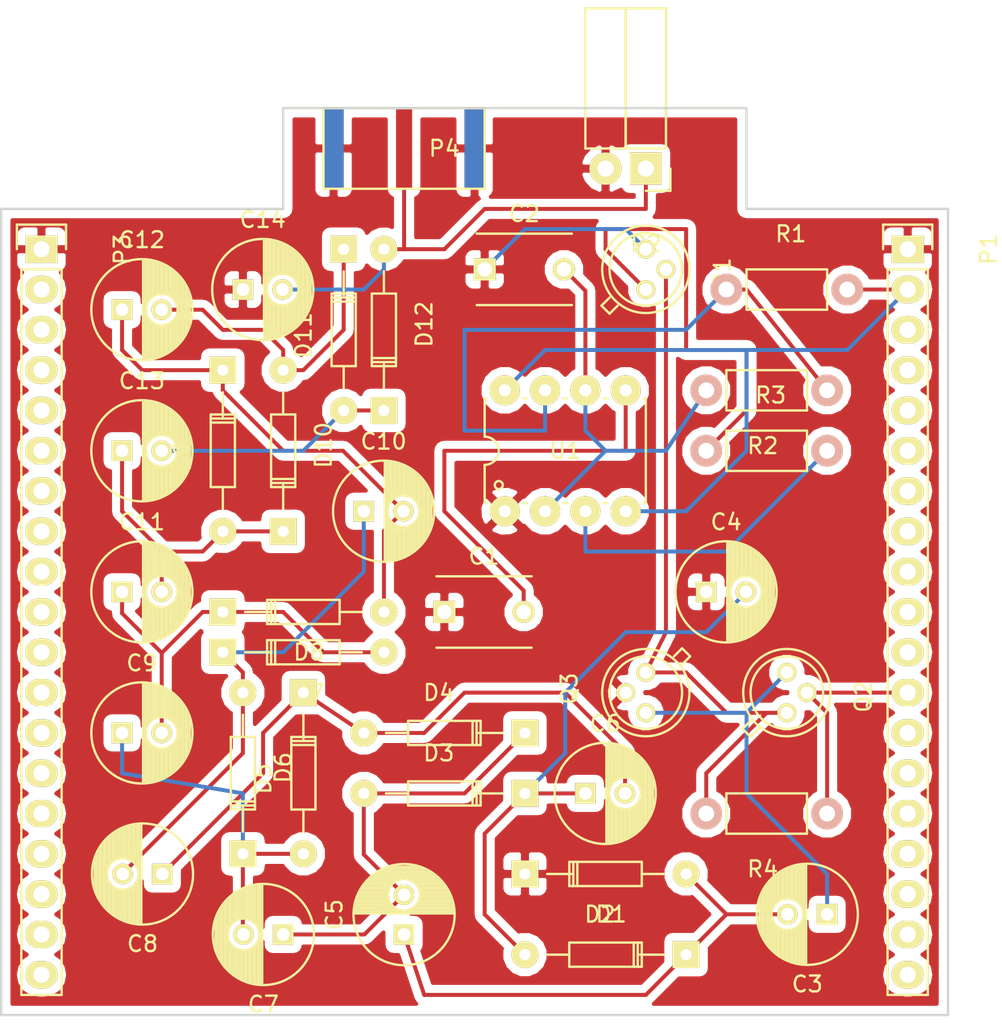
<source format=kicad_pcb>
(kicad_pcb (version 4) (host pcbnew 4.0.3+e1-6302~38~ubuntu16.04.1-stable)

  (general
    (links 66)
    (no_connects 2)
    (area 91.364999 79.344999 154.765 144.33354)
    (thickness 1.6)
    (drawings 8)
    (tracks 161)
    (zones 0)
    (modules 38)
    (nets 57)
  )

  (page A4)
  (layers
    (0 F.Cu signal)
    (31 B.Cu signal)
    (32 B.Adhes user)
    (33 F.Adhes user)
    (34 B.Paste user)
    (35 F.Paste user)
    (36 B.SilkS user)
    (37 F.SilkS user)
    (38 B.Mask user)
    (39 F.Mask user)
    (40 Dwgs.User user)
    (41 Cmts.User user)
    (42 Eco1.User user)
    (43 Eco2.User user)
    (44 Edge.Cuts user)
    (45 Margin user)
    (46 B.CrtYd user)
    (47 F.CrtYd user)
    (48 B.Fab user)
    (49 F.Fab user)
  )

  (setup
    (last_trace_width 0.25)
    (trace_clearance 0.2)
    (zone_clearance 0.508)
    (zone_45_only no)
    (trace_min 0.2)
    (segment_width 0.2)
    (edge_width 0.15)
    (via_size 0.6)
    (via_drill 0.4)
    (via_min_size 0.4)
    (via_min_drill 0.3)
    (uvia_size 0.3)
    (uvia_drill 0.1)
    (uvias_allowed no)
    (uvia_min_size 0.2)
    (uvia_min_drill 0.1)
    (pcb_text_width 0.3)
    (pcb_text_size 1.5 1.5)
    (mod_edge_width 0.15)
    (mod_text_size 1 1)
    (mod_text_width 0.15)
    (pad_size 1.524 1.524)
    (pad_drill 0.762)
    (pad_to_mask_clearance 0.2)
    (aux_axis_origin 0 0)
    (visible_elements 7FFFFFFF)
    (pcbplotparams
      (layerselection 0x00030_80000001)
      (usegerberextensions false)
      (excludeedgelayer true)
      (linewidth 0.100000)
      (plotframeref false)
      (viasonmask false)
      (mode 1)
      (useauxorigin false)
      (hpglpennumber 1)
      (hpglpenspeed 20)
      (hpglpendiameter 15)
      (hpglpenoverlay 2)
      (psnegative false)
      (psa4output false)
      (plotreference true)
      (plotvalue true)
      (plotinvisibletext false)
      (padsonsilk false)
      (subtractmaskfromsilk false)
      (outputformat 1)
      (mirror false)
      (drillshape 0)
      (scaleselection 1)
      (outputdirectory gerber/))
  )

  (net 0 "")
  (net 1 GND)
  (net 2 "Net-(C1-Pad2)")
  (net 3 "Net-(C2-Pad2)")
  (net 4 "Net-(C3-Pad2)")
  (net 5 "Net-(C3-Pad1)")
  (net 6 "Net-(C4-Pad2)")
  (net 7 "Net-(C5-Pad2)")
  (net 8 "Net-(C6-Pad2)")
  (net 9 "Net-(C7-Pad2)")
  (net 10 "Net-(C10-Pad1)")
  (net 11 "Net-(C11-Pad1)")
  (net 12 "Net-(C10-Pad2)")
  (net 13 "Net-(C11-Pad2)")
  (net 14 "Net-(C12-Pad2)")
  (net 15 "Net-(C13-Pad2)")
  (net 16 "Net-(C14-Pad2)")
  (net 17 VCC)
  (net 18 "Net-(P1-Pad3)")
  (net 19 "Net-(P1-Pad4)")
  (net 20 "Net-(P1-Pad5)")
  (net 21 "Net-(P1-Pad6)")
  (net 22 "Net-(P1-Pad7)")
  (net 23 "Net-(P1-Pad8)")
  (net 24 "Net-(P1-Pad9)")
  (net 25 "Net-(P1-Pad10)")
  (net 26 "Net-(P1-Pad11)")
  (net 27 "Net-(P1-Pad12)")
  (net 28 "Net-(P1-Pad13)")
  (net 29 "Net-(P1-Pad14)")
  (net 30 "Net-(P1-Pad15)")
  (net 31 "Net-(P1-Pad16)")
  (net 32 "Net-(P1-Pad17)")
  (net 33 "Net-(P1-Pad18)")
  (net 34 "Net-(P1-Pad19)")
  (net 35 "Net-(P3-Pad2)")
  (net 36 "Net-(P3-Pad3)")
  (net 37 "Net-(P3-Pad4)")
  (net 38 "Net-(P3-Pad5)")
  (net 39 "Net-(P3-Pad6)")
  (net 40 "Net-(P3-Pad7)")
  (net 41 "Net-(P3-Pad8)")
  (net 42 "Net-(P3-Pad9)")
  (net 43 "Net-(P3-Pad10)")
  (net 44 "Net-(P3-Pad11)")
  (net 45 "Net-(P3-Pad12)")
  (net 46 "Net-(P3-Pad13)")
  (net 47 "Net-(P3-Pad14)")
  (net 48 "Net-(P3-Pad15)")
  (net 49 "Net-(P3-Pad16)")
  (net 50 "Net-(P3-Pad17)")
  (net 51 "Net-(P3-Pad18)")
  (net 52 "Net-(P3-Pad19)")
  (net 53 "Net-(Q1-Pad2)")
  (net 54 "Net-(Q1-Pad1)")
  (net 55 "Net-(R1-Pad1)")
  (net 56 "Net-(R3-Pad2)")

  (net_class Default "This is the default net class."
    (clearance 0.2)
    (trace_width 0.25)
    (via_dia 0.6)
    (via_drill 0.4)
    (uvia_dia 0.3)
    (uvia_drill 0.1)
    (add_net GND)
    (add_net "Net-(C1-Pad2)")
    (add_net "Net-(C10-Pad1)")
    (add_net "Net-(C10-Pad2)")
    (add_net "Net-(C11-Pad1)")
    (add_net "Net-(C11-Pad2)")
    (add_net "Net-(C12-Pad2)")
    (add_net "Net-(C13-Pad2)")
    (add_net "Net-(C14-Pad2)")
    (add_net "Net-(C2-Pad2)")
    (add_net "Net-(C3-Pad1)")
    (add_net "Net-(C3-Pad2)")
    (add_net "Net-(C4-Pad2)")
    (add_net "Net-(C5-Pad2)")
    (add_net "Net-(C6-Pad2)")
    (add_net "Net-(C7-Pad2)")
    (add_net "Net-(P1-Pad10)")
    (add_net "Net-(P1-Pad11)")
    (add_net "Net-(P1-Pad12)")
    (add_net "Net-(P1-Pad13)")
    (add_net "Net-(P1-Pad14)")
    (add_net "Net-(P1-Pad15)")
    (add_net "Net-(P1-Pad16)")
    (add_net "Net-(P1-Pad17)")
    (add_net "Net-(P1-Pad18)")
    (add_net "Net-(P1-Pad19)")
    (add_net "Net-(P1-Pad3)")
    (add_net "Net-(P1-Pad4)")
    (add_net "Net-(P1-Pad5)")
    (add_net "Net-(P1-Pad6)")
    (add_net "Net-(P1-Pad7)")
    (add_net "Net-(P1-Pad8)")
    (add_net "Net-(P1-Pad9)")
    (add_net "Net-(P3-Pad10)")
    (add_net "Net-(P3-Pad11)")
    (add_net "Net-(P3-Pad12)")
    (add_net "Net-(P3-Pad13)")
    (add_net "Net-(P3-Pad14)")
    (add_net "Net-(P3-Pad15)")
    (add_net "Net-(P3-Pad16)")
    (add_net "Net-(P3-Pad17)")
    (add_net "Net-(P3-Pad18)")
    (add_net "Net-(P3-Pad19)")
    (add_net "Net-(P3-Pad2)")
    (add_net "Net-(P3-Pad3)")
    (add_net "Net-(P3-Pad4)")
    (add_net "Net-(P3-Pad5)")
    (add_net "Net-(P3-Pad6)")
    (add_net "Net-(P3-Pad7)")
    (add_net "Net-(P3-Pad8)")
    (add_net "Net-(P3-Pad9)")
    (add_net "Net-(Q1-Pad1)")
    (add_net "Net-(Q1-Pad2)")
    (add_net "Net-(R1-Pad1)")
    (add_net "Net-(R3-Pad2)")
    (add_net VCC)
  )

  (module Capacitors_ThroughHole:C_Disc_D6_P5 placed (layer F.Cu) (tedit 0) (tstamp 57AD9D38)
    (at 119.38 118.11)
    (descr "Capacitor 6mm Disc, Pitch 5mm")
    (tags Capacitor)
    (path /57A21C9F)
    (fp_text reference C1 (at 2.5 -3.5) (layer F.SilkS)
      (effects (font (size 1 1) (thickness 0.15)))
    )
    (fp_text value 10n (at 2.5 3.5) (layer F.Fab)
      (effects (font (size 1 1) (thickness 0.15)))
    )
    (fp_line (start -0.95 -2.5) (end 5.95 -2.5) (layer F.CrtYd) (width 0.05))
    (fp_line (start 5.95 -2.5) (end 5.95 2.5) (layer F.CrtYd) (width 0.05))
    (fp_line (start 5.95 2.5) (end -0.95 2.5) (layer F.CrtYd) (width 0.05))
    (fp_line (start -0.95 2.5) (end -0.95 -2.5) (layer F.CrtYd) (width 0.05))
    (fp_line (start -0.5 -2.25) (end 5.5 -2.25) (layer F.SilkS) (width 0.15))
    (fp_line (start 5.5 2.25) (end -0.5 2.25) (layer F.SilkS) (width 0.15))
    (pad 1 thru_hole rect (at 0 0) (size 1.4 1.4) (drill 0.9) (layers *.Cu *.Mask F.SilkS)
      (net 1 GND))
    (pad 2 thru_hole circle (at 5 0) (size 1.4 1.4) (drill 0.9) (layers *.Cu *.Mask F.SilkS)
      (net 2 "Net-(C1-Pad2)"))
    (model Capacitors_ThroughHole.3dshapes/C_Disc_D6_P5.wrl
      (at (xyz 0.0984252 0 0))
      (scale (xyz 1 1 1))
      (rotate (xyz 0 0 0))
    )
  )

  (module Capacitors_ThroughHole:C_Disc_D6_P5 placed (layer F.Cu) (tedit 0) (tstamp 57AD9D3E)
    (at 121.92 96.52)
    (descr "Capacitor 6mm Disc, Pitch 5mm")
    (tags Capacitor)
    (path /57A21CB2)
    (fp_text reference C2 (at 2.5 -3.5) (layer F.SilkS)
      (effects (font (size 1 1) (thickness 0.15)))
    )
    (fp_text value 47n (at 2.5 3.5) (layer F.Fab)
      (effects (font (size 1 1) (thickness 0.15)))
    )
    (fp_line (start -0.95 -2.5) (end 5.95 -2.5) (layer F.CrtYd) (width 0.05))
    (fp_line (start 5.95 -2.5) (end 5.95 2.5) (layer F.CrtYd) (width 0.05))
    (fp_line (start 5.95 2.5) (end -0.95 2.5) (layer F.CrtYd) (width 0.05))
    (fp_line (start -0.95 2.5) (end -0.95 -2.5) (layer F.CrtYd) (width 0.05))
    (fp_line (start -0.5 -2.25) (end 5.5 -2.25) (layer F.SilkS) (width 0.15))
    (fp_line (start 5.5 2.25) (end -0.5 2.25) (layer F.SilkS) (width 0.15))
    (pad 1 thru_hole rect (at 0 0) (size 1.4 1.4) (drill 0.9) (layers *.Cu *.Mask F.SilkS)
      (net 1 GND))
    (pad 2 thru_hole circle (at 5 0) (size 1.4 1.4) (drill 0.9) (layers *.Cu *.Mask F.SilkS)
      (net 3 "Net-(C2-Pad2)"))
    (model Capacitors_ThroughHole.3dshapes/C_Disc_D6_P5.wrl
      (at (xyz 0.0984252 0 0))
      (scale (xyz 1 1 1))
      (rotate (xyz 0 0 0))
    )
  )

  (module Diodes_ThroughHole:Diode_DO-35_SOD27_Horizontal_RM10 placed (layer F.Cu) (tedit 552FFC30) (tstamp 57AD9D8C)
    (at 124.46 134.62)
    (descr "Diode, DO-35,  SOD27, Horizontal, RM 10mm")
    (tags "Diode, DO-35, SOD27, Horizontal, RM 10mm, 1N4148,")
    (path /57A235BA)
    (fp_text reference D1 (at 5.43052 2.53746) (layer F.SilkS)
      (effects (font (size 1 1) (thickness 0.15)))
    )
    (fp_text value 4001 (at 4.41452 -3.55854) (layer F.Fab)
      (effects (font (size 1 1) (thickness 0.15)))
    )
    (fp_line (start 7.36652 -0.00254) (end 8.76352 -0.00254) (layer F.SilkS) (width 0.15))
    (fp_line (start 2.92152 -0.00254) (end 1.39752 -0.00254) (layer F.SilkS) (width 0.15))
    (fp_line (start 3.30252 -0.76454) (end 3.30252 0.75946) (layer F.SilkS) (width 0.15))
    (fp_line (start 3.04852 -0.76454) (end 3.04852 0.75946) (layer F.SilkS) (width 0.15))
    (fp_line (start 2.79452 -0.00254) (end 2.79452 0.75946) (layer F.SilkS) (width 0.15))
    (fp_line (start 2.79452 0.75946) (end 7.36652 0.75946) (layer F.SilkS) (width 0.15))
    (fp_line (start 7.36652 0.75946) (end 7.36652 -0.76454) (layer F.SilkS) (width 0.15))
    (fp_line (start 7.36652 -0.76454) (end 2.79452 -0.76454) (layer F.SilkS) (width 0.15))
    (fp_line (start 2.79452 -0.76454) (end 2.79452 -0.00254) (layer F.SilkS) (width 0.15))
    (pad 2 thru_hole circle (at 10.16052 -0.00254 180) (size 1.69926 1.69926) (drill 0.70104) (layers *.Cu *.Mask F.SilkS)
      (net 4 "Net-(C3-Pad2)"))
    (pad 1 thru_hole rect (at 0.00052 -0.00254 180) (size 1.69926 1.69926) (drill 0.70104) (layers *.Cu *.Mask F.SilkS)
      (net 1 GND))
    (model Diodes_ThroughHole.3dshapes/Diode_DO-35_SOD27_Horizontal_RM10.wrl
      (at (xyz 0.2 0 0))
      (scale (xyz 0.4 0.4 0.4))
      (rotate (xyz 0 0 180))
    )
  )

  (module Diodes_ThroughHole:Diode_DO-35_SOD27_Horizontal_RM10 placed (layer F.Cu) (tedit 552FFC30) (tstamp 57AD9D92)
    (at 134.62 139.7 180)
    (descr "Diode, DO-35,  SOD27, Horizontal, RM 10mm")
    (tags "Diode, DO-35, SOD27, Horizontal, RM 10mm, 1N4148,")
    (path /57A26EA6)
    (fp_text reference D2 (at 5.43052 2.53746 180) (layer F.SilkS)
      (effects (font (size 1 1) (thickness 0.15)))
    )
    (fp_text value 1N5062 (at 4.41452 -3.55854 180) (layer F.Fab)
      (effects (font (size 1 1) (thickness 0.15)))
    )
    (fp_line (start 7.36652 -0.00254) (end 8.76352 -0.00254) (layer F.SilkS) (width 0.15))
    (fp_line (start 2.92152 -0.00254) (end 1.39752 -0.00254) (layer F.SilkS) (width 0.15))
    (fp_line (start 3.30252 -0.76454) (end 3.30252 0.75946) (layer F.SilkS) (width 0.15))
    (fp_line (start 3.04852 -0.76454) (end 3.04852 0.75946) (layer F.SilkS) (width 0.15))
    (fp_line (start 2.79452 -0.00254) (end 2.79452 0.75946) (layer F.SilkS) (width 0.15))
    (fp_line (start 2.79452 0.75946) (end 7.36652 0.75946) (layer F.SilkS) (width 0.15))
    (fp_line (start 7.36652 0.75946) (end 7.36652 -0.76454) (layer F.SilkS) (width 0.15))
    (fp_line (start 7.36652 -0.76454) (end 2.79452 -0.76454) (layer F.SilkS) (width 0.15))
    (fp_line (start 2.79452 -0.76454) (end 2.79452 -0.00254) (layer F.SilkS) (width 0.15))
    (pad 2 thru_hole circle (at 10.16052 -0.00254) (size 1.69926 1.69926) (drill 0.70104) (layers *.Cu *.Mask F.SilkS)
      (net 6 "Net-(C4-Pad2)"))
    (pad 1 thru_hole rect (at 0.00052 -0.00254) (size 1.69926 1.69926) (drill 0.70104) (layers *.Cu *.Mask F.SilkS)
      (net 4 "Net-(C3-Pad2)"))
    (model Diodes_ThroughHole.3dshapes/Diode_DO-35_SOD27_Horizontal_RM10.wrl
      (at (xyz 0.2 0 0))
      (scale (xyz 0.4 0.4 0.4))
      (rotate (xyz 0 0 180))
    )
  )

  (module Diodes_ThroughHole:Diode_DO-35_SOD27_Horizontal_RM10 placed (layer F.Cu) (tedit 552FFC30) (tstamp 57AD9D98)
    (at 124.46 129.54 180)
    (descr "Diode, DO-35,  SOD27, Horizontal, RM 10mm")
    (tags "Diode, DO-35, SOD27, Horizontal, RM 10mm, 1N4148,")
    (path /57A2709E)
    (fp_text reference D3 (at 5.43052 2.53746 180) (layer F.SilkS)
      (effects (font (size 1 1) (thickness 0.15)))
    )
    (fp_text value 1N5062 (at 4.41452 -3.55854 180) (layer F.Fab)
      (effects (font (size 1 1) (thickness 0.15)))
    )
    (fp_line (start 7.36652 -0.00254) (end 8.76352 -0.00254) (layer F.SilkS) (width 0.15))
    (fp_line (start 2.92152 -0.00254) (end 1.39752 -0.00254) (layer F.SilkS) (width 0.15))
    (fp_line (start 3.30252 -0.76454) (end 3.30252 0.75946) (layer F.SilkS) (width 0.15))
    (fp_line (start 3.04852 -0.76454) (end 3.04852 0.75946) (layer F.SilkS) (width 0.15))
    (fp_line (start 2.79452 -0.00254) (end 2.79452 0.75946) (layer F.SilkS) (width 0.15))
    (fp_line (start 2.79452 0.75946) (end 7.36652 0.75946) (layer F.SilkS) (width 0.15))
    (fp_line (start 7.36652 0.75946) (end 7.36652 -0.76454) (layer F.SilkS) (width 0.15))
    (fp_line (start 7.36652 -0.76454) (end 2.79452 -0.76454) (layer F.SilkS) (width 0.15))
    (fp_line (start 2.79452 -0.76454) (end 2.79452 -0.00254) (layer F.SilkS) (width 0.15))
    (pad 2 thru_hole circle (at 10.16052 -0.00254) (size 1.69926 1.69926) (drill 0.70104) (layers *.Cu *.Mask F.SilkS)
      (net 7 "Net-(C5-Pad2)"))
    (pad 1 thru_hole rect (at 0.00052 -0.00254) (size 1.69926 1.69926) (drill 0.70104) (layers *.Cu *.Mask F.SilkS)
      (net 6 "Net-(C4-Pad2)"))
    (model Diodes_ThroughHole.3dshapes/Diode_DO-35_SOD27_Horizontal_RM10.wrl
      (at (xyz 0.2 0 0))
      (scale (xyz 0.4 0.4 0.4))
      (rotate (xyz 0 0 180))
    )
  )

  (module Diodes_ThroughHole:Diode_DO-35_SOD27_Horizontal_RM10 placed (layer F.Cu) (tedit 552FFC30) (tstamp 57AD9D9E)
    (at 124.46 125.73 180)
    (descr "Diode, DO-35,  SOD27, Horizontal, RM 10mm")
    (tags "Diode, DO-35, SOD27, Horizontal, RM 10mm, 1N4148,")
    (path /57A27B9E)
    (fp_text reference D4 (at 5.43052 2.53746 180) (layer F.SilkS)
      (effects (font (size 1 1) (thickness 0.15)))
    )
    (fp_text value 1N5062 (at 4.41452 -3.55854 180) (layer F.Fab)
      (effects (font (size 1 1) (thickness 0.15)))
    )
    (fp_line (start 7.36652 -0.00254) (end 8.76352 -0.00254) (layer F.SilkS) (width 0.15))
    (fp_line (start 2.92152 -0.00254) (end 1.39752 -0.00254) (layer F.SilkS) (width 0.15))
    (fp_line (start 3.30252 -0.76454) (end 3.30252 0.75946) (layer F.SilkS) (width 0.15))
    (fp_line (start 3.04852 -0.76454) (end 3.04852 0.75946) (layer F.SilkS) (width 0.15))
    (fp_line (start 2.79452 -0.00254) (end 2.79452 0.75946) (layer F.SilkS) (width 0.15))
    (fp_line (start 2.79452 0.75946) (end 7.36652 0.75946) (layer F.SilkS) (width 0.15))
    (fp_line (start 7.36652 0.75946) (end 7.36652 -0.76454) (layer F.SilkS) (width 0.15))
    (fp_line (start 7.36652 -0.76454) (end 2.79452 -0.76454) (layer F.SilkS) (width 0.15))
    (fp_line (start 2.79452 -0.76454) (end 2.79452 -0.00254) (layer F.SilkS) (width 0.15))
    (pad 2 thru_hole circle (at 10.16052 -0.00254) (size 1.69926 1.69926) (drill 0.70104) (layers *.Cu *.Mask F.SilkS)
      (net 8 "Net-(C6-Pad2)"))
    (pad 1 thru_hole rect (at 0.00052 -0.00254) (size 1.69926 1.69926) (drill 0.70104) (layers *.Cu *.Mask F.SilkS)
      (net 7 "Net-(C5-Pad2)"))
    (model Diodes_ThroughHole.3dshapes/Diode_DO-35_SOD27_Horizontal_RM10.wrl
      (at (xyz 0.2 0 0))
      (scale (xyz 0.4 0.4 0.4))
      (rotate (xyz 0 0 180))
    )
  )

  (module Diodes_ThroughHole:Diode_DO-35_SOD27_Horizontal_RM10 placed (layer F.Cu) (tedit 552FFC30) (tstamp 57AD9DA4)
    (at 110.49 123.19 270)
    (descr "Diode, DO-35,  SOD27, Horizontal, RM 10mm")
    (tags "Diode, DO-35, SOD27, Horizontal, RM 10mm, 1N4148,")
    (path /57A27BAA)
    (fp_text reference D5 (at 5.43052 2.53746 270) (layer F.SilkS)
      (effects (font (size 1 1) (thickness 0.15)))
    )
    (fp_text value 1N5062 (at 4.41452 -3.55854 270) (layer F.Fab)
      (effects (font (size 1 1) (thickness 0.15)))
    )
    (fp_line (start 7.36652 -0.00254) (end 8.76352 -0.00254) (layer F.SilkS) (width 0.15))
    (fp_line (start 2.92152 -0.00254) (end 1.39752 -0.00254) (layer F.SilkS) (width 0.15))
    (fp_line (start 3.30252 -0.76454) (end 3.30252 0.75946) (layer F.SilkS) (width 0.15))
    (fp_line (start 3.04852 -0.76454) (end 3.04852 0.75946) (layer F.SilkS) (width 0.15))
    (fp_line (start 2.79452 -0.00254) (end 2.79452 0.75946) (layer F.SilkS) (width 0.15))
    (fp_line (start 2.79452 0.75946) (end 7.36652 0.75946) (layer F.SilkS) (width 0.15))
    (fp_line (start 7.36652 0.75946) (end 7.36652 -0.76454) (layer F.SilkS) (width 0.15))
    (fp_line (start 7.36652 -0.76454) (end 2.79452 -0.76454) (layer F.SilkS) (width 0.15))
    (fp_line (start 2.79452 -0.76454) (end 2.79452 -0.00254) (layer F.SilkS) (width 0.15))
    (pad 2 thru_hole circle (at 10.16052 -0.00254 90) (size 1.69926 1.69926) (drill 0.70104) (layers *.Cu *.Mask F.SilkS)
      (net 9 "Net-(C7-Pad2)"))
    (pad 1 thru_hole rect (at 0.00052 -0.00254 90) (size 1.69926 1.69926) (drill 0.70104) (layers *.Cu *.Mask F.SilkS)
      (net 8 "Net-(C6-Pad2)"))
    (model Diodes_ThroughHole.3dshapes/Diode_DO-35_SOD27_Horizontal_RM10.wrl
      (at (xyz 0.2 0 0))
      (scale (xyz 0.4 0.4 0.4))
      (rotate (xyz 0 0 180))
    )
  )

  (module Diodes_ThroughHole:Diode_DO-35_SOD27_Horizontal_RM10 placed (layer F.Cu) (tedit 552FFC30) (tstamp 57AD9DAA)
    (at 106.68 133.35 90)
    (descr "Diode, DO-35,  SOD27, Horizontal, RM 10mm")
    (tags "Diode, DO-35, SOD27, Horizontal, RM 10mm, 1N4148,")
    (path /57A27E57)
    (fp_text reference D6 (at 5.43052 2.53746 90) (layer F.SilkS)
      (effects (font (size 1 1) (thickness 0.15)))
    )
    (fp_text value 1N5062 (at 4.41452 -3.55854 90) (layer F.Fab)
      (effects (font (size 1 1) (thickness 0.15)))
    )
    (fp_line (start 7.36652 -0.00254) (end 8.76352 -0.00254) (layer F.SilkS) (width 0.15))
    (fp_line (start 2.92152 -0.00254) (end 1.39752 -0.00254) (layer F.SilkS) (width 0.15))
    (fp_line (start 3.30252 -0.76454) (end 3.30252 0.75946) (layer F.SilkS) (width 0.15))
    (fp_line (start 3.04852 -0.76454) (end 3.04852 0.75946) (layer F.SilkS) (width 0.15))
    (fp_line (start 2.79452 -0.00254) (end 2.79452 0.75946) (layer F.SilkS) (width 0.15))
    (fp_line (start 2.79452 0.75946) (end 7.36652 0.75946) (layer F.SilkS) (width 0.15))
    (fp_line (start 7.36652 0.75946) (end 7.36652 -0.76454) (layer F.SilkS) (width 0.15))
    (fp_line (start 7.36652 -0.76454) (end 2.79452 -0.76454) (layer F.SilkS) (width 0.15))
    (fp_line (start 2.79452 -0.76454) (end 2.79452 -0.00254) (layer F.SilkS) (width 0.15))
    (pad 2 thru_hole circle (at 10.16052 -0.00254 270) (size 1.69926 1.69926) (drill 0.70104) (layers *.Cu *.Mask F.SilkS)
      (net 10 "Net-(C10-Pad1)"))
    (pad 1 thru_hole rect (at 0.00052 -0.00254 270) (size 1.69926 1.69926) (drill 0.70104) (layers *.Cu *.Mask F.SilkS)
      (net 9 "Net-(C7-Pad2)"))
    (model Diodes_ThroughHole.3dshapes/Diode_DO-35_SOD27_Horizontal_RM10.wrl
      (at (xyz 0.2 0 0))
      (scale (xyz 0.4 0.4 0.4))
      (rotate (xyz 0 0 180))
    )
  )

  (module Diodes_ThroughHole:Diode_DO-35_SOD27_Horizontal_RM10 placed (layer F.Cu) (tedit 552FFC30) (tstamp 57AD9DB0)
    (at 105.41 120.65)
    (descr "Diode, DO-35,  SOD27, Horizontal, RM 10mm")
    (tags "Diode, DO-35, SOD27, Horizontal, RM 10mm, 1N4148,")
    (path /57A27E63)
    (fp_text reference D7 (at 5.43052 2.53746) (layer F.SilkS)
      (effects (font (size 1 1) (thickness 0.15)))
    )
    (fp_text value 1N5062 (at 4.41452 -3.55854) (layer F.Fab)
      (effects (font (size 1 1) (thickness 0.15)))
    )
    (fp_line (start 7.36652 -0.00254) (end 8.76352 -0.00254) (layer F.SilkS) (width 0.15))
    (fp_line (start 2.92152 -0.00254) (end 1.39752 -0.00254) (layer F.SilkS) (width 0.15))
    (fp_line (start 3.30252 -0.76454) (end 3.30252 0.75946) (layer F.SilkS) (width 0.15))
    (fp_line (start 3.04852 -0.76454) (end 3.04852 0.75946) (layer F.SilkS) (width 0.15))
    (fp_line (start 2.79452 -0.00254) (end 2.79452 0.75946) (layer F.SilkS) (width 0.15))
    (fp_line (start 2.79452 0.75946) (end 7.36652 0.75946) (layer F.SilkS) (width 0.15))
    (fp_line (start 7.36652 0.75946) (end 7.36652 -0.76454) (layer F.SilkS) (width 0.15))
    (fp_line (start 7.36652 -0.76454) (end 2.79452 -0.76454) (layer F.SilkS) (width 0.15))
    (fp_line (start 2.79452 -0.76454) (end 2.79452 -0.00254) (layer F.SilkS) (width 0.15))
    (pad 2 thru_hole circle (at 10.16052 -0.00254 180) (size 1.69926 1.69926) (drill 0.70104) (layers *.Cu *.Mask F.SilkS)
      (net 11 "Net-(C11-Pad1)"))
    (pad 1 thru_hole rect (at 0.00052 -0.00254 180) (size 1.69926 1.69926) (drill 0.70104) (layers *.Cu *.Mask F.SilkS)
      (net 10 "Net-(C10-Pad1)"))
    (model Diodes_ThroughHole.3dshapes/Diode_DO-35_SOD27_Horizontal_RM10.wrl
      (at (xyz 0.2 0 0))
      (scale (xyz 0.4 0.4 0.4))
      (rotate (xyz 0 0 180))
    )
  )

  (module Diodes_ThroughHole:Diode_DO-35_SOD27_Horizontal_RM10 placed (layer F.Cu) (tedit 552FFC30) (tstamp 57AD9DB6)
    (at 105.41 118.11)
    (descr "Diode, DO-35,  SOD27, Horizontal, RM 10mm")
    (tags "Diode, DO-35, SOD27, Horizontal, RM 10mm, 1N4148,")
    (path /57A27E7E)
    (fp_text reference D8 (at 5.43052 2.53746) (layer F.SilkS)
      (effects (font (size 1 1) (thickness 0.15)))
    )
    (fp_text value 1N5062 (at 4.41452 -3.55854) (layer F.Fab)
      (effects (font (size 1 1) (thickness 0.15)))
    )
    (fp_line (start 7.36652 -0.00254) (end 8.76352 -0.00254) (layer F.SilkS) (width 0.15))
    (fp_line (start 2.92152 -0.00254) (end 1.39752 -0.00254) (layer F.SilkS) (width 0.15))
    (fp_line (start 3.30252 -0.76454) (end 3.30252 0.75946) (layer F.SilkS) (width 0.15))
    (fp_line (start 3.04852 -0.76454) (end 3.04852 0.75946) (layer F.SilkS) (width 0.15))
    (fp_line (start 2.79452 -0.00254) (end 2.79452 0.75946) (layer F.SilkS) (width 0.15))
    (fp_line (start 2.79452 0.75946) (end 7.36652 0.75946) (layer F.SilkS) (width 0.15))
    (fp_line (start 7.36652 0.75946) (end 7.36652 -0.76454) (layer F.SilkS) (width 0.15))
    (fp_line (start 7.36652 -0.76454) (end 2.79452 -0.76454) (layer F.SilkS) (width 0.15))
    (fp_line (start 2.79452 -0.76454) (end 2.79452 -0.00254) (layer F.SilkS) (width 0.15))
    (pad 2 thru_hole circle (at 10.16052 -0.00254 180) (size 1.69926 1.69926) (drill 0.70104) (layers *.Cu *.Mask F.SilkS)
      (net 12 "Net-(C10-Pad2)"))
    (pad 1 thru_hole rect (at 0.00052 -0.00254 180) (size 1.69926 1.69926) (drill 0.70104) (layers *.Cu *.Mask F.SilkS)
      (net 11 "Net-(C11-Pad1)"))
    (model Diodes_ThroughHole.3dshapes/Diode_DO-35_SOD27_Horizontal_RM10.wrl
      (at (xyz 0.2 0 0))
      (scale (xyz 0.4 0.4 0.4))
      (rotate (xyz 0 0 180))
    )
  )

  (module Diodes_ThroughHole:Diode_DO-35_SOD27_Horizontal_RM10 placed (layer F.Cu) (tedit 552FFC30) (tstamp 57AD9DBC)
    (at 105.41 102.87 270)
    (descr "Diode, DO-35,  SOD27, Horizontal, RM 10mm")
    (tags "Diode, DO-35, SOD27, Horizontal, RM 10mm, 1N4148,")
    (path /57A27E8A)
    (fp_text reference D9 (at 5.43052 2.53746 270) (layer F.SilkS)
      (effects (font (size 1 1) (thickness 0.15)))
    )
    (fp_text value 1N5062 (at 4.41452 -3.55854 270) (layer F.Fab)
      (effects (font (size 1 1) (thickness 0.15)))
    )
    (fp_line (start 7.36652 -0.00254) (end 8.76352 -0.00254) (layer F.SilkS) (width 0.15))
    (fp_line (start 2.92152 -0.00254) (end 1.39752 -0.00254) (layer F.SilkS) (width 0.15))
    (fp_line (start 3.30252 -0.76454) (end 3.30252 0.75946) (layer F.SilkS) (width 0.15))
    (fp_line (start 3.04852 -0.76454) (end 3.04852 0.75946) (layer F.SilkS) (width 0.15))
    (fp_line (start 2.79452 -0.00254) (end 2.79452 0.75946) (layer F.SilkS) (width 0.15))
    (fp_line (start 2.79452 0.75946) (end 7.36652 0.75946) (layer F.SilkS) (width 0.15))
    (fp_line (start 7.36652 0.75946) (end 7.36652 -0.76454) (layer F.SilkS) (width 0.15))
    (fp_line (start 7.36652 -0.76454) (end 2.79452 -0.76454) (layer F.SilkS) (width 0.15))
    (fp_line (start 2.79452 -0.76454) (end 2.79452 -0.00254) (layer F.SilkS) (width 0.15))
    (pad 2 thru_hole circle (at 10.16052 -0.00254 90) (size 1.69926 1.69926) (drill 0.70104) (layers *.Cu *.Mask F.SilkS)
      (net 13 "Net-(C11-Pad2)"))
    (pad 1 thru_hole rect (at 0.00052 -0.00254 90) (size 1.69926 1.69926) (drill 0.70104) (layers *.Cu *.Mask F.SilkS)
      (net 12 "Net-(C10-Pad2)"))
    (model Diodes_ThroughHole.3dshapes/Diode_DO-35_SOD27_Horizontal_RM10.wrl
      (at (xyz 0.2 0 0))
      (scale (xyz 0.4 0.4 0.4))
      (rotate (xyz 0 0 180))
    )
  )

  (module Diodes_ThroughHole:Diode_DO-35_SOD27_Horizontal_RM10 placed (layer F.Cu) (tedit 552FFC30) (tstamp 57AD9DC2)
    (at 109.22 113.03 90)
    (descr "Diode, DO-35,  SOD27, Horizontal, RM 10mm")
    (tags "Diode, DO-35, SOD27, Horizontal, RM 10mm, 1N4148,")
    (path /57A28103)
    (fp_text reference D10 (at 5.43052 2.53746 90) (layer F.SilkS)
      (effects (font (size 1 1) (thickness 0.15)))
    )
    (fp_text value 1N5062 (at 4.41452 -3.55854 90) (layer F.Fab)
      (effects (font (size 1 1) (thickness 0.15)))
    )
    (fp_line (start 7.36652 -0.00254) (end 8.76352 -0.00254) (layer F.SilkS) (width 0.15))
    (fp_line (start 2.92152 -0.00254) (end 1.39752 -0.00254) (layer F.SilkS) (width 0.15))
    (fp_line (start 3.30252 -0.76454) (end 3.30252 0.75946) (layer F.SilkS) (width 0.15))
    (fp_line (start 3.04852 -0.76454) (end 3.04852 0.75946) (layer F.SilkS) (width 0.15))
    (fp_line (start 2.79452 -0.00254) (end 2.79452 0.75946) (layer F.SilkS) (width 0.15))
    (fp_line (start 2.79452 0.75946) (end 7.36652 0.75946) (layer F.SilkS) (width 0.15))
    (fp_line (start 7.36652 0.75946) (end 7.36652 -0.76454) (layer F.SilkS) (width 0.15))
    (fp_line (start 7.36652 -0.76454) (end 2.79452 -0.76454) (layer F.SilkS) (width 0.15))
    (fp_line (start 2.79452 -0.76454) (end 2.79452 -0.00254) (layer F.SilkS) (width 0.15))
    (pad 2 thru_hole circle (at 10.16052 -0.00254 270) (size 1.69926 1.69926) (drill 0.70104) (layers *.Cu *.Mask F.SilkS)
      (net 14 "Net-(C12-Pad2)"))
    (pad 1 thru_hole rect (at 0.00052 -0.00254 270) (size 1.69926 1.69926) (drill 0.70104) (layers *.Cu *.Mask F.SilkS)
      (net 13 "Net-(C11-Pad2)"))
    (model Diodes_ThroughHole.3dshapes/Diode_DO-35_SOD27_Horizontal_RM10.wrl
      (at (xyz 0.2 0 0))
      (scale (xyz 0.4 0.4 0.4))
      (rotate (xyz 0 0 180))
    )
  )

  (module Diodes_ThroughHole:Diode_DO-35_SOD27_Horizontal_RM10 placed (layer F.Cu) (tedit 552FFC30) (tstamp 57AD9DC8)
    (at 113.03 95.25 270)
    (descr "Diode, DO-35,  SOD27, Horizontal, RM 10mm")
    (tags "Diode, DO-35, SOD27, Horizontal, RM 10mm, 1N4148,")
    (path /57A2810F)
    (fp_text reference D11 (at 5.43052 2.53746 270) (layer F.SilkS)
      (effects (font (size 1 1) (thickness 0.15)))
    )
    (fp_text value 1N5062 (at 4.41452 -3.55854 270) (layer F.Fab)
      (effects (font (size 1 1) (thickness 0.15)))
    )
    (fp_line (start 7.36652 -0.00254) (end 8.76352 -0.00254) (layer F.SilkS) (width 0.15))
    (fp_line (start 2.92152 -0.00254) (end 1.39752 -0.00254) (layer F.SilkS) (width 0.15))
    (fp_line (start 3.30252 -0.76454) (end 3.30252 0.75946) (layer F.SilkS) (width 0.15))
    (fp_line (start 3.04852 -0.76454) (end 3.04852 0.75946) (layer F.SilkS) (width 0.15))
    (fp_line (start 2.79452 -0.00254) (end 2.79452 0.75946) (layer F.SilkS) (width 0.15))
    (fp_line (start 2.79452 0.75946) (end 7.36652 0.75946) (layer F.SilkS) (width 0.15))
    (fp_line (start 7.36652 0.75946) (end 7.36652 -0.76454) (layer F.SilkS) (width 0.15))
    (fp_line (start 7.36652 -0.76454) (end 2.79452 -0.76454) (layer F.SilkS) (width 0.15))
    (fp_line (start 2.79452 -0.76454) (end 2.79452 -0.00254) (layer F.SilkS) (width 0.15))
    (pad 2 thru_hole circle (at 10.16052 -0.00254 90) (size 1.69926 1.69926) (drill 0.70104) (layers *.Cu *.Mask F.SilkS)
      (net 15 "Net-(C13-Pad2)"))
    (pad 1 thru_hole rect (at 0.00052 -0.00254 90) (size 1.69926 1.69926) (drill 0.70104) (layers *.Cu *.Mask F.SilkS)
      (net 14 "Net-(C12-Pad2)"))
    (model Diodes_ThroughHole.3dshapes/Diode_DO-35_SOD27_Horizontal_RM10.wrl
      (at (xyz 0.2 0 0))
      (scale (xyz 0.4 0.4 0.4))
      (rotate (xyz 0 0 180))
    )
  )

  (module Diodes_ThroughHole:Diode_DO-35_SOD27_Horizontal_RM10 placed (layer F.Cu) (tedit 552FFC30) (tstamp 57AD9DCE)
    (at 115.57 105.41 90)
    (descr "Diode, DO-35,  SOD27, Horizontal, RM 10mm")
    (tags "Diode, DO-35, SOD27, Horizontal, RM 10mm, 1N4148,")
    (path /57A284A2)
    (fp_text reference D12 (at 5.43052 2.53746 90) (layer F.SilkS)
      (effects (font (size 1 1) (thickness 0.15)))
    )
    (fp_text value 4001 (at 4.41452 -3.55854 90) (layer F.Fab)
      (effects (font (size 1 1) (thickness 0.15)))
    )
    (fp_line (start 7.36652 -0.00254) (end 8.76352 -0.00254) (layer F.SilkS) (width 0.15))
    (fp_line (start 2.92152 -0.00254) (end 1.39752 -0.00254) (layer F.SilkS) (width 0.15))
    (fp_line (start 3.30252 -0.76454) (end 3.30252 0.75946) (layer F.SilkS) (width 0.15))
    (fp_line (start 3.04852 -0.76454) (end 3.04852 0.75946) (layer F.SilkS) (width 0.15))
    (fp_line (start 2.79452 -0.00254) (end 2.79452 0.75946) (layer F.SilkS) (width 0.15))
    (fp_line (start 2.79452 0.75946) (end 7.36652 0.75946) (layer F.SilkS) (width 0.15))
    (fp_line (start 7.36652 0.75946) (end 7.36652 -0.76454) (layer F.SilkS) (width 0.15))
    (fp_line (start 7.36652 -0.76454) (end 2.79452 -0.76454) (layer F.SilkS) (width 0.15))
    (fp_line (start 2.79452 -0.76454) (end 2.79452 -0.00254) (layer F.SilkS) (width 0.15))
    (pad 2 thru_hole circle (at 10.16052 -0.00254 270) (size 1.69926 1.69926) (drill 0.70104) (layers *.Cu *.Mask F.SilkS)
      (net 16 "Net-(C14-Pad2)"))
    (pad 1 thru_hole rect (at 0.00052 -0.00254 270) (size 1.69926 1.69926) (drill 0.70104) (layers *.Cu *.Mask F.SilkS)
      (net 15 "Net-(C13-Pad2)"))
    (model Diodes_ThroughHole.3dshapes/Diode_DO-35_SOD27_Horizontal_RM10.wrl
      (at (xyz 0.2 0 0))
      (scale (xyz 0.4 0.4 0.4))
      (rotate (xyz 0 0 180))
    )
  )

  (module Socket_Strips:Socket_Strip_Straight_1x19 placed (layer F.Cu) (tedit 0) (tstamp 57AD9DE5)
    (at 148.59 95.25 270)
    (descr "Through hole socket strip")
    (tags "socket strip")
    (path /57A85897)
    (fp_text reference P1 (at 0 -5.1 270) (layer F.SilkS)
      (effects (font (size 1 1) (thickness 0.15)))
    )
    (fp_text value CONN_01X19 (at 0 -3.1 270) (layer F.Fab)
      (effects (font (size 1 1) (thickness 0.15)))
    )
    (fp_line (start -1.75 -1.75) (end -1.75 1.75) (layer F.CrtYd) (width 0.05))
    (fp_line (start 47.5 -1.75) (end 47.5 1.75) (layer F.CrtYd) (width 0.05))
    (fp_line (start -1.75 -1.75) (end 47.5 -1.75) (layer F.CrtYd) (width 0.05))
    (fp_line (start -1.75 1.75) (end 47.5 1.75) (layer F.CrtYd) (width 0.05))
    (fp_line (start 1.27 1.27) (end 46.99 1.27) (layer F.SilkS) (width 0.15))
    (fp_line (start 46.99 1.27) (end 46.99 -1.27) (layer F.SilkS) (width 0.15))
    (fp_line (start 46.99 -1.27) (end 1.27 -1.27) (layer F.SilkS) (width 0.15))
    (fp_line (start -1.55 1.55) (end 0 1.55) (layer F.SilkS) (width 0.15))
    (fp_line (start 1.27 1.27) (end 1.27 -1.27) (layer F.SilkS) (width 0.15))
    (fp_line (start 0 -1.55) (end -1.55 -1.55) (layer F.SilkS) (width 0.15))
    (fp_line (start -1.55 -1.55) (end -1.55 1.55) (layer F.SilkS) (width 0.15))
    (pad 1 thru_hole rect (at 0 0 270) (size 1.7272 2.032) (drill 1.016) (layers *.Cu *.Mask F.SilkS)
      (net 1 GND))
    (pad 2 thru_hole oval (at 2.54 0 270) (size 1.7272 2.032) (drill 1.016) (layers *.Cu *.Mask F.SilkS)
      (net 17 VCC))
    (pad 3 thru_hole oval (at 5.08 0 270) (size 1.7272 2.032) (drill 1.016) (layers *.Cu *.Mask F.SilkS)
      (net 18 "Net-(P1-Pad3)"))
    (pad 4 thru_hole oval (at 7.62 0 270) (size 1.7272 2.032) (drill 1.016) (layers *.Cu *.Mask F.SilkS)
      (net 19 "Net-(P1-Pad4)"))
    (pad 5 thru_hole oval (at 10.16 0 270) (size 1.7272 2.032) (drill 1.016) (layers *.Cu *.Mask F.SilkS)
      (net 20 "Net-(P1-Pad5)"))
    (pad 6 thru_hole oval (at 12.7 0 270) (size 1.7272 2.032) (drill 1.016) (layers *.Cu *.Mask F.SilkS)
      (net 21 "Net-(P1-Pad6)"))
    (pad 7 thru_hole oval (at 15.24 0 270) (size 1.7272 2.032) (drill 1.016) (layers *.Cu *.Mask F.SilkS)
      (net 22 "Net-(P1-Pad7)"))
    (pad 8 thru_hole oval (at 17.78 0 270) (size 1.7272 2.032) (drill 1.016) (layers *.Cu *.Mask F.SilkS)
      (net 23 "Net-(P1-Pad8)"))
    (pad 9 thru_hole oval (at 20.32 0 270) (size 1.7272 2.032) (drill 1.016) (layers *.Cu *.Mask F.SilkS)
      (net 24 "Net-(P1-Pad9)"))
    (pad 10 thru_hole oval (at 22.86 0 270) (size 1.7272 2.032) (drill 1.016) (layers *.Cu *.Mask F.SilkS)
      (net 25 "Net-(P1-Pad10)"))
    (pad 11 thru_hole oval (at 25.4 0 270) (size 1.7272 2.032) (drill 1.016) (layers *.Cu *.Mask F.SilkS)
      (net 26 "Net-(P1-Pad11)"))
    (pad 12 thru_hole oval (at 27.94 0 270) (size 1.7272 2.032) (drill 1.016) (layers *.Cu *.Mask F.SilkS)
      (net 27 "Net-(P1-Pad12)"))
    (pad 13 thru_hole oval (at 30.48 0 270) (size 1.7272 2.032) (drill 1.016) (layers *.Cu *.Mask F.SilkS)
      (net 28 "Net-(P1-Pad13)"))
    (pad 14 thru_hole oval (at 33.02 0 270) (size 1.7272 2.032) (drill 1.016) (layers *.Cu *.Mask F.SilkS)
      (net 29 "Net-(P1-Pad14)"))
    (pad 15 thru_hole oval (at 35.56 0 270) (size 1.7272 2.032) (drill 1.016) (layers *.Cu *.Mask F.SilkS)
      (net 30 "Net-(P1-Pad15)"))
    (pad 16 thru_hole oval (at 38.1 0 270) (size 1.7272 2.032) (drill 1.016) (layers *.Cu *.Mask F.SilkS)
      (net 31 "Net-(P1-Pad16)"))
    (pad 17 thru_hole oval (at 40.64 0 270) (size 1.7272 2.032) (drill 1.016) (layers *.Cu *.Mask F.SilkS)
      (net 32 "Net-(P1-Pad17)"))
    (pad 18 thru_hole oval (at 43.18 0 270) (size 1.7272 2.032) (drill 1.016) (layers *.Cu *.Mask F.SilkS)
      (net 33 "Net-(P1-Pad18)"))
    (pad 19 thru_hole oval (at 45.72 0 270) (size 1.7272 2.032) (drill 1.016) (layers *.Cu *.Mask F.SilkS)
      (net 34 "Net-(P1-Pad19)"))
    (model Socket_Strips.3dshapes/Socket_Strip_Straight_1x19.wrl
      (at (xyz 0.9 0 0))
      (scale (xyz 1 1 1))
      (rotate (xyz 0 0 180))
    )
  )

  (module Socket_Strips:Socket_Strip_Straight_1x19 placed (layer F.Cu) (tedit 0) (tstamp 57AD9E02)
    (at 93.98 95.25 270)
    (descr "Through hole socket strip")
    (tags "socket strip")
    (path /57A8893B)
    (fp_text reference P3 (at 0 -5.1 270) (layer F.SilkS)
      (effects (font (size 1 1) (thickness 0.15)))
    )
    (fp_text value CONN_01X19 (at 0 -3.1 270) (layer F.Fab)
      (effects (font (size 1 1) (thickness 0.15)))
    )
    (fp_line (start -1.75 -1.75) (end -1.75 1.75) (layer F.CrtYd) (width 0.05))
    (fp_line (start 47.5 -1.75) (end 47.5 1.75) (layer F.CrtYd) (width 0.05))
    (fp_line (start -1.75 -1.75) (end 47.5 -1.75) (layer F.CrtYd) (width 0.05))
    (fp_line (start -1.75 1.75) (end 47.5 1.75) (layer F.CrtYd) (width 0.05))
    (fp_line (start 1.27 1.27) (end 46.99 1.27) (layer F.SilkS) (width 0.15))
    (fp_line (start 46.99 1.27) (end 46.99 -1.27) (layer F.SilkS) (width 0.15))
    (fp_line (start 46.99 -1.27) (end 1.27 -1.27) (layer F.SilkS) (width 0.15))
    (fp_line (start -1.55 1.55) (end 0 1.55) (layer F.SilkS) (width 0.15))
    (fp_line (start 1.27 1.27) (end 1.27 -1.27) (layer F.SilkS) (width 0.15))
    (fp_line (start 0 -1.55) (end -1.55 -1.55) (layer F.SilkS) (width 0.15))
    (fp_line (start -1.55 -1.55) (end -1.55 1.55) (layer F.SilkS) (width 0.15))
    (pad 1 thru_hole rect (at 0 0 270) (size 1.7272 2.032) (drill 1.016) (layers *.Cu *.Mask F.SilkS)
      (net 1 GND))
    (pad 2 thru_hole oval (at 2.54 0 270) (size 1.7272 2.032) (drill 1.016) (layers *.Cu *.Mask F.SilkS)
      (net 35 "Net-(P3-Pad2)"))
    (pad 3 thru_hole oval (at 5.08 0 270) (size 1.7272 2.032) (drill 1.016) (layers *.Cu *.Mask F.SilkS)
      (net 36 "Net-(P3-Pad3)"))
    (pad 4 thru_hole oval (at 7.62 0 270) (size 1.7272 2.032) (drill 1.016) (layers *.Cu *.Mask F.SilkS)
      (net 37 "Net-(P3-Pad4)"))
    (pad 5 thru_hole oval (at 10.16 0 270) (size 1.7272 2.032) (drill 1.016) (layers *.Cu *.Mask F.SilkS)
      (net 38 "Net-(P3-Pad5)"))
    (pad 6 thru_hole oval (at 12.7 0 270) (size 1.7272 2.032) (drill 1.016) (layers *.Cu *.Mask F.SilkS)
      (net 39 "Net-(P3-Pad6)"))
    (pad 7 thru_hole oval (at 15.24 0 270) (size 1.7272 2.032) (drill 1.016) (layers *.Cu *.Mask F.SilkS)
      (net 40 "Net-(P3-Pad7)"))
    (pad 8 thru_hole oval (at 17.78 0 270) (size 1.7272 2.032) (drill 1.016) (layers *.Cu *.Mask F.SilkS)
      (net 41 "Net-(P3-Pad8)"))
    (pad 9 thru_hole oval (at 20.32 0 270) (size 1.7272 2.032) (drill 1.016) (layers *.Cu *.Mask F.SilkS)
      (net 42 "Net-(P3-Pad9)"))
    (pad 10 thru_hole oval (at 22.86 0 270) (size 1.7272 2.032) (drill 1.016) (layers *.Cu *.Mask F.SilkS)
      (net 43 "Net-(P3-Pad10)"))
    (pad 11 thru_hole oval (at 25.4 0 270) (size 1.7272 2.032) (drill 1.016) (layers *.Cu *.Mask F.SilkS)
      (net 44 "Net-(P3-Pad11)"))
    (pad 12 thru_hole oval (at 27.94 0 270) (size 1.7272 2.032) (drill 1.016) (layers *.Cu *.Mask F.SilkS)
      (net 45 "Net-(P3-Pad12)"))
    (pad 13 thru_hole oval (at 30.48 0 270) (size 1.7272 2.032) (drill 1.016) (layers *.Cu *.Mask F.SilkS)
      (net 46 "Net-(P3-Pad13)"))
    (pad 14 thru_hole oval (at 33.02 0 270) (size 1.7272 2.032) (drill 1.016) (layers *.Cu *.Mask F.SilkS)
      (net 47 "Net-(P3-Pad14)"))
    (pad 15 thru_hole oval (at 35.56 0 270) (size 1.7272 2.032) (drill 1.016) (layers *.Cu *.Mask F.SilkS)
      (net 48 "Net-(P3-Pad15)"))
    (pad 16 thru_hole oval (at 38.1 0 270) (size 1.7272 2.032) (drill 1.016) (layers *.Cu *.Mask F.SilkS)
      (net 49 "Net-(P3-Pad16)"))
    (pad 17 thru_hole oval (at 40.64 0 270) (size 1.7272 2.032) (drill 1.016) (layers *.Cu *.Mask F.SilkS)
      (net 50 "Net-(P3-Pad17)"))
    (pad 18 thru_hole oval (at 43.18 0 270) (size 1.7272 2.032) (drill 1.016) (layers *.Cu *.Mask F.SilkS)
      (net 51 "Net-(P3-Pad18)"))
    (pad 19 thru_hole oval (at 45.72 0 270) (size 1.7272 2.032) (drill 1.016) (layers *.Cu *.Mask F.SilkS)
      (net 52 "Net-(P3-Pad19)"))
    (model Socket_Strips.3dshapes/Socket_Strip_Straight_1x19.wrl
      (at (xyz 0.9 0 0))
      (scale (xyz 1 1 1))
      (rotate (xyz 0 0 180))
    )
  )

  (module Resistors_ThroughHole:Resistor_Horizontal_RM7mm placed (layer F.Cu) (tedit 569FCF07) (tstamp 57AD9E23)
    (at 137.16 97.79)
    (descr "Resistor, Axial,  RM 7.62mm, 1/3W,")
    (tags "Resistor Axial RM 7.62mm 1/3W R3")
    (path /57A21CA1)
    (fp_text reference R1 (at 4.05892 -3.50012) (layer F.SilkS)
      (effects (font (size 1 1) (thickness 0.15)))
    )
    (fp_text value 2.2k (at 3.81 3.81) (layer F.Fab)
      (effects (font (size 1 1) (thickness 0.15)))
    )
    (fp_line (start -1.25 -1.5) (end 8.85 -1.5) (layer F.CrtYd) (width 0.05))
    (fp_line (start -1.25 1.5) (end -1.25 -1.5) (layer F.CrtYd) (width 0.05))
    (fp_line (start 8.85 -1.5) (end 8.85 1.5) (layer F.CrtYd) (width 0.05))
    (fp_line (start -1.25 1.5) (end 8.85 1.5) (layer F.CrtYd) (width 0.05))
    (fp_line (start 1.27 -1.27) (end 6.35 -1.27) (layer F.SilkS) (width 0.15))
    (fp_line (start 6.35 -1.27) (end 6.35 1.27) (layer F.SilkS) (width 0.15))
    (fp_line (start 6.35 1.27) (end 1.27 1.27) (layer F.SilkS) (width 0.15))
    (fp_line (start 1.27 1.27) (end 1.27 -1.27) (layer F.SilkS) (width 0.15))
    (pad 1 thru_hole circle (at 0 0) (size 1.99898 1.99898) (drill 1.00076) (layers *.Cu *.SilkS *.Mask)
      (net 55 "Net-(R1-Pad1)"))
    (pad 2 thru_hole circle (at 7.62 0) (size 1.99898 1.99898) (drill 1.00076) (layers *.Cu *.SilkS *.Mask)
      (net 17 VCC))
  )

  (module Resistors_ThroughHole:Resistor_Horizontal_RM7mm placed (layer F.Cu) (tedit 569FCF07) (tstamp 57AD9E29)
    (at 143.51 104.14 180)
    (descr "Resistor, Axial,  RM 7.62mm, 1/3W,")
    (tags "Resistor Axial RM 7.62mm 1/3W R3")
    (path /57A21CA0)
    (fp_text reference R2 (at 4.05892 -3.50012 180) (layer F.SilkS)
      (effects (font (size 1 1) (thickness 0.15)))
    )
    (fp_text value 12k (at 3.81 3.81 180) (layer F.Fab)
      (effects (font (size 1 1) (thickness 0.15)))
    )
    (fp_line (start -1.25 -1.5) (end 8.85 -1.5) (layer F.CrtYd) (width 0.05))
    (fp_line (start -1.25 1.5) (end -1.25 -1.5) (layer F.CrtYd) (width 0.05))
    (fp_line (start 8.85 -1.5) (end 8.85 1.5) (layer F.CrtYd) (width 0.05))
    (fp_line (start -1.25 1.5) (end 8.85 1.5) (layer F.CrtYd) (width 0.05))
    (fp_line (start 1.27 -1.27) (end 6.35 -1.27) (layer F.SilkS) (width 0.15))
    (fp_line (start 6.35 -1.27) (end 6.35 1.27) (layer F.SilkS) (width 0.15))
    (fp_line (start 6.35 1.27) (end 1.27 1.27) (layer F.SilkS) (width 0.15))
    (fp_line (start 1.27 1.27) (end 1.27 -1.27) (layer F.SilkS) (width 0.15))
    (pad 1 thru_hole circle (at 0 0 180) (size 1.99898 1.99898) (drill 1.00076) (layers *.Cu *.SilkS *.Mask)
      (net 55 "Net-(R1-Pad1)"))
    (pad 2 thru_hole circle (at 7.62 0 180) (size 1.99898 1.99898) (drill 1.00076) (layers *.Cu *.SilkS *.Mask)
      (net 3 "Net-(C2-Pad2)"))
  )

  (module Resistors_ThroughHole:Resistor_Horizontal_RM7mm placed (layer F.Cu) (tedit 569FCF07) (tstamp 57AD9E2F)
    (at 135.89 107.95)
    (descr "Resistor, Axial,  RM 7.62mm, 1/3W,")
    (tags "Resistor Axial RM 7.62mm 1/3W R3")
    (path /57A21CB1)
    (fp_text reference R3 (at 4.05892 -3.50012) (layer F.SilkS)
      (effects (font (size 1 1) (thickness 0.15)))
    )
    (fp_text value 3.3k (at 3.81 3.81) (layer F.Fab)
      (effects (font (size 1 1) (thickness 0.15)))
    )
    (fp_line (start -1.25 -1.5) (end 8.85 -1.5) (layer F.CrtYd) (width 0.05))
    (fp_line (start -1.25 1.5) (end -1.25 -1.5) (layer F.CrtYd) (width 0.05))
    (fp_line (start 8.85 -1.5) (end 8.85 1.5) (layer F.CrtYd) (width 0.05))
    (fp_line (start -1.25 1.5) (end 8.85 1.5) (layer F.CrtYd) (width 0.05))
    (fp_line (start 1.27 -1.27) (end 6.35 -1.27) (layer F.SilkS) (width 0.15))
    (fp_line (start 6.35 -1.27) (end 6.35 1.27) (layer F.SilkS) (width 0.15))
    (fp_line (start 6.35 1.27) (end 1.27 1.27) (layer F.SilkS) (width 0.15))
    (fp_line (start 1.27 1.27) (end 1.27 -1.27) (layer F.SilkS) (width 0.15))
    (pad 1 thru_hole circle (at 0 0) (size 1.99898 1.99898) (drill 1.00076) (layers *.Cu *.SilkS *.Mask)
      (net 54 "Net-(Q1-Pad1)"))
    (pad 2 thru_hole circle (at 7.62 0) (size 1.99898 1.99898) (drill 1.00076) (layers *.Cu *.SilkS *.Mask)
      (net 56 "Net-(R3-Pad2)"))
  )

  (module Resistors_ThroughHole:Resistor_Horizontal_RM7mm placed (layer F.Cu) (tedit 569FCF07) (tstamp 57AD9E35)
    (at 143.51 130.81 180)
    (descr "Resistor, Axial,  RM 7.62mm, 1/3W,")
    (tags "Resistor Axial RM 7.62mm 1/3W R3")
    (path /57A21CA9)
    (fp_text reference R4 (at 4.05892 -3.50012 180) (layer F.SilkS)
      (effects (font (size 1 1) (thickness 0.15)))
    )
    (fp_text value 1.8k (at 3.81 3.81 180) (layer F.Fab)
      (effects (font (size 1 1) (thickness 0.15)))
    )
    (fp_line (start -1.25 -1.5) (end 8.85 -1.5) (layer F.CrtYd) (width 0.05))
    (fp_line (start -1.25 1.5) (end -1.25 -1.5) (layer F.CrtYd) (width 0.05))
    (fp_line (start 8.85 -1.5) (end 8.85 1.5) (layer F.CrtYd) (width 0.05))
    (fp_line (start -1.25 1.5) (end 8.85 1.5) (layer F.CrtYd) (width 0.05))
    (fp_line (start 1.27 -1.27) (end 6.35 -1.27) (layer F.SilkS) (width 0.15))
    (fp_line (start 6.35 -1.27) (end 6.35 1.27) (layer F.SilkS) (width 0.15))
    (fp_line (start 6.35 1.27) (end 1.27 1.27) (layer F.SilkS) (width 0.15))
    (fp_line (start 1.27 1.27) (end 1.27 -1.27) (layer F.SilkS) (width 0.15))
    (pad 1 thru_hole circle (at 0 0 180) (size 1.99898 1.99898) (drill 1.00076) (layers *.Cu *.SilkS *.Mask)
      (net 27 "Net-(P1-Pad12)"))
    (pad 2 thru_hole circle (at 7.62 0 180) (size 1.99898 1.99898) (drill 1.00076) (layers *.Cu *.SilkS *.Mask)
      (net 53 "Net-(Q1-Pad2)"))
  )

  (module Capacitors_ThroughHole:C_Radial_D6.3_L11.2_P2.5 (layer F.Cu) (tedit 0) (tstamp 57AD9D86)
    (at 106.68 97.79)
    (descr "Radial Electrolytic Capacitor, Diameter 6.3mm x Length 11.2mm, Pitch 2.5mm")
    (tags "Electrolytic Capacitor")
    (path /57A286FF)
    (fp_text reference C14 (at 1.25 -4.4) (layer F.SilkS)
      (effects (font (size 1 1) (thickness 0.15)))
    )
    (fp_text value 4.7u (at 1.25 4.4) (layer F.Fab)
      (effects (font (size 1 1) (thickness 0.15)))
    )
    (fp_line (start 1.325 -3.149) (end 1.325 3.149) (layer F.SilkS) (width 0.15))
    (fp_line (start 1.465 -3.143) (end 1.465 3.143) (layer F.SilkS) (width 0.15))
    (fp_line (start 1.605 -3.13) (end 1.605 -0.446) (layer F.SilkS) (width 0.15))
    (fp_line (start 1.605 0.446) (end 1.605 3.13) (layer F.SilkS) (width 0.15))
    (fp_line (start 1.745 -3.111) (end 1.745 -0.656) (layer F.SilkS) (width 0.15))
    (fp_line (start 1.745 0.656) (end 1.745 3.111) (layer F.SilkS) (width 0.15))
    (fp_line (start 1.885 -3.085) (end 1.885 -0.789) (layer F.SilkS) (width 0.15))
    (fp_line (start 1.885 0.789) (end 1.885 3.085) (layer F.SilkS) (width 0.15))
    (fp_line (start 2.025 -3.053) (end 2.025 -0.88) (layer F.SilkS) (width 0.15))
    (fp_line (start 2.025 0.88) (end 2.025 3.053) (layer F.SilkS) (width 0.15))
    (fp_line (start 2.165 -3.014) (end 2.165 -0.942) (layer F.SilkS) (width 0.15))
    (fp_line (start 2.165 0.942) (end 2.165 3.014) (layer F.SilkS) (width 0.15))
    (fp_line (start 2.305 -2.968) (end 2.305 -0.981) (layer F.SilkS) (width 0.15))
    (fp_line (start 2.305 0.981) (end 2.305 2.968) (layer F.SilkS) (width 0.15))
    (fp_line (start 2.445 -2.915) (end 2.445 -0.998) (layer F.SilkS) (width 0.15))
    (fp_line (start 2.445 0.998) (end 2.445 2.915) (layer F.SilkS) (width 0.15))
    (fp_line (start 2.585 -2.853) (end 2.585 -0.996) (layer F.SilkS) (width 0.15))
    (fp_line (start 2.585 0.996) (end 2.585 2.853) (layer F.SilkS) (width 0.15))
    (fp_line (start 2.725 -2.783) (end 2.725 -0.974) (layer F.SilkS) (width 0.15))
    (fp_line (start 2.725 0.974) (end 2.725 2.783) (layer F.SilkS) (width 0.15))
    (fp_line (start 2.865 -2.704) (end 2.865 -0.931) (layer F.SilkS) (width 0.15))
    (fp_line (start 2.865 0.931) (end 2.865 2.704) (layer F.SilkS) (width 0.15))
    (fp_line (start 3.005 -2.616) (end 3.005 -0.863) (layer F.SilkS) (width 0.15))
    (fp_line (start 3.005 0.863) (end 3.005 2.616) (layer F.SilkS) (width 0.15))
    (fp_line (start 3.145 -2.516) (end 3.145 -0.764) (layer F.SilkS) (width 0.15))
    (fp_line (start 3.145 0.764) (end 3.145 2.516) (layer F.SilkS) (width 0.15))
    (fp_line (start 3.285 -2.404) (end 3.285 -0.619) (layer F.SilkS) (width 0.15))
    (fp_line (start 3.285 0.619) (end 3.285 2.404) (layer F.SilkS) (width 0.15))
    (fp_line (start 3.425 -2.279) (end 3.425 -0.38) (layer F.SilkS) (width 0.15))
    (fp_line (start 3.425 0.38) (end 3.425 2.279) (layer F.SilkS) (width 0.15))
    (fp_line (start 3.565 -2.136) (end 3.565 2.136) (layer F.SilkS) (width 0.15))
    (fp_line (start 3.705 -1.974) (end 3.705 1.974) (layer F.SilkS) (width 0.15))
    (fp_line (start 3.845 -1.786) (end 3.845 1.786) (layer F.SilkS) (width 0.15))
    (fp_line (start 3.985 -1.563) (end 3.985 1.563) (layer F.SilkS) (width 0.15))
    (fp_line (start 4.125 -1.287) (end 4.125 1.287) (layer F.SilkS) (width 0.15))
    (fp_line (start 4.265 -0.912) (end 4.265 0.912) (layer F.SilkS) (width 0.15))
    (fp_circle (center 2.5 0) (end 2.5 -1) (layer F.SilkS) (width 0.15))
    (fp_circle (center 1.25 0) (end 1.25 -3.1875) (layer F.SilkS) (width 0.15))
    (fp_circle (center 1.25 0) (end 1.25 -3.4) (layer F.CrtYd) (width 0.05))
    (pad 2 thru_hole circle (at 2.5 0) (size 1.3 1.3) (drill 0.8) (layers *.Cu *.Mask F.SilkS)
      (net 16 "Net-(C14-Pad2)"))
    (pad 1 thru_hole rect (at 0 0) (size 1.3 1.3) (drill 0.8) (layers *.Cu *.Mask F.SilkS)
      (net 1 GND))
    (model Capacitors_ThroughHole.3dshapes/C_Radial_D6.3_L11.2_P2.5.wrl
      (at (xyz 0 0 0))
      (scale (xyz 1 1 1))
      (rotate (xyz 0 0 0))
    )
  )

  (module Capacitors_ThroughHole:C_Radial_D6.3_L11.2_P2.5 (layer F.Cu) (tedit 0) (tstamp 57AD9D80)
    (at 99.06 107.95)
    (descr "Radial Electrolytic Capacitor, Diameter 6.3mm x Length 11.2mm, Pitch 2.5mm")
    (tags "Electrolytic Capacitor")
    (path /57A28109)
    (fp_text reference C13 (at 1.25 -4.4) (layer F.SilkS)
      (effects (font (size 1 1) (thickness 0.15)))
    )
    (fp_text value 4.7u (at 1.25 4.4) (layer F.Fab)
      (effects (font (size 1 1) (thickness 0.15)))
    )
    (fp_line (start 1.325 -3.149) (end 1.325 3.149) (layer F.SilkS) (width 0.15))
    (fp_line (start 1.465 -3.143) (end 1.465 3.143) (layer F.SilkS) (width 0.15))
    (fp_line (start 1.605 -3.13) (end 1.605 -0.446) (layer F.SilkS) (width 0.15))
    (fp_line (start 1.605 0.446) (end 1.605 3.13) (layer F.SilkS) (width 0.15))
    (fp_line (start 1.745 -3.111) (end 1.745 -0.656) (layer F.SilkS) (width 0.15))
    (fp_line (start 1.745 0.656) (end 1.745 3.111) (layer F.SilkS) (width 0.15))
    (fp_line (start 1.885 -3.085) (end 1.885 -0.789) (layer F.SilkS) (width 0.15))
    (fp_line (start 1.885 0.789) (end 1.885 3.085) (layer F.SilkS) (width 0.15))
    (fp_line (start 2.025 -3.053) (end 2.025 -0.88) (layer F.SilkS) (width 0.15))
    (fp_line (start 2.025 0.88) (end 2.025 3.053) (layer F.SilkS) (width 0.15))
    (fp_line (start 2.165 -3.014) (end 2.165 -0.942) (layer F.SilkS) (width 0.15))
    (fp_line (start 2.165 0.942) (end 2.165 3.014) (layer F.SilkS) (width 0.15))
    (fp_line (start 2.305 -2.968) (end 2.305 -0.981) (layer F.SilkS) (width 0.15))
    (fp_line (start 2.305 0.981) (end 2.305 2.968) (layer F.SilkS) (width 0.15))
    (fp_line (start 2.445 -2.915) (end 2.445 -0.998) (layer F.SilkS) (width 0.15))
    (fp_line (start 2.445 0.998) (end 2.445 2.915) (layer F.SilkS) (width 0.15))
    (fp_line (start 2.585 -2.853) (end 2.585 -0.996) (layer F.SilkS) (width 0.15))
    (fp_line (start 2.585 0.996) (end 2.585 2.853) (layer F.SilkS) (width 0.15))
    (fp_line (start 2.725 -2.783) (end 2.725 -0.974) (layer F.SilkS) (width 0.15))
    (fp_line (start 2.725 0.974) (end 2.725 2.783) (layer F.SilkS) (width 0.15))
    (fp_line (start 2.865 -2.704) (end 2.865 -0.931) (layer F.SilkS) (width 0.15))
    (fp_line (start 2.865 0.931) (end 2.865 2.704) (layer F.SilkS) (width 0.15))
    (fp_line (start 3.005 -2.616) (end 3.005 -0.863) (layer F.SilkS) (width 0.15))
    (fp_line (start 3.005 0.863) (end 3.005 2.616) (layer F.SilkS) (width 0.15))
    (fp_line (start 3.145 -2.516) (end 3.145 -0.764) (layer F.SilkS) (width 0.15))
    (fp_line (start 3.145 0.764) (end 3.145 2.516) (layer F.SilkS) (width 0.15))
    (fp_line (start 3.285 -2.404) (end 3.285 -0.619) (layer F.SilkS) (width 0.15))
    (fp_line (start 3.285 0.619) (end 3.285 2.404) (layer F.SilkS) (width 0.15))
    (fp_line (start 3.425 -2.279) (end 3.425 -0.38) (layer F.SilkS) (width 0.15))
    (fp_line (start 3.425 0.38) (end 3.425 2.279) (layer F.SilkS) (width 0.15))
    (fp_line (start 3.565 -2.136) (end 3.565 2.136) (layer F.SilkS) (width 0.15))
    (fp_line (start 3.705 -1.974) (end 3.705 1.974) (layer F.SilkS) (width 0.15))
    (fp_line (start 3.845 -1.786) (end 3.845 1.786) (layer F.SilkS) (width 0.15))
    (fp_line (start 3.985 -1.563) (end 3.985 1.563) (layer F.SilkS) (width 0.15))
    (fp_line (start 4.125 -1.287) (end 4.125 1.287) (layer F.SilkS) (width 0.15))
    (fp_line (start 4.265 -0.912) (end 4.265 0.912) (layer F.SilkS) (width 0.15))
    (fp_circle (center 2.5 0) (end 2.5 -1) (layer F.SilkS) (width 0.15))
    (fp_circle (center 1.25 0) (end 1.25 -3.1875) (layer F.SilkS) (width 0.15))
    (fp_circle (center 1.25 0) (end 1.25 -3.4) (layer F.CrtYd) (width 0.05))
    (pad 2 thru_hole circle (at 2.5 0) (size 1.3 1.3) (drill 0.8) (layers *.Cu *.Mask F.SilkS)
      (net 15 "Net-(C13-Pad2)"))
    (pad 1 thru_hole rect (at 0 0) (size 1.3 1.3) (drill 0.8) (layers *.Cu *.Mask F.SilkS)
      (net 13 "Net-(C11-Pad2)"))
    (model Capacitors_ThroughHole.3dshapes/C_Radial_D6.3_L11.2_P2.5.wrl
      (at (xyz 0 0 0))
      (scale (xyz 1 1 1))
      (rotate (xyz 0 0 0))
    )
  )

  (module Capacitors_ThroughHole:C_Radial_D6.3_L11.2_P2.5 (layer F.Cu) (tedit 0) (tstamp 57AD9D7A)
    (at 99.06 99.06)
    (descr "Radial Electrolytic Capacitor, Diameter 6.3mm x Length 11.2mm, Pitch 2.5mm")
    (tags "Electrolytic Capacitor")
    (path /57A280FD)
    (fp_text reference C12 (at 1.25 -4.4) (layer F.SilkS)
      (effects (font (size 1 1) (thickness 0.15)))
    )
    (fp_text value 4.7u (at 1.25 4.4) (layer F.Fab)
      (effects (font (size 1 1) (thickness 0.15)))
    )
    (fp_line (start 1.325 -3.149) (end 1.325 3.149) (layer F.SilkS) (width 0.15))
    (fp_line (start 1.465 -3.143) (end 1.465 3.143) (layer F.SilkS) (width 0.15))
    (fp_line (start 1.605 -3.13) (end 1.605 -0.446) (layer F.SilkS) (width 0.15))
    (fp_line (start 1.605 0.446) (end 1.605 3.13) (layer F.SilkS) (width 0.15))
    (fp_line (start 1.745 -3.111) (end 1.745 -0.656) (layer F.SilkS) (width 0.15))
    (fp_line (start 1.745 0.656) (end 1.745 3.111) (layer F.SilkS) (width 0.15))
    (fp_line (start 1.885 -3.085) (end 1.885 -0.789) (layer F.SilkS) (width 0.15))
    (fp_line (start 1.885 0.789) (end 1.885 3.085) (layer F.SilkS) (width 0.15))
    (fp_line (start 2.025 -3.053) (end 2.025 -0.88) (layer F.SilkS) (width 0.15))
    (fp_line (start 2.025 0.88) (end 2.025 3.053) (layer F.SilkS) (width 0.15))
    (fp_line (start 2.165 -3.014) (end 2.165 -0.942) (layer F.SilkS) (width 0.15))
    (fp_line (start 2.165 0.942) (end 2.165 3.014) (layer F.SilkS) (width 0.15))
    (fp_line (start 2.305 -2.968) (end 2.305 -0.981) (layer F.SilkS) (width 0.15))
    (fp_line (start 2.305 0.981) (end 2.305 2.968) (layer F.SilkS) (width 0.15))
    (fp_line (start 2.445 -2.915) (end 2.445 -0.998) (layer F.SilkS) (width 0.15))
    (fp_line (start 2.445 0.998) (end 2.445 2.915) (layer F.SilkS) (width 0.15))
    (fp_line (start 2.585 -2.853) (end 2.585 -0.996) (layer F.SilkS) (width 0.15))
    (fp_line (start 2.585 0.996) (end 2.585 2.853) (layer F.SilkS) (width 0.15))
    (fp_line (start 2.725 -2.783) (end 2.725 -0.974) (layer F.SilkS) (width 0.15))
    (fp_line (start 2.725 0.974) (end 2.725 2.783) (layer F.SilkS) (width 0.15))
    (fp_line (start 2.865 -2.704) (end 2.865 -0.931) (layer F.SilkS) (width 0.15))
    (fp_line (start 2.865 0.931) (end 2.865 2.704) (layer F.SilkS) (width 0.15))
    (fp_line (start 3.005 -2.616) (end 3.005 -0.863) (layer F.SilkS) (width 0.15))
    (fp_line (start 3.005 0.863) (end 3.005 2.616) (layer F.SilkS) (width 0.15))
    (fp_line (start 3.145 -2.516) (end 3.145 -0.764) (layer F.SilkS) (width 0.15))
    (fp_line (start 3.145 0.764) (end 3.145 2.516) (layer F.SilkS) (width 0.15))
    (fp_line (start 3.285 -2.404) (end 3.285 -0.619) (layer F.SilkS) (width 0.15))
    (fp_line (start 3.285 0.619) (end 3.285 2.404) (layer F.SilkS) (width 0.15))
    (fp_line (start 3.425 -2.279) (end 3.425 -0.38) (layer F.SilkS) (width 0.15))
    (fp_line (start 3.425 0.38) (end 3.425 2.279) (layer F.SilkS) (width 0.15))
    (fp_line (start 3.565 -2.136) (end 3.565 2.136) (layer F.SilkS) (width 0.15))
    (fp_line (start 3.705 -1.974) (end 3.705 1.974) (layer F.SilkS) (width 0.15))
    (fp_line (start 3.845 -1.786) (end 3.845 1.786) (layer F.SilkS) (width 0.15))
    (fp_line (start 3.985 -1.563) (end 3.985 1.563) (layer F.SilkS) (width 0.15))
    (fp_line (start 4.125 -1.287) (end 4.125 1.287) (layer F.SilkS) (width 0.15))
    (fp_line (start 4.265 -0.912) (end 4.265 0.912) (layer F.SilkS) (width 0.15))
    (fp_circle (center 2.5 0) (end 2.5 -1) (layer F.SilkS) (width 0.15))
    (fp_circle (center 1.25 0) (end 1.25 -3.1875) (layer F.SilkS) (width 0.15))
    (fp_circle (center 1.25 0) (end 1.25 -3.4) (layer F.CrtYd) (width 0.05))
    (pad 2 thru_hole circle (at 2.5 0) (size 1.3 1.3) (drill 0.8) (layers *.Cu *.Mask F.SilkS)
      (net 14 "Net-(C12-Pad2)"))
    (pad 1 thru_hole rect (at 0 0) (size 1.3 1.3) (drill 0.8) (layers *.Cu *.Mask F.SilkS)
      (net 12 "Net-(C10-Pad2)"))
    (model Capacitors_ThroughHole.3dshapes/C_Radial_D6.3_L11.2_P2.5.wrl
      (at (xyz 0 0 0))
      (scale (xyz 1 1 1))
      (rotate (xyz 0 0 0))
    )
  )

  (module Capacitors_ThroughHole:C_Radial_D6.3_L11.2_P2.5 (layer F.Cu) (tedit 0) (tstamp 57AD9D74)
    (at 99.06 116.84)
    (descr "Radial Electrolytic Capacitor, Diameter 6.3mm x Length 11.2mm, Pitch 2.5mm")
    (tags "Electrolytic Capacitor")
    (path /57A27E84)
    (fp_text reference C11 (at 1.25 -4.4) (layer F.SilkS)
      (effects (font (size 1 1) (thickness 0.15)))
    )
    (fp_text value 4.7u (at 1.25 4.4) (layer F.Fab)
      (effects (font (size 1 1) (thickness 0.15)))
    )
    (fp_line (start 1.325 -3.149) (end 1.325 3.149) (layer F.SilkS) (width 0.15))
    (fp_line (start 1.465 -3.143) (end 1.465 3.143) (layer F.SilkS) (width 0.15))
    (fp_line (start 1.605 -3.13) (end 1.605 -0.446) (layer F.SilkS) (width 0.15))
    (fp_line (start 1.605 0.446) (end 1.605 3.13) (layer F.SilkS) (width 0.15))
    (fp_line (start 1.745 -3.111) (end 1.745 -0.656) (layer F.SilkS) (width 0.15))
    (fp_line (start 1.745 0.656) (end 1.745 3.111) (layer F.SilkS) (width 0.15))
    (fp_line (start 1.885 -3.085) (end 1.885 -0.789) (layer F.SilkS) (width 0.15))
    (fp_line (start 1.885 0.789) (end 1.885 3.085) (layer F.SilkS) (width 0.15))
    (fp_line (start 2.025 -3.053) (end 2.025 -0.88) (layer F.SilkS) (width 0.15))
    (fp_line (start 2.025 0.88) (end 2.025 3.053) (layer F.SilkS) (width 0.15))
    (fp_line (start 2.165 -3.014) (end 2.165 -0.942) (layer F.SilkS) (width 0.15))
    (fp_line (start 2.165 0.942) (end 2.165 3.014) (layer F.SilkS) (width 0.15))
    (fp_line (start 2.305 -2.968) (end 2.305 -0.981) (layer F.SilkS) (width 0.15))
    (fp_line (start 2.305 0.981) (end 2.305 2.968) (layer F.SilkS) (width 0.15))
    (fp_line (start 2.445 -2.915) (end 2.445 -0.998) (layer F.SilkS) (width 0.15))
    (fp_line (start 2.445 0.998) (end 2.445 2.915) (layer F.SilkS) (width 0.15))
    (fp_line (start 2.585 -2.853) (end 2.585 -0.996) (layer F.SilkS) (width 0.15))
    (fp_line (start 2.585 0.996) (end 2.585 2.853) (layer F.SilkS) (width 0.15))
    (fp_line (start 2.725 -2.783) (end 2.725 -0.974) (layer F.SilkS) (width 0.15))
    (fp_line (start 2.725 0.974) (end 2.725 2.783) (layer F.SilkS) (width 0.15))
    (fp_line (start 2.865 -2.704) (end 2.865 -0.931) (layer F.SilkS) (width 0.15))
    (fp_line (start 2.865 0.931) (end 2.865 2.704) (layer F.SilkS) (width 0.15))
    (fp_line (start 3.005 -2.616) (end 3.005 -0.863) (layer F.SilkS) (width 0.15))
    (fp_line (start 3.005 0.863) (end 3.005 2.616) (layer F.SilkS) (width 0.15))
    (fp_line (start 3.145 -2.516) (end 3.145 -0.764) (layer F.SilkS) (width 0.15))
    (fp_line (start 3.145 0.764) (end 3.145 2.516) (layer F.SilkS) (width 0.15))
    (fp_line (start 3.285 -2.404) (end 3.285 -0.619) (layer F.SilkS) (width 0.15))
    (fp_line (start 3.285 0.619) (end 3.285 2.404) (layer F.SilkS) (width 0.15))
    (fp_line (start 3.425 -2.279) (end 3.425 -0.38) (layer F.SilkS) (width 0.15))
    (fp_line (start 3.425 0.38) (end 3.425 2.279) (layer F.SilkS) (width 0.15))
    (fp_line (start 3.565 -2.136) (end 3.565 2.136) (layer F.SilkS) (width 0.15))
    (fp_line (start 3.705 -1.974) (end 3.705 1.974) (layer F.SilkS) (width 0.15))
    (fp_line (start 3.845 -1.786) (end 3.845 1.786) (layer F.SilkS) (width 0.15))
    (fp_line (start 3.985 -1.563) (end 3.985 1.563) (layer F.SilkS) (width 0.15))
    (fp_line (start 4.125 -1.287) (end 4.125 1.287) (layer F.SilkS) (width 0.15))
    (fp_line (start 4.265 -0.912) (end 4.265 0.912) (layer F.SilkS) (width 0.15))
    (fp_circle (center 2.5 0) (end 2.5 -1) (layer F.SilkS) (width 0.15))
    (fp_circle (center 1.25 0) (end 1.25 -3.1875) (layer F.SilkS) (width 0.15))
    (fp_circle (center 1.25 0) (end 1.25 -3.4) (layer F.CrtYd) (width 0.05))
    (pad 2 thru_hole circle (at 2.5 0) (size 1.3 1.3) (drill 0.8) (layers *.Cu *.Mask F.SilkS)
      (net 13 "Net-(C11-Pad2)"))
    (pad 1 thru_hole rect (at 0 0) (size 1.3 1.3) (drill 0.8) (layers *.Cu *.Mask F.SilkS)
      (net 11 "Net-(C11-Pad1)"))
    (model Capacitors_ThroughHole.3dshapes/C_Radial_D6.3_L11.2_P2.5.wrl
      (at (xyz 0 0 0))
      (scale (xyz 1 1 1))
      (rotate (xyz 0 0 0))
    )
  )

  (module Capacitors_ThroughHole:C_Radial_D6.3_L11.2_P2.5 (layer F.Cu) (tedit 0) (tstamp 57AD9D6E)
    (at 114.3 111.76)
    (descr "Radial Electrolytic Capacitor, Diameter 6.3mm x Length 11.2mm, Pitch 2.5mm")
    (tags "Electrolytic Capacitor")
    (path /57A27E78)
    (fp_text reference C10 (at 1.25 -4.4) (layer F.SilkS)
      (effects (font (size 1 1) (thickness 0.15)))
    )
    (fp_text value 4.7u (at 1.25 4.4) (layer F.Fab)
      (effects (font (size 1 1) (thickness 0.15)))
    )
    (fp_line (start 1.325 -3.149) (end 1.325 3.149) (layer F.SilkS) (width 0.15))
    (fp_line (start 1.465 -3.143) (end 1.465 3.143) (layer F.SilkS) (width 0.15))
    (fp_line (start 1.605 -3.13) (end 1.605 -0.446) (layer F.SilkS) (width 0.15))
    (fp_line (start 1.605 0.446) (end 1.605 3.13) (layer F.SilkS) (width 0.15))
    (fp_line (start 1.745 -3.111) (end 1.745 -0.656) (layer F.SilkS) (width 0.15))
    (fp_line (start 1.745 0.656) (end 1.745 3.111) (layer F.SilkS) (width 0.15))
    (fp_line (start 1.885 -3.085) (end 1.885 -0.789) (layer F.SilkS) (width 0.15))
    (fp_line (start 1.885 0.789) (end 1.885 3.085) (layer F.SilkS) (width 0.15))
    (fp_line (start 2.025 -3.053) (end 2.025 -0.88) (layer F.SilkS) (width 0.15))
    (fp_line (start 2.025 0.88) (end 2.025 3.053) (layer F.SilkS) (width 0.15))
    (fp_line (start 2.165 -3.014) (end 2.165 -0.942) (layer F.SilkS) (width 0.15))
    (fp_line (start 2.165 0.942) (end 2.165 3.014) (layer F.SilkS) (width 0.15))
    (fp_line (start 2.305 -2.968) (end 2.305 -0.981) (layer F.SilkS) (width 0.15))
    (fp_line (start 2.305 0.981) (end 2.305 2.968) (layer F.SilkS) (width 0.15))
    (fp_line (start 2.445 -2.915) (end 2.445 -0.998) (layer F.SilkS) (width 0.15))
    (fp_line (start 2.445 0.998) (end 2.445 2.915) (layer F.SilkS) (width 0.15))
    (fp_line (start 2.585 -2.853) (end 2.585 -0.996) (layer F.SilkS) (width 0.15))
    (fp_line (start 2.585 0.996) (end 2.585 2.853) (layer F.SilkS) (width 0.15))
    (fp_line (start 2.725 -2.783) (end 2.725 -0.974) (layer F.SilkS) (width 0.15))
    (fp_line (start 2.725 0.974) (end 2.725 2.783) (layer F.SilkS) (width 0.15))
    (fp_line (start 2.865 -2.704) (end 2.865 -0.931) (layer F.SilkS) (width 0.15))
    (fp_line (start 2.865 0.931) (end 2.865 2.704) (layer F.SilkS) (width 0.15))
    (fp_line (start 3.005 -2.616) (end 3.005 -0.863) (layer F.SilkS) (width 0.15))
    (fp_line (start 3.005 0.863) (end 3.005 2.616) (layer F.SilkS) (width 0.15))
    (fp_line (start 3.145 -2.516) (end 3.145 -0.764) (layer F.SilkS) (width 0.15))
    (fp_line (start 3.145 0.764) (end 3.145 2.516) (layer F.SilkS) (width 0.15))
    (fp_line (start 3.285 -2.404) (end 3.285 -0.619) (layer F.SilkS) (width 0.15))
    (fp_line (start 3.285 0.619) (end 3.285 2.404) (layer F.SilkS) (width 0.15))
    (fp_line (start 3.425 -2.279) (end 3.425 -0.38) (layer F.SilkS) (width 0.15))
    (fp_line (start 3.425 0.38) (end 3.425 2.279) (layer F.SilkS) (width 0.15))
    (fp_line (start 3.565 -2.136) (end 3.565 2.136) (layer F.SilkS) (width 0.15))
    (fp_line (start 3.705 -1.974) (end 3.705 1.974) (layer F.SilkS) (width 0.15))
    (fp_line (start 3.845 -1.786) (end 3.845 1.786) (layer F.SilkS) (width 0.15))
    (fp_line (start 3.985 -1.563) (end 3.985 1.563) (layer F.SilkS) (width 0.15))
    (fp_line (start 4.125 -1.287) (end 4.125 1.287) (layer F.SilkS) (width 0.15))
    (fp_line (start 4.265 -0.912) (end 4.265 0.912) (layer F.SilkS) (width 0.15))
    (fp_circle (center 2.5 0) (end 2.5 -1) (layer F.SilkS) (width 0.15))
    (fp_circle (center 1.25 0) (end 1.25 -3.1875) (layer F.SilkS) (width 0.15))
    (fp_circle (center 1.25 0) (end 1.25 -3.4) (layer F.CrtYd) (width 0.05))
    (pad 2 thru_hole circle (at 2.5 0) (size 1.3 1.3) (drill 0.8) (layers *.Cu *.Mask F.SilkS)
      (net 12 "Net-(C10-Pad2)"))
    (pad 1 thru_hole rect (at 0 0) (size 1.3 1.3) (drill 0.8) (layers *.Cu *.Mask F.SilkS)
      (net 10 "Net-(C10-Pad1)"))
    (model Capacitors_ThroughHole.3dshapes/C_Radial_D6.3_L11.2_P2.5.wrl
      (at (xyz 0 0 0))
      (scale (xyz 1 1 1))
      (rotate (xyz 0 0 0))
    )
  )

  (module Capacitors_ThroughHole:C_Radial_D6.3_L11.2_P2.5 (layer F.Cu) (tedit 0) (tstamp 57AD9D68)
    (at 99.06 125.73)
    (descr "Radial Electrolytic Capacitor, Diameter 6.3mm x Length 11.2mm, Pitch 2.5mm")
    (tags "Electrolytic Capacitor")
    (path /57A27E5D)
    (fp_text reference C9 (at 1.25 -4.4) (layer F.SilkS)
      (effects (font (size 1 1) (thickness 0.15)))
    )
    (fp_text value 4.7u (at 1.25 4.4) (layer F.Fab)
      (effects (font (size 1 1) (thickness 0.15)))
    )
    (fp_line (start 1.325 -3.149) (end 1.325 3.149) (layer F.SilkS) (width 0.15))
    (fp_line (start 1.465 -3.143) (end 1.465 3.143) (layer F.SilkS) (width 0.15))
    (fp_line (start 1.605 -3.13) (end 1.605 -0.446) (layer F.SilkS) (width 0.15))
    (fp_line (start 1.605 0.446) (end 1.605 3.13) (layer F.SilkS) (width 0.15))
    (fp_line (start 1.745 -3.111) (end 1.745 -0.656) (layer F.SilkS) (width 0.15))
    (fp_line (start 1.745 0.656) (end 1.745 3.111) (layer F.SilkS) (width 0.15))
    (fp_line (start 1.885 -3.085) (end 1.885 -0.789) (layer F.SilkS) (width 0.15))
    (fp_line (start 1.885 0.789) (end 1.885 3.085) (layer F.SilkS) (width 0.15))
    (fp_line (start 2.025 -3.053) (end 2.025 -0.88) (layer F.SilkS) (width 0.15))
    (fp_line (start 2.025 0.88) (end 2.025 3.053) (layer F.SilkS) (width 0.15))
    (fp_line (start 2.165 -3.014) (end 2.165 -0.942) (layer F.SilkS) (width 0.15))
    (fp_line (start 2.165 0.942) (end 2.165 3.014) (layer F.SilkS) (width 0.15))
    (fp_line (start 2.305 -2.968) (end 2.305 -0.981) (layer F.SilkS) (width 0.15))
    (fp_line (start 2.305 0.981) (end 2.305 2.968) (layer F.SilkS) (width 0.15))
    (fp_line (start 2.445 -2.915) (end 2.445 -0.998) (layer F.SilkS) (width 0.15))
    (fp_line (start 2.445 0.998) (end 2.445 2.915) (layer F.SilkS) (width 0.15))
    (fp_line (start 2.585 -2.853) (end 2.585 -0.996) (layer F.SilkS) (width 0.15))
    (fp_line (start 2.585 0.996) (end 2.585 2.853) (layer F.SilkS) (width 0.15))
    (fp_line (start 2.725 -2.783) (end 2.725 -0.974) (layer F.SilkS) (width 0.15))
    (fp_line (start 2.725 0.974) (end 2.725 2.783) (layer F.SilkS) (width 0.15))
    (fp_line (start 2.865 -2.704) (end 2.865 -0.931) (layer F.SilkS) (width 0.15))
    (fp_line (start 2.865 0.931) (end 2.865 2.704) (layer F.SilkS) (width 0.15))
    (fp_line (start 3.005 -2.616) (end 3.005 -0.863) (layer F.SilkS) (width 0.15))
    (fp_line (start 3.005 0.863) (end 3.005 2.616) (layer F.SilkS) (width 0.15))
    (fp_line (start 3.145 -2.516) (end 3.145 -0.764) (layer F.SilkS) (width 0.15))
    (fp_line (start 3.145 0.764) (end 3.145 2.516) (layer F.SilkS) (width 0.15))
    (fp_line (start 3.285 -2.404) (end 3.285 -0.619) (layer F.SilkS) (width 0.15))
    (fp_line (start 3.285 0.619) (end 3.285 2.404) (layer F.SilkS) (width 0.15))
    (fp_line (start 3.425 -2.279) (end 3.425 -0.38) (layer F.SilkS) (width 0.15))
    (fp_line (start 3.425 0.38) (end 3.425 2.279) (layer F.SilkS) (width 0.15))
    (fp_line (start 3.565 -2.136) (end 3.565 2.136) (layer F.SilkS) (width 0.15))
    (fp_line (start 3.705 -1.974) (end 3.705 1.974) (layer F.SilkS) (width 0.15))
    (fp_line (start 3.845 -1.786) (end 3.845 1.786) (layer F.SilkS) (width 0.15))
    (fp_line (start 3.985 -1.563) (end 3.985 1.563) (layer F.SilkS) (width 0.15))
    (fp_line (start 4.125 -1.287) (end 4.125 1.287) (layer F.SilkS) (width 0.15))
    (fp_line (start 4.265 -0.912) (end 4.265 0.912) (layer F.SilkS) (width 0.15))
    (fp_circle (center 2.5 0) (end 2.5 -1) (layer F.SilkS) (width 0.15))
    (fp_circle (center 1.25 0) (end 1.25 -3.1875) (layer F.SilkS) (width 0.15))
    (fp_circle (center 1.25 0) (end 1.25 -3.4) (layer F.CrtYd) (width 0.05))
    (pad 2 thru_hole circle (at 2.5 0) (size 1.3 1.3) (drill 0.8) (layers *.Cu *.Mask F.SilkS)
      (net 11 "Net-(C11-Pad1)"))
    (pad 1 thru_hole rect (at 0 0) (size 1.3 1.3) (drill 0.8) (layers *.Cu *.Mask F.SilkS)
      (net 9 "Net-(C7-Pad2)"))
    (model Capacitors_ThroughHole.3dshapes/C_Radial_D6.3_L11.2_P2.5.wrl
      (at (xyz 0 0 0))
      (scale (xyz 1 1 1))
      (rotate (xyz 0 0 0))
    )
  )

  (module Capacitors_ThroughHole:C_Radial_D6.3_L11.2_P2.5 (layer F.Cu) (tedit 0) (tstamp 57AD9D62)
    (at 101.6 134.62 180)
    (descr "Radial Electrolytic Capacitor, Diameter 6.3mm x Length 11.2mm, Pitch 2.5mm")
    (tags "Electrolytic Capacitor")
    (path /57A27E51)
    (fp_text reference C8 (at 1.25 -4.4 180) (layer F.SilkS)
      (effects (font (size 1 1) (thickness 0.15)))
    )
    (fp_text value 4.7u (at 1.25 4.4 180) (layer F.Fab)
      (effects (font (size 1 1) (thickness 0.15)))
    )
    (fp_line (start 1.325 -3.149) (end 1.325 3.149) (layer F.SilkS) (width 0.15))
    (fp_line (start 1.465 -3.143) (end 1.465 3.143) (layer F.SilkS) (width 0.15))
    (fp_line (start 1.605 -3.13) (end 1.605 -0.446) (layer F.SilkS) (width 0.15))
    (fp_line (start 1.605 0.446) (end 1.605 3.13) (layer F.SilkS) (width 0.15))
    (fp_line (start 1.745 -3.111) (end 1.745 -0.656) (layer F.SilkS) (width 0.15))
    (fp_line (start 1.745 0.656) (end 1.745 3.111) (layer F.SilkS) (width 0.15))
    (fp_line (start 1.885 -3.085) (end 1.885 -0.789) (layer F.SilkS) (width 0.15))
    (fp_line (start 1.885 0.789) (end 1.885 3.085) (layer F.SilkS) (width 0.15))
    (fp_line (start 2.025 -3.053) (end 2.025 -0.88) (layer F.SilkS) (width 0.15))
    (fp_line (start 2.025 0.88) (end 2.025 3.053) (layer F.SilkS) (width 0.15))
    (fp_line (start 2.165 -3.014) (end 2.165 -0.942) (layer F.SilkS) (width 0.15))
    (fp_line (start 2.165 0.942) (end 2.165 3.014) (layer F.SilkS) (width 0.15))
    (fp_line (start 2.305 -2.968) (end 2.305 -0.981) (layer F.SilkS) (width 0.15))
    (fp_line (start 2.305 0.981) (end 2.305 2.968) (layer F.SilkS) (width 0.15))
    (fp_line (start 2.445 -2.915) (end 2.445 -0.998) (layer F.SilkS) (width 0.15))
    (fp_line (start 2.445 0.998) (end 2.445 2.915) (layer F.SilkS) (width 0.15))
    (fp_line (start 2.585 -2.853) (end 2.585 -0.996) (layer F.SilkS) (width 0.15))
    (fp_line (start 2.585 0.996) (end 2.585 2.853) (layer F.SilkS) (width 0.15))
    (fp_line (start 2.725 -2.783) (end 2.725 -0.974) (layer F.SilkS) (width 0.15))
    (fp_line (start 2.725 0.974) (end 2.725 2.783) (layer F.SilkS) (width 0.15))
    (fp_line (start 2.865 -2.704) (end 2.865 -0.931) (layer F.SilkS) (width 0.15))
    (fp_line (start 2.865 0.931) (end 2.865 2.704) (layer F.SilkS) (width 0.15))
    (fp_line (start 3.005 -2.616) (end 3.005 -0.863) (layer F.SilkS) (width 0.15))
    (fp_line (start 3.005 0.863) (end 3.005 2.616) (layer F.SilkS) (width 0.15))
    (fp_line (start 3.145 -2.516) (end 3.145 -0.764) (layer F.SilkS) (width 0.15))
    (fp_line (start 3.145 0.764) (end 3.145 2.516) (layer F.SilkS) (width 0.15))
    (fp_line (start 3.285 -2.404) (end 3.285 -0.619) (layer F.SilkS) (width 0.15))
    (fp_line (start 3.285 0.619) (end 3.285 2.404) (layer F.SilkS) (width 0.15))
    (fp_line (start 3.425 -2.279) (end 3.425 -0.38) (layer F.SilkS) (width 0.15))
    (fp_line (start 3.425 0.38) (end 3.425 2.279) (layer F.SilkS) (width 0.15))
    (fp_line (start 3.565 -2.136) (end 3.565 2.136) (layer F.SilkS) (width 0.15))
    (fp_line (start 3.705 -1.974) (end 3.705 1.974) (layer F.SilkS) (width 0.15))
    (fp_line (start 3.845 -1.786) (end 3.845 1.786) (layer F.SilkS) (width 0.15))
    (fp_line (start 3.985 -1.563) (end 3.985 1.563) (layer F.SilkS) (width 0.15))
    (fp_line (start 4.125 -1.287) (end 4.125 1.287) (layer F.SilkS) (width 0.15))
    (fp_line (start 4.265 -0.912) (end 4.265 0.912) (layer F.SilkS) (width 0.15))
    (fp_circle (center 2.5 0) (end 2.5 -1) (layer F.SilkS) (width 0.15))
    (fp_circle (center 1.25 0) (end 1.25 -3.1875) (layer F.SilkS) (width 0.15))
    (fp_circle (center 1.25 0) (end 1.25 -3.4) (layer F.CrtYd) (width 0.05))
    (pad 2 thru_hole circle (at 2.5 0 180) (size 1.3 1.3) (drill 0.8) (layers *.Cu *.Mask F.SilkS)
      (net 10 "Net-(C10-Pad1)"))
    (pad 1 thru_hole rect (at 0 0 180) (size 1.3 1.3) (drill 0.8) (layers *.Cu *.Mask F.SilkS)
      (net 8 "Net-(C6-Pad2)"))
    (model Capacitors_ThroughHole.3dshapes/C_Radial_D6.3_L11.2_P2.5.wrl
      (at (xyz 0 0 0))
      (scale (xyz 1 1 1))
      (rotate (xyz 0 0 0))
    )
  )

  (module Capacitors_ThroughHole:C_Radial_D6.3_L11.2_P2.5 (layer F.Cu) (tedit 0) (tstamp 57AD9D5C)
    (at 109.22 138.43 180)
    (descr "Radial Electrolytic Capacitor, Diameter 6.3mm x Length 11.2mm, Pitch 2.5mm")
    (tags "Electrolytic Capacitor")
    (path /57A27BA4)
    (fp_text reference C7 (at 1.25 -4.4 180) (layer F.SilkS)
      (effects (font (size 1 1) (thickness 0.15)))
    )
    (fp_text value 4.7u (at 1.25 4.4 180) (layer F.Fab)
      (effects (font (size 1 1) (thickness 0.15)))
    )
    (fp_line (start 1.325 -3.149) (end 1.325 3.149) (layer F.SilkS) (width 0.15))
    (fp_line (start 1.465 -3.143) (end 1.465 3.143) (layer F.SilkS) (width 0.15))
    (fp_line (start 1.605 -3.13) (end 1.605 -0.446) (layer F.SilkS) (width 0.15))
    (fp_line (start 1.605 0.446) (end 1.605 3.13) (layer F.SilkS) (width 0.15))
    (fp_line (start 1.745 -3.111) (end 1.745 -0.656) (layer F.SilkS) (width 0.15))
    (fp_line (start 1.745 0.656) (end 1.745 3.111) (layer F.SilkS) (width 0.15))
    (fp_line (start 1.885 -3.085) (end 1.885 -0.789) (layer F.SilkS) (width 0.15))
    (fp_line (start 1.885 0.789) (end 1.885 3.085) (layer F.SilkS) (width 0.15))
    (fp_line (start 2.025 -3.053) (end 2.025 -0.88) (layer F.SilkS) (width 0.15))
    (fp_line (start 2.025 0.88) (end 2.025 3.053) (layer F.SilkS) (width 0.15))
    (fp_line (start 2.165 -3.014) (end 2.165 -0.942) (layer F.SilkS) (width 0.15))
    (fp_line (start 2.165 0.942) (end 2.165 3.014) (layer F.SilkS) (width 0.15))
    (fp_line (start 2.305 -2.968) (end 2.305 -0.981) (layer F.SilkS) (width 0.15))
    (fp_line (start 2.305 0.981) (end 2.305 2.968) (layer F.SilkS) (width 0.15))
    (fp_line (start 2.445 -2.915) (end 2.445 -0.998) (layer F.SilkS) (width 0.15))
    (fp_line (start 2.445 0.998) (end 2.445 2.915) (layer F.SilkS) (width 0.15))
    (fp_line (start 2.585 -2.853) (end 2.585 -0.996) (layer F.SilkS) (width 0.15))
    (fp_line (start 2.585 0.996) (end 2.585 2.853) (layer F.SilkS) (width 0.15))
    (fp_line (start 2.725 -2.783) (end 2.725 -0.974) (layer F.SilkS) (width 0.15))
    (fp_line (start 2.725 0.974) (end 2.725 2.783) (layer F.SilkS) (width 0.15))
    (fp_line (start 2.865 -2.704) (end 2.865 -0.931) (layer F.SilkS) (width 0.15))
    (fp_line (start 2.865 0.931) (end 2.865 2.704) (layer F.SilkS) (width 0.15))
    (fp_line (start 3.005 -2.616) (end 3.005 -0.863) (layer F.SilkS) (width 0.15))
    (fp_line (start 3.005 0.863) (end 3.005 2.616) (layer F.SilkS) (width 0.15))
    (fp_line (start 3.145 -2.516) (end 3.145 -0.764) (layer F.SilkS) (width 0.15))
    (fp_line (start 3.145 0.764) (end 3.145 2.516) (layer F.SilkS) (width 0.15))
    (fp_line (start 3.285 -2.404) (end 3.285 -0.619) (layer F.SilkS) (width 0.15))
    (fp_line (start 3.285 0.619) (end 3.285 2.404) (layer F.SilkS) (width 0.15))
    (fp_line (start 3.425 -2.279) (end 3.425 -0.38) (layer F.SilkS) (width 0.15))
    (fp_line (start 3.425 0.38) (end 3.425 2.279) (layer F.SilkS) (width 0.15))
    (fp_line (start 3.565 -2.136) (end 3.565 2.136) (layer F.SilkS) (width 0.15))
    (fp_line (start 3.705 -1.974) (end 3.705 1.974) (layer F.SilkS) (width 0.15))
    (fp_line (start 3.845 -1.786) (end 3.845 1.786) (layer F.SilkS) (width 0.15))
    (fp_line (start 3.985 -1.563) (end 3.985 1.563) (layer F.SilkS) (width 0.15))
    (fp_line (start 4.125 -1.287) (end 4.125 1.287) (layer F.SilkS) (width 0.15))
    (fp_line (start 4.265 -0.912) (end 4.265 0.912) (layer F.SilkS) (width 0.15))
    (fp_circle (center 2.5 0) (end 2.5 -1) (layer F.SilkS) (width 0.15))
    (fp_circle (center 1.25 0) (end 1.25 -3.1875) (layer F.SilkS) (width 0.15))
    (fp_circle (center 1.25 0) (end 1.25 -3.4) (layer F.CrtYd) (width 0.05))
    (pad 2 thru_hole circle (at 2.5 0 180) (size 1.3 1.3) (drill 0.8) (layers *.Cu *.Mask F.SilkS)
      (net 9 "Net-(C7-Pad2)"))
    (pad 1 thru_hole rect (at 0 0 180) (size 1.3 1.3) (drill 0.8) (layers *.Cu *.Mask F.SilkS)
      (net 7 "Net-(C5-Pad2)"))
    (model Capacitors_ThroughHole.3dshapes/C_Radial_D6.3_L11.2_P2.5.wrl
      (at (xyz 0 0 0))
      (scale (xyz 1 1 1))
      (rotate (xyz 0 0 0))
    )
  )

  (module Capacitors_ThroughHole:C_Radial_D6.3_L11.2_P2.5 (layer F.Cu) (tedit 0) (tstamp 57AD9D56)
    (at 128.27 129.54)
    (descr "Radial Electrolytic Capacitor, Diameter 6.3mm x Length 11.2mm, Pitch 2.5mm")
    (tags "Electrolytic Capacitor")
    (path /57A27B98)
    (fp_text reference C6 (at 1.25 -4.4) (layer F.SilkS)
      (effects (font (size 1 1) (thickness 0.15)))
    )
    (fp_text value 4.7u (at 1.25 4.4) (layer F.Fab)
      (effects (font (size 1 1) (thickness 0.15)))
    )
    (fp_line (start 1.325 -3.149) (end 1.325 3.149) (layer F.SilkS) (width 0.15))
    (fp_line (start 1.465 -3.143) (end 1.465 3.143) (layer F.SilkS) (width 0.15))
    (fp_line (start 1.605 -3.13) (end 1.605 -0.446) (layer F.SilkS) (width 0.15))
    (fp_line (start 1.605 0.446) (end 1.605 3.13) (layer F.SilkS) (width 0.15))
    (fp_line (start 1.745 -3.111) (end 1.745 -0.656) (layer F.SilkS) (width 0.15))
    (fp_line (start 1.745 0.656) (end 1.745 3.111) (layer F.SilkS) (width 0.15))
    (fp_line (start 1.885 -3.085) (end 1.885 -0.789) (layer F.SilkS) (width 0.15))
    (fp_line (start 1.885 0.789) (end 1.885 3.085) (layer F.SilkS) (width 0.15))
    (fp_line (start 2.025 -3.053) (end 2.025 -0.88) (layer F.SilkS) (width 0.15))
    (fp_line (start 2.025 0.88) (end 2.025 3.053) (layer F.SilkS) (width 0.15))
    (fp_line (start 2.165 -3.014) (end 2.165 -0.942) (layer F.SilkS) (width 0.15))
    (fp_line (start 2.165 0.942) (end 2.165 3.014) (layer F.SilkS) (width 0.15))
    (fp_line (start 2.305 -2.968) (end 2.305 -0.981) (layer F.SilkS) (width 0.15))
    (fp_line (start 2.305 0.981) (end 2.305 2.968) (layer F.SilkS) (width 0.15))
    (fp_line (start 2.445 -2.915) (end 2.445 -0.998) (layer F.SilkS) (width 0.15))
    (fp_line (start 2.445 0.998) (end 2.445 2.915) (layer F.SilkS) (width 0.15))
    (fp_line (start 2.585 -2.853) (end 2.585 -0.996) (layer F.SilkS) (width 0.15))
    (fp_line (start 2.585 0.996) (end 2.585 2.853) (layer F.SilkS) (width 0.15))
    (fp_line (start 2.725 -2.783) (end 2.725 -0.974) (layer F.SilkS) (width 0.15))
    (fp_line (start 2.725 0.974) (end 2.725 2.783) (layer F.SilkS) (width 0.15))
    (fp_line (start 2.865 -2.704) (end 2.865 -0.931) (layer F.SilkS) (width 0.15))
    (fp_line (start 2.865 0.931) (end 2.865 2.704) (layer F.SilkS) (width 0.15))
    (fp_line (start 3.005 -2.616) (end 3.005 -0.863) (layer F.SilkS) (width 0.15))
    (fp_line (start 3.005 0.863) (end 3.005 2.616) (layer F.SilkS) (width 0.15))
    (fp_line (start 3.145 -2.516) (end 3.145 -0.764) (layer F.SilkS) (width 0.15))
    (fp_line (start 3.145 0.764) (end 3.145 2.516) (layer F.SilkS) (width 0.15))
    (fp_line (start 3.285 -2.404) (end 3.285 -0.619) (layer F.SilkS) (width 0.15))
    (fp_line (start 3.285 0.619) (end 3.285 2.404) (layer F.SilkS) (width 0.15))
    (fp_line (start 3.425 -2.279) (end 3.425 -0.38) (layer F.SilkS) (width 0.15))
    (fp_line (start 3.425 0.38) (end 3.425 2.279) (layer F.SilkS) (width 0.15))
    (fp_line (start 3.565 -2.136) (end 3.565 2.136) (layer F.SilkS) (width 0.15))
    (fp_line (start 3.705 -1.974) (end 3.705 1.974) (layer F.SilkS) (width 0.15))
    (fp_line (start 3.845 -1.786) (end 3.845 1.786) (layer F.SilkS) (width 0.15))
    (fp_line (start 3.985 -1.563) (end 3.985 1.563) (layer F.SilkS) (width 0.15))
    (fp_line (start 4.125 -1.287) (end 4.125 1.287) (layer F.SilkS) (width 0.15))
    (fp_line (start 4.265 -0.912) (end 4.265 0.912) (layer F.SilkS) (width 0.15))
    (fp_circle (center 2.5 0) (end 2.5 -1) (layer F.SilkS) (width 0.15))
    (fp_circle (center 1.25 0) (end 1.25 -3.1875) (layer F.SilkS) (width 0.15))
    (fp_circle (center 1.25 0) (end 1.25 -3.4) (layer F.CrtYd) (width 0.05))
    (pad 2 thru_hole circle (at 2.5 0) (size 1.3 1.3) (drill 0.8) (layers *.Cu *.Mask F.SilkS)
      (net 8 "Net-(C6-Pad2)"))
    (pad 1 thru_hole rect (at 0 0) (size 1.3 1.3) (drill 0.8) (layers *.Cu *.Mask F.SilkS)
      (net 6 "Net-(C4-Pad2)"))
    (model Capacitors_ThroughHole.3dshapes/C_Radial_D6.3_L11.2_P2.5.wrl
      (at (xyz 0 0 0))
      (scale (xyz 1 1 1))
      (rotate (xyz 0 0 0))
    )
  )

  (module Capacitors_ThroughHole:C_Radial_D6.3_L11.2_P2.5 (layer F.Cu) (tedit 0) (tstamp 57AD9D50)
    (at 116.84 138.43 90)
    (descr "Radial Electrolytic Capacitor, Diameter 6.3mm x Length 11.2mm, Pitch 2.5mm")
    (tags "Electrolytic Capacitor")
    (path /57A2700A)
    (fp_text reference C5 (at 1.25 -4.4 90) (layer F.SilkS)
      (effects (font (size 1 1) (thickness 0.15)))
    )
    (fp_text value 4.7u (at 1.25 4.4 90) (layer F.Fab)
      (effects (font (size 1 1) (thickness 0.15)))
    )
    (fp_line (start 1.325 -3.149) (end 1.325 3.149) (layer F.SilkS) (width 0.15))
    (fp_line (start 1.465 -3.143) (end 1.465 3.143) (layer F.SilkS) (width 0.15))
    (fp_line (start 1.605 -3.13) (end 1.605 -0.446) (layer F.SilkS) (width 0.15))
    (fp_line (start 1.605 0.446) (end 1.605 3.13) (layer F.SilkS) (width 0.15))
    (fp_line (start 1.745 -3.111) (end 1.745 -0.656) (layer F.SilkS) (width 0.15))
    (fp_line (start 1.745 0.656) (end 1.745 3.111) (layer F.SilkS) (width 0.15))
    (fp_line (start 1.885 -3.085) (end 1.885 -0.789) (layer F.SilkS) (width 0.15))
    (fp_line (start 1.885 0.789) (end 1.885 3.085) (layer F.SilkS) (width 0.15))
    (fp_line (start 2.025 -3.053) (end 2.025 -0.88) (layer F.SilkS) (width 0.15))
    (fp_line (start 2.025 0.88) (end 2.025 3.053) (layer F.SilkS) (width 0.15))
    (fp_line (start 2.165 -3.014) (end 2.165 -0.942) (layer F.SilkS) (width 0.15))
    (fp_line (start 2.165 0.942) (end 2.165 3.014) (layer F.SilkS) (width 0.15))
    (fp_line (start 2.305 -2.968) (end 2.305 -0.981) (layer F.SilkS) (width 0.15))
    (fp_line (start 2.305 0.981) (end 2.305 2.968) (layer F.SilkS) (width 0.15))
    (fp_line (start 2.445 -2.915) (end 2.445 -0.998) (layer F.SilkS) (width 0.15))
    (fp_line (start 2.445 0.998) (end 2.445 2.915) (layer F.SilkS) (width 0.15))
    (fp_line (start 2.585 -2.853) (end 2.585 -0.996) (layer F.SilkS) (width 0.15))
    (fp_line (start 2.585 0.996) (end 2.585 2.853) (layer F.SilkS) (width 0.15))
    (fp_line (start 2.725 -2.783) (end 2.725 -0.974) (layer F.SilkS) (width 0.15))
    (fp_line (start 2.725 0.974) (end 2.725 2.783) (layer F.SilkS) (width 0.15))
    (fp_line (start 2.865 -2.704) (end 2.865 -0.931) (layer F.SilkS) (width 0.15))
    (fp_line (start 2.865 0.931) (end 2.865 2.704) (layer F.SilkS) (width 0.15))
    (fp_line (start 3.005 -2.616) (end 3.005 -0.863) (layer F.SilkS) (width 0.15))
    (fp_line (start 3.005 0.863) (end 3.005 2.616) (layer F.SilkS) (width 0.15))
    (fp_line (start 3.145 -2.516) (end 3.145 -0.764) (layer F.SilkS) (width 0.15))
    (fp_line (start 3.145 0.764) (end 3.145 2.516) (layer F.SilkS) (width 0.15))
    (fp_line (start 3.285 -2.404) (end 3.285 -0.619) (layer F.SilkS) (width 0.15))
    (fp_line (start 3.285 0.619) (end 3.285 2.404) (layer F.SilkS) (width 0.15))
    (fp_line (start 3.425 -2.279) (end 3.425 -0.38) (layer F.SilkS) (width 0.15))
    (fp_line (start 3.425 0.38) (end 3.425 2.279) (layer F.SilkS) (width 0.15))
    (fp_line (start 3.565 -2.136) (end 3.565 2.136) (layer F.SilkS) (width 0.15))
    (fp_line (start 3.705 -1.974) (end 3.705 1.974) (layer F.SilkS) (width 0.15))
    (fp_line (start 3.845 -1.786) (end 3.845 1.786) (layer F.SilkS) (width 0.15))
    (fp_line (start 3.985 -1.563) (end 3.985 1.563) (layer F.SilkS) (width 0.15))
    (fp_line (start 4.125 -1.287) (end 4.125 1.287) (layer F.SilkS) (width 0.15))
    (fp_line (start 4.265 -0.912) (end 4.265 0.912) (layer F.SilkS) (width 0.15))
    (fp_circle (center 2.5 0) (end 2.5 -1) (layer F.SilkS) (width 0.15))
    (fp_circle (center 1.25 0) (end 1.25 -3.1875) (layer F.SilkS) (width 0.15))
    (fp_circle (center 1.25 0) (end 1.25 -3.4) (layer F.CrtYd) (width 0.05))
    (pad 2 thru_hole circle (at 2.5 0 90) (size 1.3 1.3) (drill 0.8) (layers *.Cu *.Mask F.SilkS)
      (net 7 "Net-(C5-Pad2)"))
    (pad 1 thru_hole rect (at 0 0 90) (size 1.3 1.3) (drill 0.8) (layers *.Cu *.Mask F.SilkS)
      (net 4 "Net-(C3-Pad2)"))
    (model Capacitors_ThroughHole.3dshapes/C_Radial_D6.3_L11.2_P2.5.wrl
      (at (xyz 0 0 0))
      (scale (xyz 1 1 1))
      (rotate (xyz 0 0 0))
    )
  )

  (module Capacitors_ThroughHole:C_Radial_D6.3_L11.2_P2.5 (layer F.Cu) (tedit 0) (tstamp 57AD9D4A)
    (at 135.89 116.84)
    (descr "Radial Electrolytic Capacitor, Diameter 6.3mm x Length 11.2mm, Pitch 2.5mm")
    (tags "Electrolytic Capacitor")
    (path /57A26CAB)
    (fp_text reference C4 (at 1.25 -4.4) (layer F.SilkS)
      (effects (font (size 1 1) (thickness 0.15)))
    )
    (fp_text value 4.7u (at 1.25 4.4) (layer F.Fab)
      (effects (font (size 1 1) (thickness 0.15)))
    )
    (fp_line (start 1.325 -3.149) (end 1.325 3.149) (layer F.SilkS) (width 0.15))
    (fp_line (start 1.465 -3.143) (end 1.465 3.143) (layer F.SilkS) (width 0.15))
    (fp_line (start 1.605 -3.13) (end 1.605 -0.446) (layer F.SilkS) (width 0.15))
    (fp_line (start 1.605 0.446) (end 1.605 3.13) (layer F.SilkS) (width 0.15))
    (fp_line (start 1.745 -3.111) (end 1.745 -0.656) (layer F.SilkS) (width 0.15))
    (fp_line (start 1.745 0.656) (end 1.745 3.111) (layer F.SilkS) (width 0.15))
    (fp_line (start 1.885 -3.085) (end 1.885 -0.789) (layer F.SilkS) (width 0.15))
    (fp_line (start 1.885 0.789) (end 1.885 3.085) (layer F.SilkS) (width 0.15))
    (fp_line (start 2.025 -3.053) (end 2.025 -0.88) (layer F.SilkS) (width 0.15))
    (fp_line (start 2.025 0.88) (end 2.025 3.053) (layer F.SilkS) (width 0.15))
    (fp_line (start 2.165 -3.014) (end 2.165 -0.942) (layer F.SilkS) (width 0.15))
    (fp_line (start 2.165 0.942) (end 2.165 3.014) (layer F.SilkS) (width 0.15))
    (fp_line (start 2.305 -2.968) (end 2.305 -0.981) (layer F.SilkS) (width 0.15))
    (fp_line (start 2.305 0.981) (end 2.305 2.968) (layer F.SilkS) (width 0.15))
    (fp_line (start 2.445 -2.915) (end 2.445 -0.998) (layer F.SilkS) (width 0.15))
    (fp_line (start 2.445 0.998) (end 2.445 2.915) (layer F.SilkS) (width 0.15))
    (fp_line (start 2.585 -2.853) (end 2.585 -0.996) (layer F.SilkS) (width 0.15))
    (fp_line (start 2.585 0.996) (end 2.585 2.853) (layer F.SilkS) (width 0.15))
    (fp_line (start 2.725 -2.783) (end 2.725 -0.974) (layer F.SilkS) (width 0.15))
    (fp_line (start 2.725 0.974) (end 2.725 2.783) (layer F.SilkS) (width 0.15))
    (fp_line (start 2.865 -2.704) (end 2.865 -0.931) (layer F.SilkS) (width 0.15))
    (fp_line (start 2.865 0.931) (end 2.865 2.704) (layer F.SilkS) (width 0.15))
    (fp_line (start 3.005 -2.616) (end 3.005 -0.863) (layer F.SilkS) (width 0.15))
    (fp_line (start 3.005 0.863) (end 3.005 2.616) (layer F.SilkS) (width 0.15))
    (fp_line (start 3.145 -2.516) (end 3.145 -0.764) (layer F.SilkS) (width 0.15))
    (fp_line (start 3.145 0.764) (end 3.145 2.516) (layer F.SilkS) (width 0.15))
    (fp_line (start 3.285 -2.404) (end 3.285 -0.619) (layer F.SilkS) (width 0.15))
    (fp_line (start 3.285 0.619) (end 3.285 2.404) (layer F.SilkS) (width 0.15))
    (fp_line (start 3.425 -2.279) (end 3.425 -0.38) (layer F.SilkS) (width 0.15))
    (fp_line (start 3.425 0.38) (end 3.425 2.279) (layer F.SilkS) (width 0.15))
    (fp_line (start 3.565 -2.136) (end 3.565 2.136) (layer F.SilkS) (width 0.15))
    (fp_line (start 3.705 -1.974) (end 3.705 1.974) (layer F.SilkS) (width 0.15))
    (fp_line (start 3.845 -1.786) (end 3.845 1.786) (layer F.SilkS) (width 0.15))
    (fp_line (start 3.985 -1.563) (end 3.985 1.563) (layer F.SilkS) (width 0.15))
    (fp_line (start 4.125 -1.287) (end 4.125 1.287) (layer F.SilkS) (width 0.15))
    (fp_line (start 4.265 -0.912) (end 4.265 0.912) (layer F.SilkS) (width 0.15))
    (fp_circle (center 2.5 0) (end 2.5 -1) (layer F.SilkS) (width 0.15))
    (fp_circle (center 1.25 0) (end 1.25 -3.1875) (layer F.SilkS) (width 0.15))
    (fp_circle (center 1.25 0) (end 1.25 -3.4) (layer F.CrtYd) (width 0.05))
    (pad 2 thru_hole circle (at 2.5 0) (size 1.3 1.3) (drill 0.8) (layers *.Cu *.Mask F.SilkS)
      (net 6 "Net-(C4-Pad2)"))
    (pad 1 thru_hole rect (at 0 0) (size 1.3 1.3) (drill 0.8) (layers *.Cu *.Mask F.SilkS)
      (net 1 GND))
    (model Capacitors_ThroughHole.3dshapes/C_Radial_D6.3_L11.2_P2.5.wrl
      (at (xyz 0 0 0))
      (scale (xyz 1 1 1))
      (rotate (xyz 0 0 0))
    )
  )

  (module Capacitors_ThroughHole:C_Radial_D6.3_L11.2_P2.5 (layer F.Cu) (tedit 0) (tstamp 57AD9D44)
    (at 143.51 137.16 180)
    (descr "Radial Electrolytic Capacitor, Diameter 6.3mm x Length 11.2mm, Pitch 2.5mm")
    (tags "Electrolytic Capacitor")
    (path /57A23487)
    (fp_text reference C3 (at 1.25 -4.4 180) (layer F.SilkS)
      (effects (font (size 1 1) (thickness 0.15)))
    )
    (fp_text value 47u (at 1.25 4.4 180) (layer F.Fab)
      (effects (font (size 1 1) (thickness 0.15)))
    )
    (fp_line (start 1.325 -3.149) (end 1.325 3.149) (layer F.SilkS) (width 0.15))
    (fp_line (start 1.465 -3.143) (end 1.465 3.143) (layer F.SilkS) (width 0.15))
    (fp_line (start 1.605 -3.13) (end 1.605 -0.446) (layer F.SilkS) (width 0.15))
    (fp_line (start 1.605 0.446) (end 1.605 3.13) (layer F.SilkS) (width 0.15))
    (fp_line (start 1.745 -3.111) (end 1.745 -0.656) (layer F.SilkS) (width 0.15))
    (fp_line (start 1.745 0.656) (end 1.745 3.111) (layer F.SilkS) (width 0.15))
    (fp_line (start 1.885 -3.085) (end 1.885 -0.789) (layer F.SilkS) (width 0.15))
    (fp_line (start 1.885 0.789) (end 1.885 3.085) (layer F.SilkS) (width 0.15))
    (fp_line (start 2.025 -3.053) (end 2.025 -0.88) (layer F.SilkS) (width 0.15))
    (fp_line (start 2.025 0.88) (end 2.025 3.053) (layer F.SilkS) (width 0.15))
    (fp_line (start 2.165 -3.014) (end 2.165 -0.942) (layer F.SilkS) (width 0.15))
    (fp_line (start 2.165 0.942) (end 2.165 3.014) (layer F.SilkS) (width 0.15))
    (fp_line (start 2.305 -2.968) (end 2.305 -0.981) (layer F.SilkS) (width 0.15))
    (fp_line (start 2.305 0.981) (end 2.305 2.968) (layer F.SilkS) (width 0.15))
    (fp_line (start 2.445 -2.915) (end 2.445 -0.998) (layer F.SilkS) (width 0.15))
    (fp_line (start 2.445 0.998) (end 2.445 2.915) (layer F.SilkS) (width 0.15))
    (fp_line (start 2.585 -2.853) (end 2.585 -0.996) (layer F.SilkS) (width 0.15))
    (fp_line (start 2.585 0.996) (end 2.585 2.853) (layer F.SilkS) (width 0.15))
    (fp_line (start 2.725 -2.783) (end 2.725 -0.974) (layer F.SilkS) (width 0.15))
    (fp_line (start 2.725 0.974) (end 2.725 2.783) (layer F.SilkS) (width 0.15))
    (fp_line (start 2.865 -2.704) (end 2.865 -0.931) (layer F.SilkS) (width 0.15))
    (fp_line (start 2.865 0.931) (end 2.865 2.704) (layer F.SilkS) (width 0.15))
    (fp_line (start 3.005 -2.616) (end 3.005 -0.863) (layer F.SilkS) (width 0.15))
    (fp_line (start 3.005 0.863) (end 3.005 2.616) (layer F.SilkS) (width 0.15))
    (fp_line (start 3.145 -2.516) (end 3.145 -0.764) (layer F.SilkS) (width 0.15))
    (fp_line (start 3.145 0.764) (end 3.145 2.516) (layer F.SilkS) (width 0.15))
    (fp_line (start 3.285 -2.404) (end 3.285 -0.619) (layer F.SilkS) (width 0.15))
    (fp_line (start 3.285 0.619) (end 3.285 2.404) (layer F.SilkS) (width 0.15))
    (fp_line (start 3.425 -2.279) (end 3.425 -0.38) (layer F.SilkS) (width 0.15))
    (fp_line (start 3.425 0.38) (end 3.425 2.279) (layer F.SilkS) (width 0.15))
    (fp_line (start 3.565 -2.136) (end 3.565 2.136) (layer F.SilkS) (width 0.15))
    (fp_line (start 3.705 -1.974) (end 3.705 1.974) (layer F.SilkS) (width 0.15))
    (fp_line (start 3.845 -1.786) (end 3.845 1.786) (layer F.SilkS) (width 0.15))
    (fp_line (start 3.985 -1.563) (end 3.985 1.563) (layer F.SilkS) (width 0.15))
    (fp_line (start 4.125 -1.287) (end 4.125 1.287) (layer F.SilkS) (width 0.15))
    (fp_line (start 4.265 -0.912) (end 4.265 0.912) (layer F.SilkS) (width 0.15))
    (fp_circle (center 2.5 0) (end 2.5 -1) (layer F.SilkS) (width 0.15))
    (fp_circle (center 1.25 0) (end 1.25 -3.1875) (layer F.SilkS) (width 0.15))
    (fp_circle (center 1.25 0) (end 1.25 -3.4) (layer F.CrtYd) (width 0.05))
    (pad 2 thru_hole circle (at 2.5 0 180) (size 1.3 1.3) (drill 0.8) (layers *.Cu *.Mask F.SilkS)
      (net 4 "Net-(C3-Pad2)"))
    (pad 1 thru_hole rect (at 0 0 180) (size 1.3 1.3) (drill 0.8) (layers *.Cu *.Mask F.SilkS)
      (net 5 "Net-(C3-Pad1)"))
    (model Capacitors_ThroughHole.3dshapes/C_Radial_D6.3_L11.2_P2.5.wrl
      (at (xyz 0 0 0))
      (scale (xyz 1 1 1))
      (rotate (xyz 0 0 0))
    )
  )

  (module TO_SOT_Packages_THT:TO-18_3Pin (layer F.Cu) (tedit 55D039D2) (tstamp 57AD9E1D)
    (at 132.08 123.19 90)
    (descr "TO-18, 3Pin,")
    (tags "TO-18, 3Pin,")
    (path /57A21CAB)
    (fp_text reference Q3 (at 0.254 -4.826 90) (layer F.SilkS)
      (effects (font (size 1 1) (thickness 0.15)))
    )
    (fp_text value 2N2907 (at 0 4.826 90) (layer F.Fab)
      (effects (font (size 1 1) (thickness 0.15)))
    )
    (fp_line (start 2.794 2.286) (end 2.286 1.778) (layer F.SilkS) (width 0.15))
    (fp_line (start 1.778 2.286) (end 2.286 2.794) (layer F.SilkS) (width 0.15))
    (fp_line (start 2.286 2.794) (end 2.794 2.286) (layer F.SilkS) (width 0.15))
    (fp_circle (center 0 0) (end 2.286 0) (layer F.SilkS) (width 0.15))
    (fp_circle (center 0 0) (end 2.75 0) (layer F.SilkS) (width 0.15))
    (pad 1 thru_hole circle (at 1.27 0 90) (size 1.2 1.2) (drill 0.8) (layers *.Cu *.Mask F.SilkS)
      (net 53 "Net-(Q1-Pad2)"))
    (pad 2 thru_hole circle (at 0 -1.27 90) (size 1.2 1.2) (drill 0.8) (layers *.Cu *.Mask F.SilkS)
      (net 1 GND))
    (pad 3 thru_hole circle (at -1.27 0 90) (size 1.2 1.2) (drill 0.8) (layers *.Cu *.Mask F.SilkS)
      (net 5 "Net-(C3-Pad1)"))
    (model TO_SOT_Packages_THT.3dshapes/TO-18_3Pin.wrl
      (at (xyz 0 0 0))
      (scale (xyz 0.3937 0.3937 0.3937))
      (rotate (xyz 0 0 0))
    )
  )

  (module TO_SOT_Packages_THT:TO-18_3Pin (layer F.Cu) (tedit 55D039D2) (tstamp 57AD9E16)
    (at 140.97 123.19 270)
    (descr "TO-18, 3Pin,")
    (tags "TO-18, 3Pin,")
    (path /57A21CAA)
    (fp_text reference Q2 (at 0.254 -4.826 270) (layer F.SilkS)
      (effects (font (size 1 1) (thickness 0.15)))
    )
    (fp_text value 2N2222 (at 0 4.826 270) (layer F.Fab)
      (effects (font (size 1 1) (thickness 0.15)))
    )
    (fp_line (start 2.794 2.286) (end 2.286 1.778) (layer F.SilkS) (width 0.15))
    (fp_line (start 1.778 2.286) (end 2.286 2.794) (layer F.SilkS) (width 0.15))
    (fp_line (start 2.286 2.794) (end 2.794 2.286) (layer F.SilkS) (width 0.15))
    (fp_circle (center 0 0) (end 2.286 0) (layer F.SilkS) (width 0.15))
    (fp_circle (center 0 0) (end 2.75 0) (layer F.SilkS) (width 0.15))
    (pad 1 thru_hole circle (at 1.27 0 270) (size 1.2 1.2) (drill 0.8) (layers *.Cu *.Mask F.SilkS)
      (net 53 "Net-(Q1-Pad2)"))
    (pad 2 thru_hole circle (at 0 -1.27 270) (size 1.2 1.2) (drill 0.8) (layers *.Cu *.Mask F.SilkS)
      (net 27 "Net-(P1-Pad12)"))
    (pad 3 thru_hole circle (at -1.27 0 270) (size 1.2 1.2) (drill 0.8) (layers *.Cu *.Mask F.SilkS)
      (net 5 "Net-(C3-Pad1)"))
    (model TO_SOT_Packages_THT.3dshapes/TO-18_3Pin.wrl
      (at (xyz 0 0 0))
      (scale (xyz 0.3937 0.3937 0.3937))
      (rotate (xyz 0 0 0))
    )
  )

  (module TO_SOT_Packages_THT:TO-18_3Pin (layer F.Cu) (tedit 55D039D2) (tstamp 57AD9E0F)
    (at 132.08 96.52 270)
    (descr "TO-18, 3Pin,")
    (tags "TO-18, 3Pin,")
    (path /57A21CA8)
    (fp_text reference Q1 (at 0.254 -4.826 270) (layer F.SilkS)
      (effects (font (size 1 1) (thickness 0.15)))
    )
    (fp_text value 2N2222 (at 0 4.826 270) (layer F.Fab)
      (effects (font (size 1 1) (thickness 0.15)))
    )
    (fp_line (start 2.794 2.286) (end 2.286 1.778) (layer F.SilkS) (width 0.15))
    (fp_line (start 1.778 2.286) (end 2.286 2.794) (layer F.SilkS) (width 0.15))
    (fp_line (start 2.286 2.794) (end 2.794 2.286) (layer F.SilkS) (width 0.15))
    (fp_circle (center 0 0) (end 2.286 0) (layer F.SilkS) (width 0.15))
    (fp_circle (center 0 0) (end 2.75 0) (layer F.SilkS) (width 0.15))
    (pad 1 thru_hole circle (at 1.27 0 270) (size 1.2 1.2) (drill 0.8) (layers *.Cu *.Mask F.SilkS)
      (net 54 "Net-(Q1-Pad1)"))
    (pad 2 thru_hole circle (at 0 -1.27 270) (size 1.2 1.2) (drill 0.8) (layers *.Cu *.Mask F.SilkS)
      (net 53 "Net-(Q1-Pad2)"))
    (pad 3 thru_hole circle (at -1.27 0 270) (size 1.2 1.2) (drill 0.8) (layers *.Cu *.Mask F.SilkS)
      (net 1 GND))
    (model TO_SOT_Packages_THT.3dshapes/TO-18_3Pin.wrl
      (at (xyz 0 0 0))
      (scale (xyz 0.3937 0.3937 0.3937))
      (rotate (xyz 0 0 0))
    )
  )

  (module Power_Integrations:PDIP-8 (layer F.Cu) (tedit 0) (tstamp 57AD9E3B)
    (at 127 107.95)
    (descr "PDIP-8 Standard 300mil 8pin Dual In Line Package")
    (tags "Power Integrations P Package")
    (path /57A21C9E)
    (fp_text reference U1 (at 0 0) (layer F.SilkS)
      (effects (font (size 1 1) (thickness 0.15)))
    )
    (fp_text value LM555N (at 0 0) (layer F.Fab)
      (effects (font (size 1 1) (thickness 0.15)))
    )
    (fp_line (start -5.08 0.889) (end -5.08 3.302) (layer F.SilkS) (width 0.15))
    (fp_line (start -5.08 -0.889) (end -5.08 -3.302) (layer F.SilkS) (width 0.15))
    (fp_arc (start -5.08 0) (end -4.191 0) (angle 90) (layer F.SilkS) (width 0.15))
    (fp_arc (start -5.08 0) (end -5.08 -0.889) (angle 90) (layer F.SilkS) (width 0.15))
    (fp_circle (center -4.191 2.159) (end -3.937 2.159) (layer F.SilkS) (width 0.15))
    (fp_line (start 5.08 3.302) (end 4.953 3.302) (layer F.SilkS) (width 0.15))
    (fp_line (start 2.413 3.302) (end 2.667 3.302) (layer F.SilkS) (width 0.15))
    (fp_line (start -0.127 3.302) (end 0.127 3.302) (layer F.SilkS) (width 0.15))
    (fp_line (start -2.667 3.302) (end -2.413 3.302) (layer F.SilkS) (width 0.15))
    (fp_line (start -5.08 3.302) (end -4.953 3.302) (layer F.SilkS) (width 0.15))
    (fp_line (start -5.08 -3.302) (end -4.953 -3.302) (layer F.SilkS) (width 0.15))
    (fp_line (start 5.08 -3.302) (end 4.953 -3.302) (layer F.SilkS) (width 0.15))
    (fp_line (start 2.413 -3.302) (end 2.667 -3.302) (layer F.SilkS) (width 0.15))
    (fp_line (start -0.127 -3.302) (end 0.127 -3.302) (layer F.SilkS) (width 0.15))
    (fp_line (start -2.667 -3.302) (end -2.413 -3.302) (layer F.SilkS) (width 0.15))
    (fp_line (start 5.08 3.302) (end 5.08 -3.302) (layer F.SilkS) (width 0.15))
    (pad 1 thru_hole circle (at -3.81 3.81) (size 1.905 1.905) (drill 0.762) (layers *.Cu *.Mask F.SilkS)
      (net 1 GND))
    (pad 2 thru_hole circle (at -1.27 3.81) (size 1.905 1.905) (drill 0.762) (layers *.Cu *.Mask F.SilkS)
      (net 3 "Net-(C2-Pad2)"))
    (pad 3 thru_hole circle (at 1.27 3.81) (size 1.905 1.905) (drill 0.762) (layers *.Cu *.Mask F.SilkS)
      (net 56 "Net-(R3-Pad2)"))
    (pad 4 thru_hole circle (at 3.81 3.81) (size 1.905 1.905) (drill 0.762) (layers *.Cu *.Mask F.SilkS)
      (net 17 VCC))
    (pad 5 thru_hole circle (at 3.81 -3.81) (size 1.905 1.905) (drill 0.762) (layers *.Cu *.Mask F.SilkS)
      (net 2 "Net-(C1-Pad2)"))
    (pad 6 thru_hole circle (at 1.27 -3.81) (size 1.905 1.905) (drill 0.762) (layers *.Cu *.Mask F.SilkS)
      (net 3 "Net-(C2-Pad2)"))
    (pad 7 thru_hole circle (at -1.27 -3.81) (size 1.905 1.905) (drill 0.762) (layers *.Cu *.Mask F.SilkS)
      (net 55 "Net-(R1-Pad1)"))
    (pad 8 thru_hole circle (at -3.81 -3.81) (size 1.905 1.905) (drill 0.762) (layers *.Cu *.Mask F.SilkS)
      (net 17 VCC))
  )

  (module Socket_Strips:Socket_Strip_Angled_1x02 (layer F.Cu) (tedit 0) (tstamp 57AD9DEB)
    (at 132.08 90.17 180)
    (descr "Through hole socket strip")
    (tags "socket strip")
    (path /57A8658A)
    (fp_text reference P2 (at 0 -4.75 180) (layer F.SilkS)
      (effects (font (size 1 1) (thickness 0.15)))
    )
    (fp_text value CONN_01X02 (at 0 -2.75 180) (layer F.Fab)
      (effects (font (size 1 1) (thickness 0.15)))
    )
    (fp_line (start -1.75 -1.5) (end -1.75 10.6) (layer F.CrtYd) (width 0.05))
    (fp_line (start 4.3 -1.5) (end 4.3 10.6) (layer F.CrtYd) (width 0.05))
    (fp_line (start -1.75 -1.5) (end 4.3 -1.5) (layer F.CrtYd) (width 0.05))
    (fp_line (start -1.75 10.6) (end 4.3 10.6) (layer F.CrtYd) (width 0.05))
    (fp_line (start 3.81 10.1) (end 3.81 1.27) (layer F.SilkS) (width 0.15))
    (fp_line (start 1.27 10.1) (end 3.81 10.1) (layer F.SilkS) (width 0.15))
    (fp_line (start 1.27 1.27) (end 1.27 10.1) (layer F.SilkS) (width 0.15))
    (fp_line (start 1.27 1.27) (end 3.81 1.27) (layer F.SilkS) (width 0.15))
    (fp_line (start -1.27 1.27) (end 1.27 1.27) (layer F.SilkS) (width 0.15))
    (fp_line (start 0 -1.4) (end -1.55 -1.4) (layer F.SilkS) (width 0.15))
    (fp_line (start -1.55 -1.4) (end -1.55 0) (layer F.SilkS) (width 0.15))
    (fp_line (start -1.27 1.27) (end -1.27 10.1) (layer F.SilkS) (width 0.15))
    (fp_line (start -1.27 10.1) (end 1.27 10.1) (layer F.SilkS) (width 0.15))
    (fp_line (start 1.27 10.1) (end 1.27 1.27) (layer F.SilkS) (width 0.15))
    (pad 1 thru_hole rect (at 0 0 180) (size 2.032 2.032) (drill 1.016) (layers *.Cu *.Mask F.SilkS)
      (net 16 "Net-(C14-Pad2)"))
    (pad 2 thru_hole oval (at 2.54 0 180) (size 2.032 2.032) (drill 1.016) (layers *.Cu *.Mask F.SilkS)
      (net 1 GND))
    (model Socket_Strips.3dshapes/Socket_Strip_Angled_1x02.wrl
      (at (xyz 0.05 0 0))
      (scale (xyz 1 1 1))
      (rotate (xyz 0 0 180))
    )
  )

  (module echopen:SMA (layer F.Cu) (tedit 57B2F219) (tstamp 57AD9E08)
    (at 116.84 88.9)
    (path /57A88278)
    (fp_text reference P4 (at 2.54 0) (layer F.SilkS)
      (effects (font (size 1 1) (thickness 0.15)))
    )
    (fp_text value SMA (at -2.54 0) (layer F.Fab)
      (effects (font (size 1 1) (thickness 0.15)))
    )
    (fp_line (start -5.08 -2.54) (end 5.08 -2.54) (layer F.SilkS) (width 0.15))
    (fp_line (start 5.08 -2.54) (end 5.08 2.54) (layer F.SilkS) (width 0.15))
    (fp_line (start 5.08 2.54) (end -5.08 2.54) (layer F.SilkS) (width 0.15))
    (fp_line (start -5.08 2.54) (end -5.08 -2.54) (layer F.SilkS) (width 0.15))
    (pad 2 smd rect (at -5.08 0) (size 1.27 5.08) (drill (offset 0.635 0)) (layers F.Cu F.Paste F.Mask)
      (net 1 GND))
    (pad 2 smd rect (at 5.08 0) (size 1.27 5.08) (drill (offset -0.635 0)) (layers F.Cu F.Paste F.Mask)
      (net 1 GND))
    (pad 1 smd rect (at 0 0) (size 1.016 5.08) (layers F.Cu F.Paste F.Mask)
      (net 16 "Net-(C14-Pad2)"))
    (pad 2 smd rect (at 5.08 0) (size 1.27 5.08) (drill (offset -0.635 0)) (layers B.Cu B.Paste B.Mask)
      (net 1 GND))
    (pad 2 smd rect (at -5.08 0) (size 1.27 5.08) (drill (offset 0.635 0)) (layers B.Cu B.Paste B.Mask)
      (net 1 GND))
  )

  (gr_line (start 109.22 92.71) (end 91.44 92.71) (angle 90) (layer Edge.Cuts) (width 0.15))
  (gr_line (start 109.22 86.36) (end 109.22 92.71) (angle 90) (layer Edge.Cuts) (width 0.15))
  (gr_line (start 138.43 86.36) (end 109.22 86.36) (angle 90) (layer Edge.Cuts) (width 0.15))
  (gr_line (start 138.43 92.71) (end 138.43 86.36) (angle 90) (layer Edge.Cuts) (width 0.15))
  (gr_line (start 151.13 92.71) (end 138.43 92.71) (angle 90) (layer Edge.Cuts) (width 0.15))
  (gr_line (start 151.13 143.51) (end 151.13 92.71) (angle 90) (layer Edge.Cuts) (width 0.15))
  (gr_line (start 91.44 143.51) (end 151.13 143.51) (angle 90) (layer Edge.Cuts) (width 0.15))
  (gr_line (start 91.44 92.71) (end 91.44 143.51) (angle 90) (layer Edge.Cuts) (width 0.15))

  (segment (start 121.92 96.52) (end 124.46 93.98) (width 0.25) (layer B.Cu) (net 1))
  (segment (start 130.81 93.98) (end 132.08 95.25) (width 0.25) (layer B.Cu) (net 1) (tstamp 57ADE8E0))
  (segment (start 124.46 93.98) (end 130.81 93.98) (width 0.25) (layer B.Cu) (net 1) (tstamp 57ADE8DF))
  (segment (start 130.81 104.14) (end 130.81 107.95) (width 0.25) (layer F.Cu) (net 2))
  (segment (start 124.38 116.76) (end 124.38 118.11) (width 0.25) (layer F.Cu) (net 2) (tstamp 57ADDC93))
  (segment (start 119.38 111.76) (end 124.38 116.76) (width 0.25) (layer F.Cu) (net 2) (tstamp 57ADDC91))
  (segment (start 119.38 107.95) (end 119.38 111.76) (width 0.25) (layer F.Cu) (net 2) (tstamp 57ADDC8E))
  (segment (start 130.81 107.95) (end 119.38 107.95) (width 0.25) (layer F.Cu) (net 2) (tstamp 57ADDC8D))
  (segment (start 128.27 104.14) (end 128.27 97.87) (width 0.25) (layer F.Cu) (net 3))
  (segment (start 128.27 97.87) (end 126.92 96.52) (width 0.25) (layer F.Cu) (net 3) (tstamp 57ADDDDF))
  (segment (start 128.27 104.14) (end 128.27 106.68) (width 0.25) (layer B.Cu) (net 3))
  (segment (start 128.27 106.68) (end 129.54 107.95) (width 0.25) (layer B.Cu) (net 3) (tstamp 57ADDBF7))
  (segment (start 125.73 111.76) (end 129.54 107.95) (width 0.25) (layer B.Cu) (net 3) (status 10))
  (segment (start 133.35 107.95) (end 135.89 104.14) (width 0.25) (layer B.Cu) (net 3) (tstamp 57ADD9E1) (status 20))
  (segment (start 129.54 107.95) (end 133.35 107.95) (width 0.25) (layer B.Cu) (net 3) (tstamp 57ADD9E0))
  (segment (start 134.61948 139.70254) (end 134.61948 139.69948) (width 0.25) (layer F.Cu) (net 4))
  (segment (start 134.61948 139.69948) (end 132.08 142.24) (width 0.25) (layer F.Cu) (net 4) (tstamp 57ADDF4F))
  (segment (start 118.11 142.24) (end 116.84 138.43) (width 0.25) (layer F.Cu) (net 4) (tstamp 57ADDF52))
  (segment (start 132.08 142.24) (end 118.11 142.24) (width 0.25) (layer F.Cu) (net 4) (tstamp 57ADDF50))
  (segment (start 134.61948 139.70254) (end 134.62052 139.70254) (width 0.25) (layer F.Cu) (net 4))
  (segment (start 134.62052 139.70254) (end 137.16306 137.16) (width 0.25) (layer F.Cu) (net 4) (tstamp 57ADDEB4))
  (segment (start 141.01 137.16) (end 137.16306 137.16) (width 0.25) (layer F.Cu) (net 4))
  (segment (start 137.16306 137.16) (end 134.62052 134.61746) (width 0.25) (layer F.Cu) (net 4) (tstamp 57ADDEB0))
  (segment (start 138.43 124.46) (end 138.43 129.54) (width 0.25) (layer B.Cu) (net 5))
  (segment (start 143.51 134.62) (end 143.51 137.16) (width 0.25) (layer B.Cu) (net 5) (tstamp 57ADDE8D))
  (segment (start 138.43 129.54) (end 143.51 134.62) (width 0.25) (layer B.Cu) (net 5) (tstamp 57ADDE8B))
  (segment (start 132.08 124.46) (end 138.43 124.46) (width 0.25) (layer B.Cu) (net 5))
  (segment (start 138.43 124.46) (end 140.97 121.92) (width 0.25) (layer B.Cu) (net 5) (tstamp 57ADD9C1))
  (segment (start 138.39 116.84) (end 138.39 116.88) (width 0.25) (layer B.Cu) (net 6))
  (segment (start 138.39 116.88) (end 135.89 119.38) (width 0.25) (layer B.Cu) (net 6) (tstamp 57ADEAF3))
  (segment (start 135.89 119.38) (end 130.81 119.38) (width 0.25) (layer B.Cu) (net 6) (tstamp 57ADEAF4))
  (segment (start 130.81 119.38) (end 127 123.19) (width 0.25) (layer B.Cu) (net 6) (tstamp 57ADEAF6))
  (segment (start 127 123.19) (end 127 127.00202) (width 0.25) (layer B.Cu) (net 6) (tstamp 57ADEAF8))
  (segment (start 127 127.00202) (end 124.45948 129.54254) (width 0.25) (layer B.Cu) (net 6) (tstamp 57ADEAFA))
  (segment (start 124.45948 129.54254) (end 128.26746 129.54254) (width 0.25) (layer F.Cu) (net 6) (status 20))
  (segment (start 128.26746 129.54254) (end 128.27 129.54) (width 0.25) (layer F.Cu) (net 6) (tstamp 57ADE5A7) (status 30))
  (segment (start 124.45948 129.54254) (end 124.45746 129.54254) (width 0.25) (layer F.Cu) (net 6))
  (segment (start 124.45746 129.54254) (end 121.92 132.08) (width 0.25) (layer F.Cu) (net 6) (tstamp 57ADDF62))
  (segment (start 121.92 132.08) (end 121.92 137.16306) (width 0.25) (layer F.Cu) (net 6) (tstamp 57ADDF63))
  (segment (start 121.92 137.16306) (end 124.45948 139.70254) (width 0.25) (layer F.Cu) (net 6) (tstamp 57ADDF65))
  (segment (start 109.22 138.43) (end 114.34 138.43) (width 0.25) (layer F.Cu) (net 7))
  (segment (start 114.34 138.43) (end 116.84 135.93) (width 0.25) (layer F.Cu) (net 7) (tstamp 57ADE7B3))
  (segment (start 114.29948 129.54254) (end 120.64948 129.54254) (width 0.25) (layer F.Cu) (net 7))
  (segment (start 120.64948 129.54254) (end 124.45948 125.73254) (width 0.25) (layer F.Cu) (net 7) (tstamp 57ADE576))
  (segment (start 114.29948 129.54254) (end 114.29948 133.38948) (width 0.25) (layer F.Cu) (net 7))
  (segment (start 114.29948 133.38948) (end 116.84 135.93) (width 0.25) (layer F.Cu) (net 7) (tstamp 57ADDF5E))
  (segment (start 101.6 134.62) (end 107.95 128.27) (width 0.25) (layer F.Cu) (net 8))
  (segment (start 107.95 125.73306) (end 110.49254 123.19052) (width 0.25) (layer F.Cu) (net 8) (tstamp 57ADEE38))
  (segment (start 107.95 128.27) (end 107.95 125.73306) (width 0.25) (layer F.Cu) (net 8) (tstamp 57ADEE37))
  (segment (start 110.49254 123.19052) (end 114.29746 125.73052) (width 0.25) (layer F.Cu) (net 8) (status 10))
  (segment (start 114.29746 125.73052) (end 114.29948 125.73254) (width 0.25) (layer F.Cu) (net 8) (tstamp 57ADE618))
  (segment (start 114.29948 125.73254) (end 118.10746 125.73254) (width 0.25) (layer F.Cu) (net 8))
  (segment (start 130.77 126.96) (end 130.77 129.54) (width 0.25) (layer F.Cu) (net 8) (tstamp 57ADE5C3) (status 20))
  (segment (start 127 123.19) (end 130.77 126.96) (width 0.25) (layer F.Cu) (net 8) (tstamp 57ADE5C2))
  (segment (start 120.65 123.19) (end 127 123.19) (width 0.25) (layer F.Cu) (net 8) (tstamp 57ADE5C0))
  (segment (start 118.10746 125.73254) (end 120.65 123.19) (width 0.25) (layer F.Cu) (net 8) (tstamp 57ADE5BE))
  (segment (start 99.06 125.73) (end 99.06 128.27) (width 0.25) (layer B.Cu) (net 9))
  (segment (start 106.67746 129.53746) (end 99.06 128.27) (width 0.25) (layer B.Cu) (net 9) (tstamp 57ADECB4) (status 20))
  (segment (start 106.67746 129.53746) (end 106.67746 133.34948) (width 0.25) (layer B.Cu) (net 9))
  (segment (start 106.67746 133.34948) (end 106.67746 138.38746) (width 0.25) (layer F.Cu) (net 9))
  (segment (start 106.67746 138.38746) (end 106.72 138.43) (width 0.25) (layer F.Cu) (net 9) (tstamp 57ADE7BA))
  (segment (start 110.49254 133.35052) (end 106.6785 133.35052) (width 0.25) (layer F.Cu) (net 9))
  (segment (start 106.6785 133.35052) (end 106.67746 133.34948) (width 0.25) (layer F.Cu) (net 9) (tstamp 57ADE7B7))
  (segment (start 99.1 134.62) (end 99.1 134.58) (width 0.25) (layer F.Cu) (net 10))
  (segment (start 99.1 134.58) (end 106.67746 127.00254) (width 0.25) (layer F.Cu) (net 10) (tstamp 57ADEE3C))
  (segment (start 106.67746 127.00254) (end 106.67746 123.18948) (width 0.25) (layer F.Cu) (net 10) (tstamp 57ADEE3D))
  (segment (start 105.41052 120.64746) (end 109.22254 120.64746) (width 0.25) (layer B.Cu) (net 10))
  (segment (start 114.3 115.57) (end 114.3 111.76) (width 0.25) (layer B.Cu) (net 10) (tstamp 57ADECC7))
  (segment (start 109.22254 120.64746) (end 114.3 115.57) (width 0.25) (layer B.Cu) (net 10) (tstamp 57ADECC6))
  (segment (start 106.67746 123.18948) (end 106.67746 121.9144) (width 0.25) (layer F.Cu) (net 10))
  (segment (start 106.67746 121.9144) (end 105.41052 120.64746) (width 0.25) (layer F.Cu) (net 10) (tstamp 57ADE891))
  (segment (start 99.06 116.84) (end 99.06 118.19) (width 0.25) (layer F.Cu) (net 11))
  (segment (start 99.06 118.19) (end 101.56 120.69) (width 0.25) (layer F.Cu) (net 11) (tstamp 57ADEE7A))
  (segment (start 105.41052 118.10746) (end 104.14254 118.10746) (width 0.25) (layer F.Cu) (net 11))
  (segment (start 104.14254 118.10746) (end 101.56 120.69) (width 0.25) (layer F.Cu) (net 11) (tstamp 57ADEE75))
  (segment (start 101.56 120.69) (end 101.56 125.73) (width 0.25) (layer F.Cu) (net 11) (tstamp 57ADEE76))
  (segment (start 99.06 116.84) (end 99.06 116.88) (width 0.25) (layer F.Cu) (net 11) (status 10))
  (segment (start 115.57052 120.64746) (end 111.75746 120.64746) (width 0.25) (layer F.Cu) (net 11))
  (segment (start 109.21746 118.10746) (end 105.41052 118.10746) (width 0.25) (layer F.Cu) (net 11) (tstamp 57ADECC2))
  (segment (start 111.75746 120.64746) (end 109.21746 118.10746) (width 0.25) (layer F.Cu) (net 11) (tstamp 57ADECC0))
  (segment (start 101.56 125.73) (end 101.6 125.73) (width 0.25) (layer F.Cu) (net 11) (status 30))
  (segment (start 99.06 99.06) (end 99.06 101.6) (width 0.25) (layer F.Cu) (net 12))
  (segment (start 100.33052 102.87052) (end 105.41254 102.87052) (width 0.25) (layer F.Cu) (net 12) (tstamp 57ADEF60))
  (segment (start 99.06 101.6) (end 100.33052 102.87052) (width 0.25) (layer F.Cu) (net 12) (tstamp 57ADEF5E))
  (segment (start 99.06254 99.06254) (end 99.06 99.06) (width 0.25) (layer F.Cu) (net 12) (tstamp 57ADEDBE) (status 30))
  (segment (start 105.41254 102.87052) (end 105.41254 104.14254) (width 0.25) (layer F.Cu) (net 12))
  (segment (start 105.41254 104.14254) (end 109.22 107.95) (width 0.25) (layer F.Cu) (net 12) (tstamp 57ADECD2))
  (segment (start 109.22 107.95) (end 112.99 107.95) (width 0.25) (layer F.Cu) (net 12) (tstamp 57ADECD4))
  (segment (start 112.99 107.95) (end 116.8 111.76) (width 0.25) (layer F.Cu) (net 12) (tstamp 57ADECD6))
  (segment (start 115.57052 118.10746) (end 115.57052 112.98948) (width 0.25) (layer F.Cu) (net 12))
  (segment (start 115.57052 112.98948) (end 116.8 111.76) (width 0.25) (layer F.Cu) (net 12) (tstamp 57ADECBD))
  (segment (start 101.56 114.3) (end 104.14306 114.3) (width 0.25) (layer F.Cu) (net 13))
  (segment (start 104.14306 114.3) (end 105.41254 113.03052) (width 0.25) (layer F.Cu) (net 13) (tstamp 57ADEF20))
  (segment (start 99.06 107.95) (end 99.06 111.76) (width 0.25) (layer F.Cu) (net 13))
  (segment (start 101.56 114.26) (end 101.56 114.3) (width 0.25) (layer F.Cu) (net 13) (tstamp 57ADEF19))
  (segment (start 101.56 114.3) (end 101.56 116.84) (width 0.25) (layer F.Cu) (net 13) (tstamp 57ADEF1E))
  (segment (start 99.06 111.76) (end 101.56 114.26) (width 0.25) (layer F.Cu) (net 13) (tstamp 57ADEF17))
  (segment (start 109.21746 113.02948) (end 105.41358 113.02948) (width 0.25) (layer F.Cu) (net 13) (status 10))
  (segment (start 105.41358 113.02948) (end 105.41254 113.03052) (width 0.25) (layer F.Cu) (net 13) (tstamp 57ADECCD))
  (segment (start 101.56 99.06) (end 104.14 99.06) (width 0.25) (layer F.Cu) (net 14))
  (segment (start 109.21746 101.59746) (end 109.21746 102.86948) (width 0.25) (layer F.Cu) (net 14) (tstamp 57ADEFA7))
  (segment (start 107.95 100.33) (end 109.21746 101.59746) (width 0.25) (layer F.Cu) (net 14) (tstamp 57ADEFA6))
  (segment (start 105.41 100.33) (end 107.95 100.33) (width 0.25) (layer F.Cu) (net 14) (tstamp 57ADEFA4))
  (segment (start 104.14 99.06) (end 105.41 100.33) (width 0.25) (layer F.Cu) (net 14) (tstamp 57ADEFA2))
  (segment (start 109.21746 102.86948) (end 110.49052 102.86948) (width 0.25) (layer F.Cu) (net 14))
  (segment (start 113.03254 100.32746) (end 113.03254 95.25052) (width 0.25) (layer F.Cu) (net 14) (tstamp 57ADEF9E))
  (segment (start 110.49052 102.86948) (end 113.03254 100.32746) (width 0.25) (layer F.Cu) (net 14) (tstamp 57ADEF9C))
  (segment (start 101.56 107.95) (end 110.49306 107.95) (width 0.25) (layer B.Cu) (net 15))
  (segment (start 110.49306 107.95) (end 113.03254 105.41052) (width 0.25) (layer B.Cu) (net 15) (tstamp 57ADEF13))
  (segment (start 101.56 107.95) (end 101.6 107.95) (width 0.25) (layer B.Cu) (net 15) (status 30))
  (segment (start 115.56746 105.40948) (end 113.03358 105.40948) (width 0.25) (layer F.Cu) (net 15))
  (segment (start 113.03358 105.40948) (end 113.03254 105.41052) (width 0.25) (layer F.Cu) (net 15) (tstamp 57ADEDC8))
  (segment (start 116.84 88.9) (end 116.84 95.24948) (width 0.25) (layer F.Cu) (net 16))
  (segment (start 116.84 95.24948) (end 116.84 95.25) (width 0.25) (layer F.Cu) (net 16) (tstamp 57B2F581))
  (segment (start 116.84 95.25) (end 116.84 95.24948) (width 0.25) (layer F.Cu) (net 16) (tstamp 57B2F583))
  (segment (start 132.08 92.71) (end 132.08 90.17) (width 0.25) (layer F.Cu) (net 16) (tstamp 57ADF02D))
  (segment (start 121.92 92.71) (end 132.08 92.71) (width 0.25) (layer F.Cu) (net 16) (tstamp 57ADF02B))
  (segment (start 119.38052 95.24948) (end 121.92 92.71) (width 0.25) (layer F.Cu) (net 16) (tstamp 57ADF029))
  (segment (start 115.56746 95.24948) (end 116.84 95.24948) (width 0.25) (layer F.Cu) (net 16))
  (segment (start 116.84 95.24948) (end 119.38052 95.24948) (width 0.25) (layer F.Cu) (net 16) (tstamp 57B2F584))
  (segment (start 115.56746 96.52254) (end 115.56746 95.24948) (width 0.25) (layer B.Cu) (net 16) (tstamp 57ADF026))
  (segment (start 114.3 97.79) (end 115.56746 96.52254) (width 0.25) (layer B.Cu) (net 16) (tstamp 57ADF024))
  (segment (start 109.18 97.79) (end 114.3 97.79) (width 0.25) (layer B.Cu) (net 16))
  (segment (start 130.81 111.76) (end 134.62 111.76) (width 0.25) (layer B.Cu) (net 17))
  (segment (start 138.43 107.95) (end 138.43 101.6) (width 0.25) (layer B.Cu) (net 17) (tstamp 57ADDC54))
  (segment (start 134.62 111.76) (end 138.43 107.95) (width 0.25) (layer B.Cu) (net 17) (tstamp 57ADDC50))
  (segment (start 148.59 97.79) (end 144.78 101.6) (width 0.25) (layer B.Cu) (net 17))
  (segment (start 144.78 101.6) (end 138.43 101.6) (width 0.25) (layer B.Cu) (net 17) (tstamp 57ADDBFF))
  (segment (start 138.43 101.6) (end 125.73 101.6) (width 0.25) (layer B.Cu) (net 17) (tstamp 57ADDC58))
  (segment (start 125.73 101.6) (end 123.19 104.14) (width 0.25) (layer B.Cu) (net 17) (tstamp 57ADDC04))
  (segment (start 144.78 97.79) (end 148.59 97.79) (width 0.25) (layer F.Cu) (net 17))
  (segment (start 142.24 123.19) (end 143.51 124.46) (width 0.25) (layer F.Cu) (net 27))
  (segment (start 143.51 124.46) (end 143.51 130.81) (width 0.25) (layer F.Cu) (net 27) (tstamp 57ADD9B2))
  (segment (start 148.59 123.19) (end 142.24 123.19) (width 0.25) (layer F.Cu) (net 27))
  (segment (start 133.35 96.52) (end 133.35 99.06) (width 0.25) (layer F.Cu) (net 53))
  (segment (start 133.35 119.38) (end 132.08 121.92) (width 0.25) (layer F.Cu) (net 53) (tstamp 57ADD9D1))
  (segment (start 133.35 100.33) (end 133.35 119.38) (width 0.25) (layer F.Cu) (net 53) (tstamp 57ADD9CF))
  (segment (start 133.35 99.06) (end 133.35 100.33) (width 0.25) (layer F.Cu) (net 53) (tstamp 57ADD9CD))
  (segment (start 132.08 121.92) (end 134.62 121.92) (width 0.25) (layer F.Cu) (net 53))
  (segment (start 137.16 124.46) (end 140.97 124.46) (width 0.25) (layer F.Cu) (net 53) (tstamp 57ADD9BD))
  (segment (start 134.62 121.92) (end 137.16 124.46) (width 0.25) (layer F.Cu) (net 53) (tstamp 57ADD9BB))
  (segment (start 140.97 124.46) (end 139.7 124.46) (width 0.25) (layer F.Cu) (net 53))
  (segment (start 135.89 128.27) (end 135.89 130.81) (width 0.25) (layer F.Cu) (net 53) (tstamp 57ADD9B7))
  (segment (start 139.7 124.46) (end 135.89 128.27) (width 0.25) (layer F.Cu) (net 53) (tstamp 57ADD9B5))
  (segment (start 132.08 97.79) (end 129.54 95.25) (width 0.25) (layer F.Cu) (net 54))
  (segment (start 138.43 105.41) (end 135.89 107.95) (width 0.25) (layer F.Cu) (net 54) (tstamp 57ADE8CF))
  (segment (start 138.43 101.6) (end 138.43 105.41) (width 0.25) (layer F.Cu) (net 54) (tstamp 57ADE8CE))
  (segment (start 134.62 101.6) (end 138.43 101.6) (width 0.25) (layer F.Cu) (net 54) (tstamp 57ADE8CD))
  (segment (start 134.62 93.98) (end 134.62 101.6) (width 0.25) (layer F.Cu) (net 54) (tstamp 57ADE8CC))
  (segment (start 129.54 93.98) (end 134.62 93.98) (width 0.25) (layer F.Cu) (net 54) (tstamp 57ADE8CB))
  (segment (start 129.54 95.25) (end 129.54 93.98) (width 0.25) (layer F.Cu) (net 54) (tstamp 57ADE8CA))
  (segment (start 125.73 104.14) (end 125.73 106.68) (width 0.25) (layer B.Cu) (net 55))
  (segment (start 134.62 100.33) (end 137.16 97.79) (width 0.25) (layer B.Cu) (net 55) (tstamp 57ADDC67))
  (segment (start 120.65 100.33) (end 134.62 100.33) (width 0.25) (layer B.Cu) (net 55) (tstamp 57ADDC65))
  (segment (start 120.65 106.68) (end 120.65 100.33) (width 0.25) (layer B.Cu) (net 55) (tstamp 57ADDC62))
  (segment (start 125.73 106.68) (end 120.65 106.68) (width 0.25) (layer B.Cu) (net 55) (tstamp 57ADDC61))
  (segment (start 137.16 97.79) (end 138.43 97.79) (width 0.25) (layer F.Cu) (net 55))
  (segment (start 138.43 97.79) (end 143.51 104.14) (width 0.25) (layer F.Cu) (net 55) (tstamp 57ADD9C9) (status 20))
  (segment (start 128.27 111.76) (end 128.27 114.3) (width 0.25) (layer B.Cu) (net 56))
  (segment (start 137.16 114.3) (end 143.51 107.95) (width 0.25) (layer B.Cu) (net 56) (tstamp 57ADE8D4))
  (segment (start 128.27 114.3) (end 137.16 114.3) (width 0.25) (layer B.Cu) (net 56) (tstamp 57ADE8D3))

  (zone (net 1) (net_name GND) (layer F.Cu) (tstamp 57ADF2A1) (hatch edge 0.508)
    (connect_pads (clearance 0.508))
    (min_thickness 0.254)
    (fill yes (arc_segments 16) (thermal_gap 0.508) (thermal_bridge_width 0.508))
    (polygon
      (pts
        (xy 138.43 92.71) (xy 151.13 92.71) (xy 151.13 143.51) (xy 91.44 143.51) (xy 91.44 92.71)
        (xy 109.22 92.71) (xy 109.22 86.36) (xy 138.43 86.36)
      )
    )
    (filled_polygon
      (pts
        (xy 111.125 88.61425) (xy 111.28375 88.773) (xy 112.268 88.773) (xy 112.268 88.753) (xy 112.522 88.753)
        (xy 112.522 88.773) (xy 113.50625 88.773) (xy 113.665 88.61425) (xy 113.665 87.07) (xy 115.68456 87.07)
        (xy 115.68456 91.44) (xy 115.728838 91.675317) (xy 115.86791 91.891441) (xy 116.08 92.036356) (xy 116.08 93.854771)
        (xy 115.864067 93.765108) (xy 115.273444 93.764592) (xy 114.727583 93.990138) (xy 114.495849 94.221468) (xy 114.485332 94.165573)
        (xy 114.34626 93.949449) (xy 114.13406 93.804459) (xy 113.88217 93.75345) (xy 112.18291 93.75345) (xy 111.947593 93.797728)
        (xy 111.731469 93.9368) (xy 111.586479 94.149) (xy 111.53547 94.40089) (xy 111.53547 96.10015) (xy 111.579748 96.335467)
        (xy 111.71882 96.551591) (xy 111.93102 96.696581) (xy 112.18291 96.74759) (xy 112.27254 96.74759) (xy 112.27254 100.012658)
        (xy 110.366295 101.918903) (xy 110.059534 101.611606) (xy 109.973138 101.575731) (xy 109.919608 101.306621) (xy 109.754861 101.060059)
        (xy 108.487401 99.792599) (xy 108.240839 99.627852) (xy 107.95 99.57) (xy 105.724802 99.57) (xy 104.677401 98.522599)
        (xy 104.430839 98.357852) (xy 104.14 98.3) (xy 102.617006 98.3) (xy 102.393148 98.07575) (xy 105.395 98.07575)
        (xy 105.395 98.56631) (xy 105.491673 98.799699) (xy 105.670302 98.978327) (xy 105.903691 99.075) (xy 106.39425 99.075)
        (xy 106.553 98.91625) (xy 106.553 97.917) (xy 105.55375 97.917) (xy 105.395 98.07575) (xy 102.393148 98.07575)
        (xy 102.288845 97.971265) (xy 101.816724 97.775223) (xy 101.305519 97.774777) (xy 100.833057 97.969995) (xy 100.471265 98.331155)
        (xy 100.35744 98.605276) (xy 100.35744 98.41) (xy 100.313162 98.174683) (xy 100.17409 97.958559) (xy 99.96189 97.813569)
        (xy 99.71 97.76256) (xy 98.41 97.76256) (xy 98.174683 97.806838) (xy 97.958559 97.94591) (xy 97.813569 98.15811)
        (xy 97.76256 98.41) (xy 97.76256 99.71) (xy 97.806838 99.945317) (xy 97.94591 100.161441) (xy 98.15811 100.306431)
        (xy 98.3 100.335164) (xy 98.3 101.6) (xy 98.357852 101.890839) (xy 98.522599 102.137401) (xy 99.793119 103.407921)
        (xy 100.039681 103.572668) (xy 100.33052 103.63052) (xy 103.91547 103.63052) (xy 103.91547 103.72015) (xy 103.959748 103.955467)
        (xy 104.09882 104.171591) (xy 104.31102 104.316581) (xy 104.56291 104.36759) (xy 104.697306 104.36759) (xy 104.710392 104.433379)
        (xy 104.875139 104.679941) (xy 108.682599 108.487401) (xy 108.929161 108.652148) (xy 109.22 108.71) (xy 112.675198 108.71)
        (xy 114.427758 110.46256) (xy 113.65 110.46256) (xy 113.414683 110.506838) (xy 113.198559 110.64591) (xy 113.053569 110.85811)
        (xy 113.00256 111.11) (xy 113.00256 112.41) (xy 113.046838 112.645317) (xy 113.18591 112.861441) (xy 113.39811 113.006431)
        (xy 113.65 113.05744) (xy 114.81052 113.05744) (xy 114.81052 116.815113) (xy 114.730643 116.848118) (xy 114.312646 117.265386)
        (xy 114.086148 117.810853) (xy 114.085632 118.401476) (xy 114.311178 118.947337) (xy 114.728446 119.365334) (xy 114.757044 119.377209)
        (xy 114.730643 119.388118) (xy 114.312646 119.805386) (xy 114.278566 119.88746) (xy 112.072262 119.88746) (xy 109.754861 117.570059)
        (xy 109.508299 117.405312) (xy 109.21746 117.34746) (xy 106.90759 117.34746) (xy 106.90759 117.25783) (xy 106.863312 117.022513)
        (xy 106.72424 116.806389) (xy 106.51204 116.661399) (xy 106.26015 116.61039) (xy 104.56089 116.61039) (xy 104.325573 116.654668)
        (xy 104.109449 116.79374) (xy 103.964459 117.00594) (xy 103.91345 117.25783) (xy 103.91345 117.393029) (xy 103.851701 117.405312)
        (xy 103.605139 117.570059) (xy 101.56 119.615198) (xy 100.001689 118.056887) (xy 100.161441 117.95409) (xy 100.306431 117.74189)
        (xy 100.35744 117.49) (xy 100.35744 117.29454) (xy 100.469995 117.566943) (xy 100.831155 117.928735) (xy 101.303276 118.124777)
        (xy 101.814481 118.125223) (xy 102.286943 117.930005) (xy 102.648735 117.568845) (xy 102.844777 117.096724) (xy 102.845223 116.585519)
        (xy 102.650005 116.113057) (xy 102.32 115.782475) (xy 102.32 115.06) (xy 104.14306 115.06) (xy 104.433899 115.002148)
        (xy 104.680461 114.837401) (xy 105.036114 114.481748) (xy 105.115933 114.514892) (xy 105.706556 114.515408) (xy 106.252417 114.289862)
        (xy 106.670414 113.872594) (xy 106.704926 113.78948) (xy 107.72039 113.78948) (xy 107.72039 113.87911) (xy 107.764668 114.114427)
        (xy 107.90374 114.330551) (xy 108.11594 114.475541) (xy 108.36783 114.52655) (xy 110.06709 114.52655) (xy 110.302407 114.482272)
        (xy 110.518531 114.3432) (xy 110.663521 114.131) (xy 110.71453 113.87911) (xy 110.71453 112.17985) (xy 110.670252 111.944533)
        (xy 110.53118 111.728409) (xy 110.31898 111.583419) (xy 110.06709 111.53241) (xy 108.36783 111.53241) (xy 108.132513 111.576688)
        (xy 107.916389 111.71576) (xy 107.771399 111.92796) (xy 107.72039 112.17985) (xy 107.72039 112.26948) (xy 106.704457 112.26948)
        (xy 106.671882 112.190643) (xy 106.254614 111.772646) (xy 105.709147 111.546148) (xy 105.118524 111.545632) (xy 104.572663 111.771178)
        (xy 104.154666 112.188446) (xy 103.928168 112.733913) (xy 103.927652 113.324536) (xy 103.961589 113.406669) (xy 103.828258 113.54)
        (xy 101.914802 113.54) (xy 99.82 111.445198) (xy 99.82 109.226742) (xy 99.945317 109.203162) (xy 100.161441 109.06409)
        (xy 100.306431 108.85189) (xy 100.35744 108.6) (xy 100.35744 108.40454) (xy 100.469995 108.676943) (xy 100.831155 109.038735)
        (xy 101.303276 109.234777) (xy 101.814481 109.235223) (xy 102.286943 109.040005) (xy 102.648735 108.678845) (xy 102.844777 108.206724)
        (xy 102.845223 107.695519) (xy 102.650005 107.223057) (xy 102.288845 106.861265) (xy 101.816724 106.665223) (xy 101.305519 106.664777)
        (xy 100.833057 106.859995) (xy 100.471265 107.221155) (xy 100.35744 107.495276) (xy 100.35744 107.3) (xy 100.313162 107.064683)
        (xy 100.17409 106.848559) (xy 99.96189 106.703569) (xy 99.71 106.65256) (xy 98.41 106.65256) (xy 98.174683 106.696838)
        (xy 97.958559 106.83591) (xy 97.813569 107.04811) (xy 97.76256 107.3) (xy 97.76256 108.6) (xy 97.806838 108.835317)
        (xy 97.94591 109.051441) (xy 98.15811 109.196431) (xy 98.3 109.225164) (xy 98.3 111.76) (xy 98.357852 112.050839)
        (xy 98.522599 112.297401) (xy 100.8 114.574802) (xy 100.8 115.782994) (xy 100.471265 116.111155) (xy 100.35744 116.385276)
        (xy 100.35744 116.19) (xy 100.313162 115.954683) (xy 100.17409 115.738559) (xy 99.96189 115.593569) (xy 99.71 115.54256)
        (xy 98.41 115.54256) (xy 98.174683 115.586838) (xy 97.958559 115.72591) (xy 97.813569 115.93811) (xy 97.76256 116.19)
        (xy 97.76256 117.49) (xy 97.806838 117.725317) (xy 97.94591 117.941441) (xy 98.15811 118.086431) (xy 98.3 118.115164)
        (xy 98.3 118.19) (xy 98.357852 118.480839) (xy 98.522599 118.727401) (xy 100.8 121.004802) (xy 100.8 124.672994)
        (xy 100.471265 125.001155) (xy 100.35744 125.275276) (xy 100.35744 125.08) (xy 100.313162 124.844683) (xy 100.17409 124.628559)
        (xy 99.96189 124.483569) (xy 99.71 124.43256) (xy 98.41 124.43256) (xy 98.174683 124.476838) (xy 97.958559 124.61591)
        (xy 97.813569 124.82811) (xy 97.76256 125.08) (xy 97.76256 126.38) (xy 97.806838 126.615317) (xy 97.94591 126.831441)
        (xy 98.15811 126.976431) (xy 98.41 127.02744) (xy 99.71 127.02744) (xy 99.945317 126.983162) (xy 100.161441 126.84409)
        (xy 100.306431 126.63189) (xy 100.35744 126.38) (xy 100.35744 126.18454) (xy 100.469995 126.456943) (xy 100.831155 126.818735)
        (xy 101.303276 127.014777) (xy 101.814481 127.015223) (xy 102.286943 126.820005) (xy 102.648735 126.458845) (xy 102.844777 125.986724)
        (xy 102.845223 125.475519) (xy 102.650005 125.003057) (xy 102.32 124.672475) (xy 102.32 121.004802) (xy 104.026116 119.298686)
        (xy 104.07815 119.379548) (xy 103.964459 119.54594) (xy 103.91345 119.79783) (xy 103.91345 121.49709) (xy 103.957728 121.732407)
        (xy 104.0968 121.948531) (xy 104.309 122.093521) (xy 104.56089 122.14453) (xy 105.622816 122.14453) (xy 105.419586 122.347406)
        (xy 105.193088 122.892873) (xy 105.192572 123.483496) (xy 105.418118 124.029357) (xy 105.835386 124.447354) (xy 105.91746 124.481434)
        (xy 105.91746 126.687738) (xy 99.270051 133.335147) (xy 98.845519 133.334777) (xy 98.373057 133.529995) (xy 98.011265 133.891155)
        (xy 97.815223 134.363276) (xy 97.814777 134.874481) (xy 98.009995 135.346943) (xy 98.371155 135.708735) (xy 98.843276 135.904777)
        (xy 99.354481 135.905223) (xy 99.826943 135.710005) (xy 100.188735 135.348845) (xy 100.30256 135.074724) (xy 100.30256 135.27)
        (xy 100.346838 135.505317) (xy 100.48591 135.721441) (xy 100.69811 135.866431) (xy 100.95 135.91744) (xy 102.25 135.91744)
        (xy 102.485317 135.873162) (xy 102.701441 135.73409) (xy 102.846431 135.52189) (xy 102.89744 135.27) (xy 102.89744 134.397362)
        (xy 108.487401 128.807401) (xy 108.652148 128.560839) (xy 108.71 128.27) (xy 108.71 126.047862) (xy 110.070272 124.68759)
        (xy 111.34217 124.68759) (xy 111.360999 124.684047) (xy 112.814917 125.65462) (xy 112.814592 126.026556) (xy 113.040138 126.572417)
        (xy 113.457406 126.990414) (xy 114.002873 127.216912) (xy 114.593496 127.217428) (xy 115.139357 126.991882) (xy 115.557354 126.574614)
        (xy 115.591434 126.49254) (xy 118.10746 126.49254) (xy 118.398299 126.434688) (xy 118.644861 126.269941) (xy 120.964802 123.95)
        (xy 126.685198 123.95) (xy 130.01 127.274802) (xy 130.01 128.482994) (xy 129.681265 128.811155) (xy 129.56744 129.085276)
        (xy 129.56744 128.89) (xy 129.523162 128.654683) (xy 129.38409 128.438559) (xy 129.17189 128.293569) (xy 128.92 128.24256)
        (xy 127.62 128.24256) (xy 127.384683 128.286838) (xy 127.168559 128.42591) (xy 127.023569 128.63811) (xy 126.994321 128.78254)
        (xy 125.95655 128.78254) (xy 125.95655 128.69291) (xy 125.912272 128.457593) (xy 125.7732 128.241469) (xy 125.561 128.096479)
        (xy 125.30911 128.04547) (xy 123.60985 128.04547) (xy 123.374533 128.089748) (xy 123.158409 128.22882) (xy 123.013419 128.44102)
        (xy 122.96241 128.69291) (xy 122.96241 129.962788) (xy 121.382599 131.542599) (xy 121.217852 131.789161) (xy 121.16 132.08)
        (xy 121.16 137.16306) (xy 121.217852 137.453899) (xy 121.382599 137.700461) (xy 123.008252 139.326114) (xy 122.975108 139.405933)
        (xy 122.974592 139.996556) (xy 123.200138 140.542417) (xy 123.617406 140.960414) (xy 124.162873 141.186912) (xy 124.753496 141.187428)
        (xy 125.299357 140.961882) (xy 125.717354 140.544614) (xy 125.943852 139.999147) (xy 125.944368 139.408524) (xy 125.718822 138.862663)
        (xy 125.301554 138.444666) (xy 124.756087 138.218168) (xy 124.165464 138.217652) (xy 124.083331 138.251589) (xy 122.68 136.848258)
        (xy 122.68 134.90321) (xy 122.97589 134.90321) (xy 122.97589 135.5934) (xy 123.072563 135.826789) (xy 123.251192 136.005417)
        (xy 123.484581 136.10209) (xy 124.17477 136.10209) (xy 124.33352 135.94334) (xy 124.33352 134.74446) (xy 124.58752 134.74446)
        (xy 124.58752 135.94334) (xy 124.74627 136.10209) (xy 125.436459 136.10209) (xy 125.669848 136.005417) (xy 125.848477 135.826789)
        (xy 125.94515 135.5934) (xy 125.94515 134.90321) (xy 125.7864 134.74446) (xy 124.58752 134.74446) (xy 124.33352 134.74446)
        (xy 123.13464 134.74446) (xy 122.97589 134.90321) (xy 122.68 134.90321) (xy 122.68 133.64152) (xy 122.97589 133.64152)
        (xy 122.97589 134.33171) (xy 123.13464 134.49046) (xy 124.33352 134.49046) (xy 124.33352 133.29158) (xy 124.58752 133.29158)
        (xy 124.58752 134.49046) (xy 125.7864 134.49046) (xy 125.94515 134.33171) (xy 125.94515 133.64152) (xy 125.848477 133.408131)
        (xy 125.669848 133.229503) (xy 125.436459 133.13283) (xy 124.74627 133.13283) (xy 124.58752 133.29158) (xy 124.33352 133.29158)
        (xy 124.17477 133.13283) (xy 123.484581 133.13283) (xy 123.251192 133.229503) (xy 123.072563 133.408131) (xy 122.97589 133.64152)
        (xy 122.68 133.64152) (xy 122.68 132.394802) (xy 124.035192 131.03961) (xy 125.30911 131.03961) (xy 125.544427 130.995332)
        (xy 125.760551 130.85626) (xy 125.905541 130.64406) (xy 125.95655 130.39217) (xy 125.95655 130.30254) (xy 126.993736 130.30254)
        (xy 127.016838 130.425317) (xy 127.15591 130.641441) (xy 127.36811 130.786431) (xy 127.62 130.83744) (xy 128.92 130.83744)
        (xy 129.155317 130.793162) (xy 129.371441 130.65409) (xy 129.516431 130.44189) (xy 129.56744 130.19) (xy 129.56744 129.99454)
        (xy 129.679995 130.266943) (xy 130.041155 130.628735) (xy 130.513276 130.824777) (xy 131.024481 130.825223) (xy 131.496943 130.630005)
        (xy 131.858735 130.268845) (xy 132.054777 129.796724) (xy 132.055223 129.285519) (xy 131.860005 128.813057) (xy 131.53 128.482475)
        (xy 131.53 126.96) (xy 131.472148 126.669161) (xy 131.307401 126.422599) (xy 127.905838 123.021036) (xy 129.562193 123.021036)
        (xy 129.592518 123.511413) (xy 129.721836 123.823617) (xy 129.947265 123.87313) (xy 130.630395 123.19) (xy 129.947265 122.50687)
        (xy 129.721836 122.556383) (xy 129.562193 123.021036) (xy 127.905838 123.021036) (xy 127.537401 122.652599) (xy 127.290839 122.487852)
        (xy 127 122.43) (xy 120.65 122.43) (xy 120.359161 122.487852) (xy 120.112599 122.652599) (xy 117.792658 124.97254)
        (xy 115.591827 124.97254) (xy 115.558822 124.892663) (xy 115.141554 124.474666) (xy 114.596087 124.248168) (xy 114.005464 124.247652)
        (xy 113.659258 124.390702) (xy 111.98961 123.276118) (xy 111.98961 122.34089) (xy 111.945332 122.105573) (xy 111.80626 121.889449)
        (xy 111.59406 121.744459) (xy 111.34217 121.69345) (xy 109.64291 121.69345) (xy 109.407593 121.737728) (xy 109.191469 121.8768)
        (xy 109.046479 122.089) (xy 108.99547 122.34089) (xy 108.99547 123.612788) (xy 107.43746 125.170798) (xy 107.43746 124.481827)
        (xy 107.517337 124.448822) (xy 107.935334 124.031554) (xy 108.161832 123.486087) (xy 108.162348 122.895464) (xy 107.936802 122.349603)
        (xy 107.519534 121.931606) (xy 107.433801 121.896007) (xy 107.379608 121.623561) (xy 107.214861 121.376999) (xy 106.90759 121.069728)
        (xy 106.90759 119.79783) (xy 106.863312 119.562513) (xy 106.74289 119.375372) (xy 106.856581 119.20898) (xy 106.90759 118.95709)
        (xy 106.90759 118.86746) (xy 108.902658 118.86746) (xy 111.220059 121.184861) (xy 111.46662 121.349608) (xy 111.514874 121.359206)
        (xy 111.75746 121.40746) (xy 114.278173 121.40746) (xy 114.311178 121.487337) (xy 114.728446 121.905334) (xy 115.273913 122.131832)
        (xy 115.864536 122.132348) (xy 116.410397 121.906802) (xy 116.828394 121.489534) (xy 117.054892 120.944067) (xy 117.055408 120.353444)
        (xy 116.829862 119.807583) (xy 116.412594 119.389586) (xy 116.383996 119.377711) (xy 116.410397 119.366802) (xy 116.828394 118.949534)
        (xy 117.054892 118.404067) (xy 117.054899 118.39575) (xy 118.045 118.39575) (xy 118.045 118.93631) (xy 118.141673 119.169699)
        (xy 118.320302 119.348327) (xy 118.553691 119.445) (xy 119.09425 119.445) (xy 119.253 119.28625) (xy 119.253 118.237)
        (xy 119.507 118.237) (xy 119.507 119.28625) (xy 119.66575 119.445) (xy 120.206309 119.445) (xy 120.439698 119.348327)
        (xy 120.618327 119.169699) (xy 120.715 118.93631) (xy 120.715 118.39575) (xy 120.55625 118.237) (xy 119.507 118.237)
        (xy 119.253 118.237) (xy 118.20375 118.237) (xy 118.045 118.39575) (xy 117.054899 118.39575) (xy 117.055408 117.813444)
        (xy 116.836518 117.28369) (xy 118.045 117.28369) (xy 118.045 117.82425) (xy 118.20375 117.983) (xy 119.253 117.983)
        (xy 119.253 116.93375) (xy 119.507 116.93375) (xy 119.507 117.983) (xy 120.55625 117.983) (xy 120.715 117.82425)
        (xy 120.715 117.28369) (xy 120.618327 117.050301) (xy 120.439698 116.871673) (xy 120.206309 116.775) (xy 119.66575 116.775)
        (xy 119.507 116.93375) (xy 119.253 116.93375) (xy 119.09425 116.775) (xy 118.553691 116.775) (xy 118.320302 116.871673)
        (xy 118.141673 117.050301) (xy 118.045 117.28369) (xy 116.836518 117.28369) (xy 116.829862 117.267583) (xy 116.412594 116.849586)
        (xy 116.33052 116.815506) (xy 116.33052 113.304282) (xy 116.589984 113.044818) (xy 117.054481 113.045223) (xy 117.526943 112.850005)
        (xy 117.888735 112.488845) (xy 118.084777 112.016724) (xy 118.085223 111.505519) (xy 117.890005 111.033057) (xy 117.528845 110.671265)
        (xy 117.056724 110.475223) (xy 116.589617 110.474815) (xy 114.064802 107.95) (xy 118.62 107.95) (xy 118.62 111.76)
        (xy 118.677852 112.050839) (xy 118.842599 112.297401) (xy 123.573731 117.028533) (xy 123.248902 117.352796) (xy 123.045232 117.843287)
        (xy 123.044769 118.374383) (xy 123.247582 118.865229) (xy 123.622796 119.241098) (xy 124.113287 119.444768) (xy 124.644383 119.445231)
        (xy 125.135229 119.242418) (xy 125.511098 118.867204) (xy 125.714768 118.376713) (xy 125.715231 117.845617) (xy 125.512418 117.354771)
        (xy 125.14 116.981703) (xy 125.14 116.76) (xy 125.082148 116.469161) (xy 124.917401 116.222599) (xy 121.572961 112.878159)
        (xy 122.251446 112.878159) (xy 122.344288 113.140088) (xy 122.936801 113.358675) (xy 123.567861 113.333878) (xy 124.035712 113.140088)
        (xy 124.128554 112.878159) (xy 123.19 111.939605) (xy 122.251446 112.878159) (xy 121.572961 112.878159) (xy 120.201603 111.506801)
        (xy 121.591325 111.506801) (xy 121.616122 112.137861) (xy 121.809912 112.605712) (xy 122.071841 112.698554) (xy 123.010395 111.76)
        (xy 123.369605 111.76) (xy 124.308159 112.698554) (xy 124.393583 112.668275) (xy 124.829579 113.105032) (xy 125.412841 113.347224)
        (xy 126.044388 113.347775) (xy 126.628072 113.106602) (xy 127.000257 112.735065) (xy 127.369579 113.105032) (xy 127.952841 113.347224)
        (xy 128.584388 113.347775) (xy 129.168072 113.106602) (xy 129.540257 112.735065) (xy 129.909579 113.105032) (xy 130.492841 113.347224)
        (xy 131.124388 113.347775) (xy 131.708072 113.106602) (xy 132.155032 112.660421) (xy 132.397224 112.077159) (xy 132.397775 111.445612)
        (xy 132.156602 110.861928) (xy 131.710421 110.414968) (xy 131.127159 110.172776) (xy 130.495612 110.172225) (xy 129.911928 110.413398)
        (xy 129.539743 110.784935) (xy 129.170421 110.414968) (xy 128.587159 110.172776) (xy 127.955612 110.172225) (xy 127.371928 110.413398)
        (xy 126.999743 110.784935) (xy 126.630421 110.414968) (xy 126.047159 110.172776) (xy 125.415612 110.172225) (xy 124.831928 110.413398)
        (xy 124.393032 110.851529) (xy 124.308159 110.821446) (xy 123.369605 111.76) (xy 123.010395 111.76) (xy 122.071841 110.821446)
        (xy 121.809912 110.914288) (xy 121.591325 111.506801) (xy 120.201603 111.506801) (xy 120.14 111.445198) (xy 120.14 110.641841)
        (xy 122.251446 110.641841) (xy 123.19 111.580395) (xy 124.128554 110.641841) (xy 124.035712 110.379912) (xy 123.443199 110.161325)
        (xy 122.812139 110.186122) (xy 122.344288 110.379912) (xy 122.251446 110.641841) (xy 120.14 110.641841) (xy 120.14 108.71)
        (xy 130.81 108.71) (xy 131.100839 108.652148) (xy 131.347401 108.487401) (xy 131.512148 108.240839) (xy 131.57 107.95)
        (xy 131.57 105.543652) (xy 131.708072 105.486602) (xy 132.155032 105.040421) (xy 132.397224 104.457159) (xy 132.397775 103.825612)
        (xy 132.156602 103.241928) (xy 131.710421 102.794968) (xy 131.127159 102.552776) (xy 130.495612 102.552225) (xy 129.911928 102.793398)
        (xy 129.539743 103.164935) (xy 129.170421 102.794968) (xy 129.03 102.73666) (xy 129.03 97.87) (xy 129.007787 97.758327)
        (xy 128.972148 97.57916) (xy 128.807401 97.332599) (xy 128.254774 96.779972) (xy 128.255231 96.255617) (xy 128.052418 95.764771)
        (xy 127.677204 95.388902) (xy 127.186713 95.185232) (xy 126.655617 95.184769) (xy 126.164771 95.387582) (xy 125.788902 95.762796)
        (xy 125.585232 96.253287) (xy 125.584769 96.784383) (xy 125.787582 97.275229) (xy 126.162796 97.651098) (xy 126.653287 97.854768)
        (xy 127.180426 97.855228) (xy 127.51 98.184802) (xy 127.51 102.736348) (xy 127.371928 102.793398) (xy 126.999743 103.164935)
        (xy 126.630421 102.794968) (xy 126.047159 102.552776) (xy 125.415612 102.552225) (xy 124.831928 102.793398) (xy 124.459743 103.164935)
        (xy 124.090421 102.794968) (xy 123.507159 102.552776) (xy 122.875612 102.552225) (xy 122.291928 102.793398) (xy 121.844968 103.239579)
        (xy 121.602776 103.822841) (xy 121.602225 104.454388) (xy 121.843398 105.038072) (xy 122.289579 105.485032) (xy 122.872841 105.727224)
        (xy 123.504388 105.727775) (xy 124.088072 105.486602) (xy 124.460257 105.115065) (xy 124.829579 105.485032) (xy 125.412841 105.727224)
        (xy 126.044388 105.727775) (xy 126.628072 105.486602) (xy 127.000257 105.115065) (xy 127.369579 105.485032) (xy 127.952841 105.727224)
        (xy 128.584388 105.727775) (xy 129.168072 105.486602) (xy 129.540257 105.115065) (xy 129.909579 105.485032) (xy 130.05 105.54334)
        (xy 130.05 107.19) (xy 119.38 107.19) (xy 119.089161 107.247852) (xy 118.842599 107.412599) (xy 118.677852 107.659161)
        (xy 118.62 107.95) (xy 114.064802 107.95) (xy 113.527401 107.412599) (xy 113.280839 107.247852) (xy 112.99 107.19)
        (xy 109.534802 107.19) (xy 108.049338 105.704536) (xy 111.547652 105.704536) (xy 111.773198 106.250397) (xy 112.190466 106.668394)
        (xy 112.735933 106.894892) (xy 113.326556 106.895408) (xy 113.872417 106.669862) (xy 114.104151 106.438532) (xy 114.114668 106.494427)
        (xy 114.25374 106.710551) (xy 114.46594 106.855541) (xy 114.71783 106.90655) (xy 116.41709 106.90655) (xy 116.652407 106.862272)
        (xy 116.868531 106.7232) (xy 117.013521 106.511) (xy 117.06453 106.25911) (xy 117.06453 104.55985) (xy 117.020252 104.324533)
        (xy 116.88118 104.108409) (xy 116.66898 103.963419) (xy 116.41709 103.91241) (xy 114.71783 103.91241) (xy 114.482513 103.956688)
        (xy 114.266389 104.09576) (xy 114.121399 104.30796) (xy 114.105927 104.384363) (xy 113.874614 104.152646) (xy 113.329147 103.926148)
        (xy 112.738524 103.925632) (xy 112.192663 104.151178) (xy 111.774666 104.568446) (xy 111.548168 105.113913) (xy 111.547652 105.704536)
        (xy 108.049338 105.704536) (xy 106.601307 104.256505) (xy 106.713611 104.18424) (xy 106.858601 103.97204) (xy 106.90961 103.72015)
        (xy 106.90961 102.02089) (xy 106.865332 101.785573) (xy 106.72626 101.569449) (xy 106.51406 101.424459) (xy 106.26217 101.37345)
        (xy 104.56291 101.37345) (xy 104.327593 101.417728) (xy 104.111469 101.5568) (xy 103.966479 101.769) (xy 103.91547 102.02089)
        (xy 103.91547 102.11052) (xy 100.645322 102.11052) (xy 99.82 101.285198) (xy 99.82 100.336742) (xy 99.945317 100.313162)
        (xy 100.161441 100.17409) (xy 100.306431 99.96189) (xy 100.35744 99.71) (xy 100.35744 99.51454) (xy 100.469995 99.786943)
        (xy 100.831155 100.148735) (xy 101.303276 100.344777) (xy 101.814481 100.345223) (xy 102.286943 100.150005) (xy 102.617525 99.82)
        (xy 103.825198 99.82) (xy 104.872599 100.867401) (xy 105.11916 101.032148) (xy 105.41 101.09) (xy 107.635198 101.09)
        (xy 108.266363 101.721165) (xy 107.959586 102.027406) (xy 107.733088 102.572873) (xy 107.732572 103.163496) (xy 107.958118 103.709357)
        (xy 108.375386 104.127354) (xy 108.920853 104.353852) (xy 109.511476 104.354368) (xy 110.057337 104.128822) (xy 110.475334 103.711554)
        (xy 110.511115 103.625383) (xy 110.781359 103.571628) (xy 111.027921 103.406881) (xy 113.569941 100.864861) (xy 113.734688 100.618299)
        (xy 113.79254 100.32746) (xy 113.79254 96.80575) (xy 120.585 96.80575) (xy 120.585 97.34631) (xy 120.681673 97.579699)
        (xy 120.860302 97.758327) (xy 121.093691 97.855) (xy 121.63425 97.855) (xy 121.793 97.69625) (xy 121.793 96.647)
        (xy 122.047 96.647) (xy 122.047 97.69625) (xy 122.20575 97.855) (xy 122.746309 97.855) (xy 122.979698 97.758327)
        (xy 123.158327 97.579699) (xy 123.255 97.34631) (xy 123.255 96.80575) (xy 123.09625 96.647) (xy 122.047 96.647)
        (xy 121.793 96.647) (xy 120.74375 96.647) (xy 120.585 96.80575) (xy 113.79254 96.80575) (xy 113.79254 96.74759)
        (xy 113.88217 96.74759) (xy 114.117487 96.703312) (xy 114.333611 96.56424) (xy 114.478601 96.35204) (xy 114.494073 96.275637)
        (xy 114.725386 96.507354) (xy 115.270853 96.733852) (xy 115.861476 96.734368) (xy 116.407337 96.508822) (xy 116.825334 96.091554)
        (xy 116.859414 96.00948) (xy 119.38052 96.00948) (xy 119.671359 95.951628) (xy 119.917921 95.786881) (xy 120.011112 95.69369)
        (xy 120.585 95.69369) (xy 120.585 96.23425) (xy 120.74375 96.393) (xy 121.793 96.393) (xy 121.793 95.34375)
        (xy 122.047 95.34375) (xy 122.047 96.393) (xy 123.09625 96.393) (xy 123.255 96.23425) (xy 123.255 95.69369)
        (xy 123.158327 95.460301) (xy 122.979698 95.281673) (xy 122.746309 95.185) (xy 122.20575 95.185) (xy 122.047 95.34375)
        (xy 121.793 95.34375) (xy 121.63425 95.185) (xy 121.093691 95.185) (xy 120.860302 95.281673) (xy 120.681673 95.460301)
        (xy 120.585 95.69369) (xy 120.011112 95.69369) (xy 122.234802 93.47) (xy 128.98429 93.47) (xy 128.837852 93.689161)
        (xy 128.78 93.98) (xy 128.78 95.25) (xy 128.837852 95.540839) (xy 129.002599 95.787401) (xy 130.845139 97.629941)
        (xy 130.844786 98.034579) (xy 131.032408 98.488657) (xy 131.379515 98.836371) (xy 131.833266 99.024785) (xy 132.324579 99.025214)
        (xy 132.59 98.915544) (xy 132.59 119.200588) (xy 131.847896 120.684797) (xy 131.835421 120.684786) (xy 131.381343 120.872408)
        (xy 131.033629 121.219515) (xy 130.845215 121.673266) (xy 130.844973 121.950479) (xy 130.488587 121.972518) (xy 130.176383 122.101836)
        (xy 130.12687 122.327265) (xy 130.81 123.010395) (xy 130.824143 122.996253) (xy 131.003748 123.175858) (xy 130.989605 123.19)
        (xy 131.003748 123.204143) (xy 130.824143 123.383748) (xy 130.81 123.369605) (xy 130.12687 124.052735) (xy 130.176383 124.278164)
        (xy 130.641036 124.437807) (xy 130.84503 124.425192) (xy 130.844786 124.704579) (xy 131.032408 125.158657) (xy 131.379515 125.506371)
        (xy 131.833266 125.694785) (xy 132.324579 125.695214) (xy 132.778657 125.507592) (xy 133.126371 125.160485) (xy 133.314785 124.706734)
        (xy 133.315214 124.215421) (xy 133.127592 123.761343) (xy 132.780485 123.413629) (xy 132.326734 123.225215) (xy 132.049521 123.224973)
        (xy 132.045192 123.15497) (xy 132.324579 123.155214) (xy 132.778657 122.967592) (xy 133.066752 122.68) (xy 134.305198 122.68)
        (xy 136.622599 124.997401) (xy 136.86916 125.162148) (xy 136.917414 125.171746) (xy 137.16 125.22) (xy 137.865198 125.22)
        (xy 135.352599 127.732599) (xy 135.187852 127.979161) (xy 135.13 128.27) (xy 135.13 129.355504) (xy 134.965345 129.423538)
        (xy 134.505154 129.882927) (xy 134.255794 130.483453) (xy 134.255226 131.133694) (xy 134.503538 131.734655) (xy 134.962927 132.194846)
        (xy 135.563453 132.444206) (xy 136.213694 132.444774) (xy 136.814655 132.196462) (xy 137.274846 131.737073) (xy 137.524206 131.136547)
        (xy 137.524774 130.486306) (xy 137.276462 129.885345) (xy 136.817073 129.425154) (xy 136.65 129.355779) (xy 136.65 128.584802)
        (xy 139.999209 125.235593) (xy 140.269515 125.506371) (xy 140.723266 125.694785) (xy 141.214579 125.695214) (xy 141.668657 125.507592)
        (xy 142.016371 125.160485) (xy 142.204785 124.706734) (xy 142.205031 124.42497) (xy 142.400338 124.42514) (xy 142.75 124.774802)
        (xy 142.75 129.355504) (xy 142.585345 129.423538) (xy 142.125154 129.882927) (xy 141.875794 130.483453) (xy 141.875226 131.133694)
        (xy 142.123538 131.734655) (xy 142.582927 132.194846) (xy 143.183453 132.444206) (xy 143.833694 132.444774) (xy 144.434655 132.196462)
        (xy 144.894846 131.737073) (xy 145.144206 131.136547) (xy 145.144774 130.486306) (xy 144.896462 129.885345) (xy 144.437073 129.425154)
        (xy 144.27 129.355779) (xy 144.27 124.46) (xy 144.266972 124.444777) (xy 144.212148 124.16916) (xy 144.06571 123.95)
        (xy 147.145352 123.95) (xy 147.345585 124.24967) (xy 147.660366 124.46) (xy 147.345585 124.67033) (xy 147.020729 125.156511)
        (xy 146.906655 125.73) (xy 147.020729 126.303489) (xy 147.345585 126.78967) (xy 147.660366 127) (xy 147.345585 127.21033)
        (xy 147.020729 127.696511) (xy 146.906655 128.27) (xy 147.020729 128.843489) (xy 147.345585 129.32967) (xy 147.660366 129.54)
        (xy 147.345585 129.75033) (xy 147.020729 130.236511) (xy 146.906655 130.81) (xy 147.020729 131.383489) (xy 147.345585 131.86967)
        (xy 147.660366 132.08) (xy 147.345585 132.29033) (xy 147.020729 132.776511) (xy 146.906655 133.35) (xy 147.020729 133.923489)
        (xy 147.345585 134.40967) (xy 147.660366 134.62) (xy 147.345585 134.83033) (xy 147.020729 135.316511) (xy 146.906655 135.89)
        (xy 147.020729 136.463489) (xy 147.345585 136.94967) (xy 147.660366 137.16) (xy 147.345585 137.37033) (xy 147.020729 137.856511)
        (xy 146.906655 138.43) (xy 147.020729 139.003489) (xy 147.345585 139.48967) (xy 147.660366 139.7) (xy 147.345585 139.91033)
        (xy 147.020729 140.396511) (xy 146.906655 140.97) (xy 147.020729 141.543489) (xy 147.345585 142.02967) (xy 147.831766 142.354526)
        (xy 148.405255 142.4686) (xy 148.774745 142.4686) (xy 149.348234 142.354526) (xy 149.834415 142.02967) (xy 150.159271 141.543489)
        (xy 150.273345 140.97) (xy 150.159271 140.396511) (xy 149.834415 139.91033) (xy 149.519634 139.7) (xy 149.834415 139.48967)
        (xy 150.159271 139.003489) (xy 150.273345 138.43) (xy 150.159271 137.856511) (xy 149.834415 137.37033) (xy 149.519634 137.16)
        (xy 149.834415 136.94967) (xy 150.159271 136.463489) (xy 150.273345 135.89) (xy 150.159271 135.316511) (xy 149.834415 134.83033)
        (xy 149.519634 134.62) (xy 149.834415 134.40967) (xy 150.159271 133.923489) (xy 150.273345 133.35) (xy 150.159271 132.776511)
        (xy 149.834415 132.29033) (xy 149.519634 132.08) (xy 149.834415 131.86967) (xy 150.159271 131.383489) (xy 150.273345 130.81)
        (xy 150.159271 130.236511) (xy 149.834415 129.75033) (xy 149.519634 129.54) (xy 149.834415 129.32967) (xy 150.159271 128.843489)
        (xy 150.273345 128.27) (xy 150.159271 127.696511) (xy 149.834415 127.21033) (xy 149.519634 127) (xy 149.834415 126.78967)
        (xy 150.159271 126.303489) (xy 150.273345 125.73) (xy 150.159271 125.156511) (xy 149.834415 124.67033) (xy 149.519634 124.46)
        (xy 149.834415 124.24967) (xy 150.159271 123.763489) (xy 150.273345 123.19) (xy 150.159271 122.616511) (xy 149.834415 122.13033)
        (xy 149.519634 121.92) (xy 149.834415 121.70967) (xy 150.159271 121.223489) (xy 150.273345 120.65) (xy 150.159271 120.076511)
        (xy 149.834415 119.59033) (xy 149.519634 119.38) (xy 149.834415 119.16967) (xy 150.159271 118.683489) (xy 150.273345 118.11)
        (xy 150.159271 117.536511) (xy 149.834415 117.05033) (xy 149.519634 116.84) (xy 149.834415 116.62967) (xy 150.159271 116.143489)
        (xy 150.273345 115.57) (xy 150.159271 114.996511) (xy 149.834415 114.51033) (xy 149.519634 114.3) (xy 149.834415 114.08967)
        (xy 150.159271 113.603489) (xy 150.273345 113.03) (xy 150.159271 112.456511) (xy 149.834415 111.97033) (xy 149.519634 111.76)
        (xy 149.834415 111.54967) (xy 150.159271 111.063489) (xy 150.273345 110.49) (xy 150.159271 109.916511) (xy 149.834415 109.43033)
        (xy 149.519634 109.22) (xy 149.834415 109.00967) (xy 150.159271 108.523489) (xy 150.273345 107.95) (xy 150.159271 107.376511)
        (xy 149.834415 106.89033) (xy 149.519634 106.68) (xy 149.834415 106.46967) (xy 150.159271 105.983489) (xy 150.273345 105.41)
        (xy 150.159271 104.836511) (xy 149.834415 104.35033) (xy 149.519634 104.14) (xy 149.834415 103.92967) (xy 150.159271 103.443489)
        (xy 150.273345 102.87) (xy 150.159271 102.296511) (xy 149.834415 101.81033) (xy 149.519634 101.6) (xy 149.834415 101.38967)
        (xy 150.159271 100.903489) (xy 150.273345 100.33) (xy 150.159271 99.756511) (xy 149.834415 99.27033) (xy 149.519634 99.06)
        (xy 149.834415 98.84967) (xy 150.159271 98.363489) (xy 150.273345 97.79) (xy 150.159271 97.216511) (xy 149.834415 96.73033)
        (xy 149.81222 96.7155) (xy 149.965699 96.651927) (xy 150.144327 96.473298) (xy 150.241 96.239909) (xy 150.241 95.53575)
        (xy 150.08225 95.377) (xy 148.717 95.377) (xy 148.717 95.397) (xy 148.463 95.397) (xy 148.463 95.377)
        (xy 147.09775 95.377) (xy 146.939 95.53575) (xy 146.939 96.239909) (xy 147.035673 96.473298) (xy 147.214301 96.651927)
        (xy 147.36778 96.7155) (xy 147.345585 96.73033) (xy 147.145352 97.03) (xy 146.234496 97.03) (xy 146.166462 96.865345)
        (xy 145.707073 96.405154) (xy 145.106547 96.155794) (xy 144.456306 96.155226) (xy 143.855345 96.403538) (xy 143.395154 96.862927)
        (xy 143.145794 97.463453) (xy 143.145226 98.113694) (xy 143.393538 98.714655) (xy 143.852927 99.174846) (xy 144.453453 99.424206)
        (xy 145.103694 99.424774) (xy 145.704655 99.176462) (xy 146.164846 98.717073) (xy 146.234221 98.55) (xy 147.145352 98.55)
        (xy 147.345585 98.84967) (xy 147.660366 99.06) (xy 147.345585 99.27033) (xy 147.020729 99.756511) (xy 146.906655 100.33)
        (xy 147.020729 100.903489) (xy 147.345585 101.38967) (xy 147.660366 101.6) (xy 147.345585 101.81033) (xy 147.020729 102.296511)
        (xy 146.906655 102.87) (xy 147.020729 103.443489) (xy 147.345585 103.92967) (xy 147.660366 104.14) (xy 147.345585 104.35033)
        (xy 147.020729 104.836511) (xy 146.906655 105.41) (xy 147.020729 105.983489) (xy 147.345585 106.46967) (xy 147.660366 106.68)
        (xy 147.345585 106.89033) (xy 147.020729 107.376511) (xy 146.906655 107.95) (xy 147.020729 108.523489) (xy 147.345585 109.00967)
        (xy 147.660366 109.22) (xy 147.345585 109.43033) (xy 147.020729 109.916511) (xy 146.906655 110.49) (xy 147.020729 111.063489)
        (xy 147.345585 111.54967) (xy 147.660366 111.76) (xy 147.345585 111.97033) (xy 147.020729 112.456511) (xy 146.906655 113.03)
        (xy 147.020729 113.603489) (xy 147.345585 114.08967) (xy 147.660366 114.3) (xy 147.345585 114.51033) (xy 147.020729 114.996511)
        (xy 146.906655 115.57) (xy 147.020729 116.143489) (xy 147.345585 116.62967) (xy 147.660366 116.84) (xy 147.345585 117.05033)
        (xy 147.020729 117.536511) (xy 146.906655 118.11) (xy 147.020729 118.683489) (xy 147.345585 119.16967) (xy 147.660366 119.38)
        (xy 147.345585 119.59033) (xy 147.020729 120.076511) (xy 146.906655 120.65) (xy 147.020729 121.223489) (xy 147.345585 121.70967)
        (xy 147.660366 121.92) (xy 147.345585 122.13033) (xy 147.145352 122.43) (xy 143.226356 122.43) (xy 142.940485 122.143629)
        (xy 142.486734 121.955215) (xy 142.20497 121.954969) (xy 142.205214 121.675421) (xy 142.017592 121.221343) (xy 141.670485 120.873629)
        (xy 141.216734 120.685215) (xy 140.725421 120.684786) (xy 140.271343 120.872408) (xy 139.923629 121.219515) (xy 139.735215 121.673266)
        (xy 139.734786 122.164579) (xy 139.922408 122.618657) (xy 140.269515 122.966371) (xy 140.723266 123.154785) (xy 141.00503 123.155031)
        (xy 141.004969 123.22503) (xy 140.725421 123.224786) (xy 140.271343 123.412408) (xy 139.983248 123.7) (xy 137.474802 123.7)
        (xy 135.157401 121.382599) (xy 134.910839 121.217852) (xy 134.62 121.16) (xy 133.309706 121.16) (xy 134.029765 119.719883)
        (xy 134.036978 119.693542) (xy 134.052148 119.670839) (xy 134.075913 119.551365) (xy 134.108087 119.433876) (xy 134.104672 119.406786)
        (xy 134.11 119.38) (xy 134.11 117.12575) (xy 134.605 117.12575) (xy 134.605 117.61631) (xy 134.701673 117.849699)
        (xy 134.880302 118.028327) (xy 135.113691 118.125) (xy 135.60425 118.125) (xy 135.763 117.96625) (xy 135.763 116.967)
        (xy 134.76375 116.967) (xy 134.605 117.12575) (xy 134.11 117.12575) (xy 134.11 116.06369) (xy 134.605 116.06369)
        (xy 134.605 116.55425) (xy 134.76375 116.713) (xy 135.763 116.713) (xy 135.763 115.71375) (xy 136.017 115.71375)
        (xy 136.017 116.713) (xy 136.037 116.713) (xy 136.037 116.967) (xy 136.017 116.967) (xy 136.017 117.96625)
        (xy 136.17575 118.125) (xy 136.666309 118.125) (xy 136.899698 118.028327) (xy 137.078327 117.849699) (xy 137.175 117.61631)
        (xy 137.175 117.264433) (xy 137.299995 117.566943) (xy 137.661155 117.928735) (xy 138.133276 118.124777) (xy 138.644481 118.125223)
        (xy 139.116943 117.930005) (xy 139.478735 117.568845) (xy 139.674777 117.096724) (xy 139.675223 116.585519) (xy 139.480005 116.113057)
        (xy 139.118845 115.751265) (xy 138.646724 115.555223) (xy 138.135519 115.554777) (xy 137.663057 115.749995) (xy 137.301265 116.111155)
        (xy 137.175 116.415235) (xy 137.175 116.06369) (xy 137.078327 115.830301) (xy 136.899698 115.651673) (xy 136.666309 115.555)
        (xy 136.17575 115.555) (xy 136.017 115.71375) (xy 135.763 115.71375) (xy 135.60425 115.555) (xy 135.113691 115.555)
        (xy 134.880302 115.651673) (xy 134.701673 115.830301) (xy 134.605 116.06369) (xy 134.11 116.06369) (xy 134.11 104.463694)
        (xy 134.255226 104.463694) (xy 134.503538 105.064655) (xy 134.962927 105.524846) (xy 135.563453 105.774206) (xy 136.213694 105.774774)
        (xy 136.814655 105.526462) (xy 137.274846 105.067073) (xy 137.524206 104.466547) (xy 137.524774 103.816306) (xy 137.276462 103.215345)
        (xy 136.817073 102.755154) (xy 136.216547 102.505794) (xy 135.566306 102.505226) (xy 134.965345 102.753538) (xy 134.505154 103.212927)
        (xy 134.255794 103.813453) (xy 134.255226 104.463694) (xy 134.11 104.463694) (xy 134.11 102.15571) (xy 134.329161 102.302148)
        (xy 134.62 102.36) (xy 137.67 102.36) (xy 137.67 105.095198) (xy 136.381083 106.384115) (xy 136.216547 106.315794)
        (xy 135.566306 106.315226) (xy 134.965345 106.563538) (xy 134.505154 107.022927) (xy 134.255794 107.623453) (xy 134.255226 108.273694)
        (xy 134.503538 108.874655) (xy 134.962927 109.334846) (xy 135.563453 109.584206) (xy 136.213694 109.584774) (xy 136.814655 109.336462)
        (xy 137.274846 108.877073) (xy 137.524206 108.276547) (xy 137.524208 108.273694) (xy 141.875226 108.273694) (xy 142.123538 108.874655)
        (xy 142.582927 109.334846) (xy 143.183453 109.584206) (xy 143.833694 109.584774) (xy 144.434655 109.336462) (xy 144.894846 108.877073)
        (xy 145.144206 108.276547) (xy 145.144774 107.626306) (xy 144.896462 107.025345) (xy 144.437073 106.565154) (xy 143.836547 106.315794)
        (xy 143.186306 106.315226) (xy 142.585345 106.563538) (xy 142.125154 107.022927) (xy 141.875794 107.623453) (xy 141.875226 108.273694)
        (xy 137.524208 108.273694) (xy 137.524774 107.626306) (xy 137.455691 107.459111) (xy 138.967401 105.947401) (xy 139.132148 105.70084)
        (xy 139.166834 105.526462) (xy 139.19 105.41) (xy 139.19 101.6) (xy 139.132148 101.309161) (xy 138.967401 101.062599)
        (xy 138.720839 100.897852) (xy 138.43 100.84) (xy 135.38 100.84) (xy 135.38 98.113694) (xy 135.525226 98.113694)
        (xy 135.773538 98.714655) (xy 136.232927 99.174846) (xy 136.833453 99.424206) (xy 137.483694 99.424774) (xy 138.084655 99.176462)
        (xy 138.352218 98.909365) (xy 142.012366 103.484551) (xy 141.875794 103.813453) (xy 141.875226 104.463694) (xy 142.123538 105.064655)
        (xy 142.582927 105.524846) (xy 143.183453 105.774206) (xy 143.833694 105.774774) (xy 144.434655 105.526462) (xy 144.894846 105.067073)
        (xy 145.144206 104.466547) (xy 145.144774 103.816306) (xy 144.896462 103.215345) (xy 144.437073 102.755154) (xy 143.836547 102.505794)
        (xy 143.186306 102.505226) (xy 143.178151 102.508596) (xy 139.02346 97.315232) (xy 138.990985 97.287895) (xy 138.967401 97.252599)
        (xy 138.878444 97.19316) (xy 138.7966 97.124265) (xy 138.756136 97.111437) (xy 138.720839 97.087852) (xy 138.631018 97.069985)
        (xy 138.546462 96.865345) (xy 138.087073 96.405154) (xy 137.486547 96.155794) (xy 136.836306 96.155226) (xy 136.235345 96.403538)
        (xy 135.775154 96.862927) (xy 135.525794 97.463453) (xy 135.525226 98.113694) (xy 135.38 98.113694) (xy 135.38 94.260091)
        (xy 146.939 94.260091) (xy 146.939 94.96425) (xy 147.09775 95.123) (xy 148.463 95.123) (xy 148.463 93.91015)
        (xy 148.717 93.91015) (xy 148.717 95.123) (xy 150.08225 95.123) (xy 150.241 94.96425) (xy 150.241 94.260091)
        (xy 150.144327 94.026702) (xy 149.965699 93.848073) (xy 149.73231 93.7514) (xy 148.87575 93.7514) (xy 148.717 93.91015)
        (xy 148.463 93.91015) (xy 148.30425 93.7514) (xy 147.44769 93.7514) (xy 147.214301 93.848073) (xy 147.035673 94.026702)
        (xy 146.939 94.260091) (xy 135.38 94.260091) (xy 135.38 93.98) (xy 135.322148 93.689161) (xy 135.157401 93.442599)
        (xy 134.910839 93.277852) (xy 134.62 93.22) (xy 132.63571 93.22) (xy 132.782148 93.000839) (xy 132.84 92.71)
        (xy 132.84 91.83344) (xy 133.096 91.83344) (xy 133.331317 91.789162) (xy 133.547441 91.65009) (xy 133.692431 91.43789)
        (xy 133.74344 91.186) (xy 133.74344 89.154) (xy 133.699162 88.918683) (xy 133.56009 88.702559) (xy 133.34789 88.557569)
        (xy 133.096 88.50656) (xy 131.064 88.50656) (xy 130.828683 88.550838) (xy 130.612559 88.68991) (xy 130.512144 88.836872)
        (xy 130.508379 88.832812) (xy 129.922946 88.564017) (xy 129.667 88.682633) (xy 129.667 90.043) (xy 129.687 90.043)
        (xy 129.687 90.297) (xy 129.667 90.297) (xy 129.667 91.657367) (xy 129.922946 91.775983) (xy 130.508379 91.507188)
        (xy 130.512934 91.502276) (xy 130.59991 91.637441) (xy 130.81211 91.782431) (xy 131.064 91.83344) (xy 131.32 91.83344)
        (xy 131.32 91.95) (xy 122.308025 91.95) (xy 122.458327 91.799699) (xy 122.555 91.56631) (xy 122.555 90.552944)
        (xy 127.934025 90.552944) (xy 128.133615 91.034818) (xy 128.571621 91.507188) (xy 129.157054 91.775983) (xy 129.413 91.657367)
        (xy 129.413 90.297) (xy 128.053164 90.297) (xy 127.934025 90.552944) (xy 122.555 90.552944) (xy 122.555 89.787056)
        (xy 127.934025 89.787056) (xy 128.053164 90.043) (xy 129.413 90.043) (xy 129.413 88.682633) (xy 129.157054 88.564017)
        (xy 128.571621 88.832812) (xy 128.133615 89.305182) (xy 127.934025 89.787056) (xy 122.555 89.787056) (xy 122.555 89.18575)
        (xy 122.39625 89.027) (xy 121.412 89.027) (xy 121.412 91.91625) (xy 121.553894 92.058144) (xy 121.382599 92.172599)
        (xy 119.065718 94.48948) (xy 117.6 94.48948) (xy 117.6 92.032427) (xy 117.799441 91.90409) (xy 117.944431 91.69189)
        (xy 117.99544 91.44) (xy 117.99544 89.18575) (xy 120.015 89.18575) (xy 120.015 91.56631) (xy 120.111673 91.799699)
        (xy 120.290302 91.978327) (xy 120.523691 92.075) (xy 120.99925 92.075) (xy 121.158 91.91625) (xy 121.158 89.027)
        (xy 120.17375 89.027) (xy 120.015 89.18575) (xy 117.99544 89.18575) (xy 117.99544 87.07) (xy 120.015 87.07)
        (xy 120.015 88.61425) (xy 120.17375 88.773) (xy 121.158 88.773) (xy 121.158 88.753) (xy 121.412 88.753)
        (xy 121.412 88.773) (xy 122.39625 88.773) (xy 122.555 88.61425) (xy 122.555 87.07) (xy 137.72 87.07)
        (xy 137.72 92.71) (xy 137.774046 92.981705) (xy 137.927954 93.212046) (xy 138.158295 93.365954) (xy 138.43 93.42)
        (xy 150.42 93.42) (xy 150.42 142.8) (xy 132.583579 142.8) (xy 132.617401 142.777401) (xy 132.617445 142.777335)
        (xy 132.617511 142.777291) (xy 134.194546 141.19961) (xy 135.46911 141.19961) (xy 135.704427 141.155332) (xy 135.920551 141.01626)
        (xy 136.065541 140.80406) (xy 136.11655 140.55217) (xy 136.11655 139.281312) (xy 137.477862 137.92) (xy 139.952994 137.92)
        (xy 140.281155 138.248735) (xy 140.753276 138.444777) (xy 141.264481 138.445223) (xy 141.736943 138.250005) (xy 142.098735 137.888845)
        (xy 142.21256 137.614724) (xy 142.21256 137.81) (xy 142.256838 138.045317) (xy 142.39591 138.261441) (xy 142.60811 138.406431)
        (xy 142.86 138.45744) (xy 144.16 138.45744) (xy 144.395317 138.413162) (xy 144.611441 138.27409) (xy 144.756431 138.06189)
        (xy 144.80744 137.81) (xy 144.80744 136.51) (xy 144.763162 136.274683) (xy 144.62409 136.058559) (xy 144.41189 135.913569)
        (xy 144.16 135.86256) (xy 142.86 135.86256) (xy 142.624683 135.906838) (xy 142.408559 136.04591) (xy 142.263569 136.25811)
        (xy 142.21256 136.51) (xy 142.21256 136.70546) (xy 142.100005 136.433057) (xy 141.738845 136.071265) (xy 141.266724 135.875223)
        (xy 140.755519 135.874777) (xy 140.283057 136.069995) (xy 139.952475 136.4) (xy 137.477862 136.4) (xy 136.071748 134.993886)
        (xy 136.104892 134.914067) (xy 136.105408 134.323444) (xy 135.879862 133.777583) (xy 135.462594 133.359586) (xy 134.917127 133.133088)
        (xy 134.326504 133.132572) (xy 133.780643 133.358118) (xy 133.362646 133.775386) (xy 133.136148 134.320853) (xy 133.135632 134.911476)
        (xy 133.361178 135.457337) (xy 133.778446 135.875334) (xy 134.323913 136.101832) (xy 134.914536 136.102348) (xy 134.996669 136.068411)
        (xy 136.088258 137.16) (xy 135.042788 138.20547) (xy 133.76985 138.20547) (xy 133.534533 138.249748) (xy 133.318409 138.38882)
        (xy 133.173419 138.60102) (xy 133.12241 138.85291) (xy 133.12241 140.122141) (xy 131.765107 141.48) (xy 118.657777 141.48)
        (xy 117.989183 139.474218) (xy 118.086431 139.33189) (xy 118.13744 139.08) (xy 118.13744 137.78) (xy 118.093162 137.544683)
        (xy 117.95409 137.328559) (xy 117.74189 137.183569) (xy 117.49 137.13256) (xy 117.29454 137.13256) (xy 117.566943 137.020005)
        (xy 117.928735 136.658845) (xy 118.124777 136.186724) (xy 118.125223 135.675519) (xy 117.930005 135.203057) (xy 117.568845 134.841265)
        (xy 117.096724 134.645223) (xy 116.629617 134.644815) (xy 115.05948 133.074678) (xy 115.05948 130.834887) (xy 115.139357 130.801882)
        (xy 115.557354 130.384614) (xy 115.591434 130.30254) (xy 120.64948 130.30254) (xy 120.940319 130.244688) (xy 121.186881 130.079941)
        (xy 124.037212 127.22961) (xy 125.30911 127.22961) (xy 125.544427 127.185332) (xy 125.760551 127.04626) (xy 125.905541 126.83406)
        (xy 125.95655 126.58217) (xy 125.95655 124.88291) (xy 125.912272 124.647593) (xy 125.7732 124.431469) (xy 125.561 124.286479)
        (xy 125.30911 124.23547) (xy 123.60985 124.23547) (xy 123.374533 124.279748) (xy 123.158409 124.41882) (xy 123.013419 124.63102)
        (xy 122.96241 124.88291) (xy 122.96241 126.154808) (xy 120.334678 128.78254) (xy 115.591827 128.78254) (xy 115.558822 128.702663)
        (xy 115.141554 128.284666) (xy 114.596087 128.058168) (xy 114.005464 128.057652) (xy 113.459603 128.283198) (xy 113.041606 128.700466)
        (xy 112.815108 129.245933) (xy 112.814592 129.836556) (xy 113.040138 130.382417) (xy 113.457406 130.800414) (xy 113.53948 130.834494)
        (xy 113.53948 133.38948) (xy 113.597332 133.680319) (xy 113.762079 133.926881) (xy 115.555182 135.719984) (xy 115.554815 136.140383)
        (xy 114.025198 137.67) (xy 110.496742 137.67) (xy 110.473162 137.544683) (xy 110.33409 137.328559) (xy 110.12189 137.183569)
        (xy 109.87 137.13256) (xy 108.57 137.13256) (xy 108.334683 137.176838) (xy 108.118559 137.31591) (xy 107.973569 137.52811)
        (xy 107.92256 137.78) (xy 107.92256 137.97546) (xy 107.810005 137.703057) (xy 107.448845 137.341265) (xy 107.43746 137.336538)
        (xy 107.43746 134.84655) (xy 107.52709 134.84655) (xy 107.762407 134.802272) (xy 107.978531 134.6632) (xy 108.123521 134.451)
        (xy 108.17453 134.19911) (xy 108.17453 134.11052) (xy 109.200193 134.11052) (xy 109.233198 134.190397) (xy 109.650466 134.608394)
        (xy 110.195933 134.834892) (xy 110.786556 134.835408) (xy 111.332417 134.609862) (xy 111.750414 134.192594) (xy 111.976912 133.647127)
        (xy 111.977428 133.056504) (xy 111.751882 132.510643) (xy 111.334614 132.092646) (xy 110.789147 131.866148) (xy 110.198524 131.865632)
        (xy 109.652663 132.091178) (xy 109.234666 132.508446) (xy 109.200586 132.59052) (xy 108.17453 132.59052) (xy 108.17453 132.49985)
        (xy 108.130252 132.264533) (xy 107.99118 132.048409) (xy 107.77898 131.903419) (xy 107.52709 131.85241) (xy 105.82783 131.85241)
        (xy 105.592513 131.896688) (xy 105.376389 132.03576) (xy 105.231399 132.24796) (xy 105.18039 132.49985) (xy 105.18039 134.19911)
        (xy 105.224668 134.434427) (xy 105.36374 134.650551) (xy 105.57594 134.795541) (xy 105.82783 134.84655) (xy 105.91746 134.84655)
        (xy 105.91746 137.41546) (xy 105.631265 137.701155) (xy 105.435223 138.173276) (xy 105.434777 138.684481) (xy 105.629995 139.156943)
        (xy 105.991155 139.518735) (xy 106.463276 139.714777) (xy 106.974481 139.715223) (xy 107.446943 139.520005) (xy 107.808735 139.158845)
        (xy 107.92256 138.884724) (xy 107.92256 139.08) (xy 107.966838 139.315317) (xy 108.10591 139.531441) (xy 108.31811 139.676431)
        (xy 108.57 139.72744) (xy 109.87 139.72744) (xy 110.105317 139.683162) (xy 110.321441 139.54409) (xy 110.466431 139.33189)
        (xy 110.495164 139.19) (xy 114.34 139.19) (xy 114.630839 139.132148) (xy 114.877401 138.967401) (xy 115.54256 138.302242)
        (xy 115.54256 139.08) (xy 115.586838 139.315317) (xy 115.72591 139.531441) (xy 115.93811 139.676431) (xy 116.19 139.72744)
        (xy 116.47137 139.72744) (xy 117.389001 142.480333) (xy 117.402525 142.504057) (xy 117.407852 142.530839) (xy 117.475527 142.632122)
        (xy 117.535855 142.737953) (xy 117.557428 142.754696) (xy 117.572599 142.777401) (xy 117.606421 142.8) (xy 92.15 142.8)
        (xy 92.15 97.79) (xy 92.296655 97.79) (xy 92.410729 98.363489) (xy 92.735585 98.84967) (xy 93.050366 99.06)
        (xy 92.735585 99.27033) (xy 92.410729 99.756511) (xy 92.296655 100.33) (xy 92.410729 100.903489) (xy 92.735585 101.38967)
        (xy 93.050366 101.6) (xy 92.735585 101.81033) (xy 92.410729 102.296511) (xy 92.296655 102.87) (xy 92.410729 103.443489)
        (xy 92.735585 103.92967) (xy 93.050366 104.14) (xy 92.735585 104.35033) (xy 92.410729 104.836511) (xy 92.296655 105.41)
        (xy 92.410729 105.983489) (xy 92.735585 106.46967) (xy 93.050366 106.68) (xy 92.735585 106.89033) (xy 92.410729 107.376511)
        (xy 92.296655 107.95) (xy 92.410729 108.523489) (xy 92.735585 109.00967) (xy 93.050366 109.22) (xy 92.735585 109.43033)
        (xy 92.410729 109.916511) (xy 92.296655 110.49) (xy 92.410729 111.063489) (xy 92.735585 111.54967) (xy 93.050366 111.76)
        (xy 92.735585 111.97033) (xy 92.410729 112.456511) (xy 92.296655 113.03) (xy 92.410729 113.603489) (xy 92.735585 114.08967)
        (xy 93.050366 114.3) (xy 92.735585 114.51033) (xy 92.410729 114.996511) (xy 92.296655 115.57) (xy 92.410729 116.143489)
        (xy 92.735585 116.62967) (xy 93.050366 116.84) (xy 92.735585 117.05033) (xy 92.410729 117.536511) (xy 92.296655 118.11)
        (xy 92.410729 118.683489) (xy 92.735585 119.16967) (xy 93.050366 119.38) (xy 92.735585 119.59033) (xy 92.410729 120.076511)
        (xy 92.296655 120.65) (xy 92.410729 121.223489) (xy 92.735585 121.70967) (xy 93.050366 121.92) (xy 92.735585 122.13033)
        (xy 92.410729 122.616511) (xy 92.296655 123.19) (xy 92.410729 123.763489) (xy 92.735585 124.24967) (xy 93.050366 124.46)
        (xy 92.735585 124.67033) (xy 92.410729 125.156511) (xy 92.296655 125.73) (xy 92.410729 126.303489) (xy 92.735585 126.78967)
        (xy 93.050366 127) (xy 92.735585 127.21033) (xy 92.410729 127.696511) (xy 92.296655 128.27) (xy 92.410729 128.843489)
        (xy 92.735585 129.32967) (xy 93.050366 129.54) (xy 92.735585 129.75033) (xy 92.410729 130.236511) (xy 92.296655 130.81)
        (xy 92.410729 131.383489) (xy 92.735585 131.86967) (xy 93.050366 132.08) (xy 92.735585 132.29033) (xy 92.410729 132.776511)
        (xy 92.296655 133.35) (xy 92.410729 133.923489) (xy 92.735585 134.40967) (xy 93.050366 134.62) (xy 92.735585 134.83033)
        (xy 92.410729 135.316511) (xy 92.296655 135.89) (xy 92.410729 136.463489) (xy 92.735585 136.94967) (xy 93.050366 137.16)
        (xy 92.735585 137.37033) (xy 92.410729 137.856511) (xy 92.296655 138.43) (xy 92.410729 139.003489) (xy 92.735585 139.48967)
        (xy 93.050366 139.7) (xy 92.735585 139.91033) (xy 92.410729 140.396511) (xy 92.296655 140.97) (xy 92.410729 141.543489)
        (xy 92.735585 142.02967) (xy 93.221766 142.354526) (xy 93.795255 142.4686) (xy 94.164745 142.4686) (xy 94.738234 142.354526)
        (xy 95.224415 142.02967) (xy 95.549271 141.543489) (xy 95.663345 140.97) (xy 95.549271 140.396511) (xy 95.224415 139.91033)
        (xy 94.909634 139.7) (xy 95.224415 139.48967) (xy 95.549271 139.003489) (xy 95.663345 138.43) (xy 95.549271 137.856511)
        (xy 95.224415 137.37033) (xy 94.909634 137.16) (xy 95.224415 136.94967) (xy 95.549271 136.463489) (xy 95.663345 135.89)
        (xy 95.549271 135.316511) (xy 95.224415 134.83033) (xy 94.909634 134.62) (xy 95.224415 134.40967) (xy 95.549271 133.923489)
        (xy 95.663345 133.35) (xy 95.549271 132.776511) (xy 95.224415 132.29033) (xy 94.909634 132.08) (xy 95.224415 131.86967)
        (xy 95.549271 131.383489) (xy 95.663345 130.81) (xy 95.549271 130.236511) (xy 95.224415 129.75033) (xy 94.909634 129.54)
        (xy 95.224415 129.32967) (xy 95.549271 128.843489) (xy 95.663345 128.27) (xy 95.549271 127.696511) (xy 95.224415 127.21033)
        (xy 94.909634 127) (xy 95.224415 126.78967) (xy 95.549271 126.303489) (xy 95.663345 125.73) (xy 95.549271 125.156511)
        (xy 95.224415 124.67033) (xy 94.909634 124.46) (xy 95.224415 124.24967) (xy 95.549271 123.763489) (xy 95.663345 123.19)
        (xy 95.549271 122.616511) (xy 95.224415 122.13033) (xy 94.909634 121.92) (xy 95.224415 121.70967) (xy 95.549271 121.223489)
        (xy 95.663345 120.65) (xy 95.549271 120.076511) (xy 95.224415 119.59033) (xy 94.909634 119.38) (xy 95.224415 119.16967)
        (xy 95.549271 118.683489) (xy 95.663345 118.11) (xy 95.549271 117.536511) (xy 95.224415 117.05033) (xy 94.909634 116.84)
        (xy 95.224415 116.62967) (xy 95.549271 116.143489) (xy 95.663345 115.57) (xy 95.549271 114.996511) (xy 95.224415 114.51033)
        (xy 94.909634 114.3) (xy 95.224415 114.08967) (xy 95.549271 113.603489) (xy 95.663345 113.03) (xy 95.549271 112.456511)
        (xy 95.224415 111.97033) (xy 94.909634 111.76) (xy 95.224415 111.54967) (xy 95.549271 111.063489) (xy 95.663345 110.49)
        (xy 95.549271 109.916511) (xy 95.224415 109.43033) (xy 94.909634 109.22) (xy 95.224415 109.00967) (xy 95.549271 108.523489)
        (xy 95.663345 107.95) (xy 95.549271 107.376511) (xy 95.224415 106.89033) (xy 94.909634 106.68) (xy 95.224415 106.46967)
        (xy 95.549271 105.983489) (xy 95.663345 105.41) (xy 95.549271 104.836511) (xy 95.224415 104.35033) (xy 94.909634 104.14)
        (xy 95.224415 103.92967) (xy 95.549271 103.443489) (xy 95.663345 102.87) (xy 95.549271 102.296511) (xy 95.224415 101.81033)
        (xy 94.909634 101.6) (xy 95.224415 101.38967) (xy 95.549271 100.903489) (xy 95.663345 100.33) (xy 95.549271 99.756511)
        (xy 95.224415 99.27033) (xy 94.909634 99.06) (xy 95.224415 98.84967) (xy 95.549271 98.363489) (xy 95.663345 97.79)
        (xy 95.549271 97.216511) (xy 95.413751 97.01369) (xy 105.395 97.01369) (xy 105.395 97.50425) (xy 105.55375 97.663)
        (xy 106.553 97.663) (xy 106.553 96.66375) (xy 106.807 96.66375) (xy 106.807 97.663) (xy 106.827 97.663)
        (xy 106.827 97.917) (xy 106.807 97.917) (xy 106.807 98.91625) (xy 106.96575 99.075) (xy 107.456309 99.075)
        (xy 107.689698 98.978327) (xy 107.868327 98.799699) (xy 107.965 98.56631) (xy 107.965 98.214433) (xy 108.089995 98.516943)
        (xy 108.451155 98.878735) (xy 108.923276 99.074777) (xy 109.434481 99.075223) (xy 109.906943 98.880005) (xy 110.268735 98.518845)
        (xy 110.464777 98.046724) (xy 110.465223 97.535519) (xy 110.270005 97.063057) (xy 109.908845 96.701265) (xy 109.436724 96.505223)
        (xy 108.925519 96.504777) (xy 108.453057 96.699995) (xy 108.091265 97.061155) (xy 107.965 97.365235) (xy 107.965 97.01369)
        (xy 107.868327 96.780301) (xy 107.689698 96.601673) (xy 107.456309 96.505) (xy 106.96575 96.505) (xy 106.807 96.66375)
        (xy 106.553 96.66375) (xy 106.39425 96.505) (xy 105.903691 96.505) (xy 105.670302 96.601673) (xy 105.491673 96.780301)
        (xy 105.395 97.01369) (xy 95.413751 97.01369) (xy 95.224415 96.73033) (xy 95.20222 96.7155) (xy 95.355699 96.651927)
        (xy 95.534327 96.473298) (xy 95.631 96.239909) (xy 95.631 95.53575) (xy 95.47225 95.377) (xy 94.107 95.377)
        (xy 94.107 95.397) (xy 93.853 95.397) (xy 93.853 95.377) (xy 92.48775 95.377) (xy 92.329 95.53575)
        (xy 92.329 96.239909) (xy 92.425673 96.473298) (xy 92.604301 96.651927) (xy 92.75778 96.7155) (xy 92.735585 96.73033)
        (xy 92.410729 97.216511) (xy 92.296655 97.79) (xy 92.15 97.79) (xy 92.15 94.260091) (xy 92.329 94.260091)
        (xy 92.329 94.96425) (xy 92.48775 95.123) (xy 93.853 95.123) (xy 93.853 93.91015) (xy 94.107 93.91015)
        (xy 94.107 95.123) (xy 95.47225 95.123) (xy 95.631 94.96425) (xy 95.631 94.260091) (xy 95.534327 94.026702)
        (xy 95.355699 93.848073) (xy 95.12231 93.7514) (xy 94.26575 93.7514) (xy 94.107 93.91015) (xy 93.853 93.91015)
        (xy 93.69425 93.7514) (xy 92.83769 93.7514) (xy 92.604301 93.848073) (xy 92.425673 94.026702) (xy 92.329 94.260091)
        (xy 92.15 94.260091) (xy 92.15 93.42) (xy 109.22 93.42) (xy 109.491705 93.365954) (xy 109.722046 93.212046)
        (xy 109.875954 92.981705) (xy 109.93 92.71) (xy 109.93 89.18575) (xy 111.125 89.18575) (xy 111.125 91.56631)
        (xy 111.221673 91.799699) (xy 111.400302 91.978327) (xy 111.633691 92.075) (xy 112.10925 92.075) (xy 112.268 91.91625)
        (xy 112.268 89.027) (xy 112.522 89.027) (xy 112.522 91.91625) (xy 112.68075 92.075) (xy 113.156309 92.075)
        (xy 113.389698 91.978327) (xy 113.568327 91.799699) (xy 113.665 91.56631) (xy 113.665 89.18575) (xy 113.50625 89.027)
        (xy 112.522 89.027) (xy 112.268 89.027) (xy 111.28375 89.027) (xy 111.125 89.18575) (xy 109.93 89.18575)
        (xy 109.93 87.07) (xy 111.125 87.07)
      )
    )
    (filled_polygon
      (pts
        (xy 132.273748 95.235858) (xy 132.259605 95.25) (xy 132.273748 95.264143) (xy 132.094143 95.443748) (xy 132.08 95.429605)
        (xy 132.065858 95.443748) (xy 131.886253 95.264143) (xy 131.900395 95.25) (xy 131.886253 95.235858) (xy 132.065858 95.056253)
        (xy 132.08 95.070395) (xy 132.094143 95.056253)
      )
    )
  )
)

</source>
